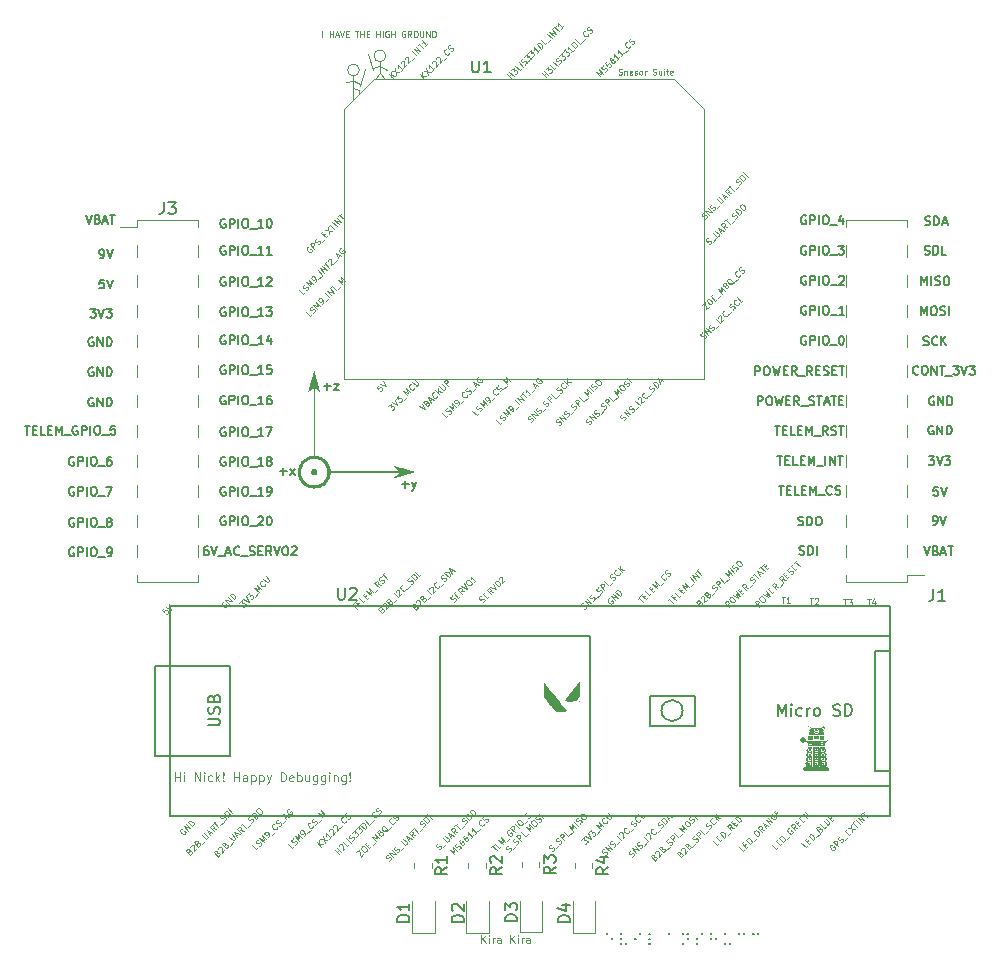
<source format=gbr>
%TF.GenerationSoftware,KiCad,Pcbnew,6.0.1*%
%TF.CreationDate,2022-02-10T21:42:05-06:00*%
%TF.ProjectId,FCB,4643422e-6b69-4636-9164-5f7063625858,rev?*%
%TF.SameCoordinates,Original*%
%TF.FileFunction,Legend,Top*%
%TF.FilePolarity,Positive*%
%FSLAX46Y46*%
G04 Gerber Fmt 4.6, Leading zero omitted, Abs format (unit mm)*
G04 Created by KiCad (PCBNEW 6.0.1) date 2022-02-10 21:42:05*
%MOMM*%
%LPD*%
G01*
G04 APERTURE LIST*
%ADD10C,0.100000*%
%ADD11C,0.150000*%
%ADD12C,0.120000*%
G04 APERTURE END LIST*
D10*
X-14340000Y34120000D02*
X-14900000Y33990000D01*
X-13750000Y33670000D02*
X-13270000Y35100000D01*
X-14240000Y34140000D02*
X-13690000Y33860000D01*
X-12600000Y35010000D02*
X-13080000Y36390000D01*
X-12040000Y35720000D02*
X-12040000Y34740000D01*
X-14295000Y33495000D02*
X-14305000Y32585000D01*
X-12050000Y34770000D02*
X-11640000Y34310000D01*
X-13780000Y35022642D02*
G75*
G03*
X-13780000Y35022642I-500000J0D01*
G01*
X-13820000Y33375000D02*
X-13780000Y33005000D01*
X-12040000Y34740000D02*
X-12450000Y34290000D01*
X-12000000Y35350000D02*
X-11450000Y35070000D01*
X-14280000Y33540000D02*
X-13820000Y33350000D01*
X-11540000Y36232642D02*
G75*
G03*
X-11540000Y36232642I-500000J0D01*
G01*
X-14280000Y34510000D02*
X-14280000Y33530000D01*
X-12100000Y35330000D02*
X-12660000Y35200000D01*
D11*
X24027142Y12495000D02*
X23955714Y12530714D01*
X23848571Y12530714D01*
X23741428Y12495000D01*
X23670000Y12423571D01*
X23634285Y12352142D01*
X23598571Y12209285D01*
X23598571Y12102142D01*
X23634285Y11959285D01*
X23670000Y11887857D01*
X23741428Y11816428D01*
X23848571Y11780714D01*
X23920000Y11780714D01*
X24027142Y11816428D01*
X24062857Y11852142D01*
X24062857Y12102142D01*
X23920000Y12102142D01*
X24384285Y11780714D02*
X24384285Y12530714D01*
X24670000Y12530714D01*
X24741428Y12495000D01*
X24777142Y12459285D01*
X24812857Y12387857D01*
X24812857Y12280714D01*
X24777142Y12209285D01*
X24741428Y12173571D01*
X24670000Y12137857D01*
X24384285Y12137857D01*
X25134285Y11780714D02*
X25134285Y12530714D01*
X25634285Y12530714D02*
X25777142Y12530714D01*
X25848571Y12495000D01*
X25920000Y12423571D01*
X25955714Y12280714D01*
X25955714Y12030714D01*
X25920000Y11887857D01*
X25848571Y11816428D01*
X25777142Y11780714D01*
X25634285Y11780714D01*
X25562857Y11816428D01*
X25491428Y11887857D01*
X25455714Y12030714D01*
X25455714Y12280714D01*
X25491428Y12423571D01*
X25562857Y12495000D01*
X25634285Y12530714D01*
X26098571Y11709285D02*
X26670000Y11709285D01*
X26991428Y12530714D02*
X27062857Y12530714D01*
X27134285Y12495000D01*
X27170000Y12459285D01*
X27205714Y12387857D01*
X27241428Y12245000D01*
X27241428Y12066428D01*
X27205714Y11923571D01*
X27170000Y11852142D01*
X27134285Y11816428D01*
X27062857Y11780714D01*
X26991428Y11780714D01*
X26920000Y11816428D01*
X26884285Y11852142D01*
X26848571Y11923571D01*
X26812857Y12066428D01*
X26812857Y12245000D01*
X26848571Y12387857D01*
X26884285Y12459285D01*
X26920000Y12495000D01*
X26991428Y12530714D01*
X-36554314Y14815714D02*
X-36090028Y14815714D01*
X-36340028Y14530000D01*
X-36232885Y14530000D01*
X-36161457Y14494285D01*
X-36125743Y14458571D01*
X-36090028Y14387142D01*
X-36090028Y14208571D01*
X-36125743Y14137142D01*
X-36161457Y14101428D01*
X-36232885Y14065714D01*
X-36447171Y14065714D01*
X-36518600Y14101428D01*
X-36554314Y14137142D01*
X-35875743Y14815714D02*
X-35625743Y14065714D01*
X-35375743Y14815714D01*
X-35197171Y14815714D02*
X-34732885Y14815714D01*
X-34982885Y14530000D01*
X-34875743Y14530000D01*
X-34804314Y14494285D01*
X-34768600Y14458571D01*
X-34732885Y14387142D01*
X-34732885Y14208571D01*
X-34768600Y14137142D01*
X-34804314Y14101428D01*
X-34875743Y14065714D01*
X-35090028Y14065714D01*
X-35161457Y14101428D01*
X-35197171Y14137142D01*
X19962857Y6670714D02*
X19962857Y7420714D01*
X20248571Y7420714D01*
X20320000Y7385000D01*
X20355714Y7349285D01*
X20391428Y7277857D01*
X20391428Y7170714D01*
X20355714Y7099285D01*
X20320000Y7063571D01*
X20248571Y7027857D01*
X19962857Y7027857D01*
X20855714Y7420714D02*
X20998571Y7420714D01*
X21070000Y7385000D01*
X21141428Y7313571D01*
X21177142Y7170714D01*
X21177142Y6920714D01*
X21141428Y6777857D01*
X21070000Y6706428D01*
X20998571Y6670714D01*
X20855714Y6670714D01*
X20784285Y6706428D01*
X20712857Y6777857D01*
X20677142Y6920714D01*
X20677142Y7170714D01*
X20712857Y7313571D01*
X20784285Y7385000D01*
X20855714Y7420714D01*
X21427142Y7420714D02*
X21605714Y6670714D01*
X21748571Y7206428D01*
X21891428Y6670714D01*
X22070000Y7420714D01*
X22355714Y7063571D02*
X22605714Y7063571D01*
X22712857Y6670714D02*
X22355714Y6670714D01*
X22355714Y7420714D01*
X22712857Y7420714D01*
X23462857Y6670714D02*
X23212857Y7027857D01*
X23034285Y6670714D02*
X23034285Y7420714D01*
X23320000Y7420714D01*
X23391428Y7385000D01*
X23427142Y7349285D01*
X23462857Y7277857D01*
X23462857Y7170714D01*
X23427142Y7099285D01*
X23391428Y7063571D01*
X23320000Y7027857D01*
X23034285Y7027857D01*
X23605714Y6599285D02*
X24177142Y6599285D01*
X24320000Y6706428D02*
X24427142Y6670714D01*
X24605714Y6670714D01*
X24677142Y6706428D01*
X24712857Y6742142D01*
X24748571Y6813571D01*
X24748571Y6885000D01*
X24712857Y6956428D01*
X24677142Y6992142D01*
X24605714Y7027857D01*
X24462857Y7063571D01*
X24391428Y7099285D01*
X24355714Y7135000D01*
X24320000Y7206428D01*
X24320000Y7277857D01*
X24355714Y7349285D01*
X24391428Y7385000D01*
X24462857Y7420714D01*
X24641428Y7420714D01*
X24748571Y7385000D01*
X24962857Y7420714D02*
X25391428Y7420714D01*
X25177142Y6670714D02*
X25177142Y7420714D01*
X25605714Y6885000D02*
X25962857Y6885000D01*
X25534285Y6670714D02*
X25784285Y7420714D01*
X26034285Y6670714D01*
X26177142Y7420714D02*
X26605714Y7420714D01*
X26391428Y6670714D02*
X26391428Y7420714D01*
X26855714Y7063571D02*
X27105714Y7063571D01*
X27212857Y6670714D02*
X26855714Y6670714D01*
X26855714Y7420714D01*
X27212857Y7420714D01*
X24027142Y22695000D02*
X23955714Y22730714D01*
X23848571Y22730714D01*
X23741428Y22695000D01*
X23670000Y22623571D01*
X23634285Y22552142D01*
X23598571Y22409285D01*
X23598571Y22302142D01*
X23634285Y22159285D01*
X23670000Y22087857D01*
X23741428Y22016428D01*
X23848571Y21980714D01*
X23920000Y21980714D01*
X24027142Y22016428D01*
X24062857Y22052142D01*
X24062857Y22302142D01*
X23920000Y22302142D01*
X24384285Y21980714D02*
X24384285Y22730714D01*
X24670000Y22730714D01*
X24741428Y22695000D01*
X24777142Y22659285D01*
X24812857Y22587857D01*
X24812857Y22480714D01*
X24777142Y22409285D01*
X24741428Y22373571D01*
X24670000Y22337857D01*
X24384285Y22337857D01*
X25134285Y21980714D02*
X25134285Y22730714D01*
X25634285Y22730714D02*
X25777142Y22730714D01*
X25848571Y22695000D01*
X25920000Y22623571D01*
X25955714Y22480714D01*
X25955714Y22230714D01*
X25920000Y22087857D01*
X25848571Y22016428D01*
X25777142Y21980714D01*
X25634285Y21980714D01*
X25562857Y22016428D01*
X25491428Y22087857D01*
X25455714Y22230714D01*
X25455714Y22480714D01*
X25491428Y22623571D01*
X25562857Y22695000D01*
X25634285Y22730714D01*
X26098571Y21909285D02*
X26670000Y21909285D01*
X27170000Y22480714D02*
X27170000Y21980714D01*
X26991428Y22766428D02*
X26812857Y22230714D01*
X27277142Y22230714D01*
X21612142Y2330714D02*
X22040714Y2330714D01*
X21826428Y1580714D02*
X21826428Y2330714D01*
X22290714Y1973571D02*
X22540714Y1973571D01*
X22647857Y1580714D02*
X22290714Y1580714D01*
X22290714Y2330714D01*
X22647857Y2330714D01*
X23326428Y1580714D02*
X22969285Y1580714D01*
X22969285Y2330714D01*
X23576428Y1973571D02*
X23826428Y1973571D01*
X23933571Y1580714D02*
X23576428Y1580714D01*
X23576428Y2330714D01*
X23933571Y2330714D01*
X24255000Y1580714D02*
X24255000Y2330714D01*
X24505000Y1795000D01*
X24755000Y2330714D01*
X24755000Y1580714D01*
X24933571Y1509285D02*
X25505000Y1509285D01*
X25683571Y1580714D02*
X25683571Y2330714D01*
X26040714Y1580714D02*
X26040714Y2330714D01*
X26469285Y1580714D01*
X26469285Y2330714D01*
X26719285Y2330714D02*
X27147857Y2330714D01*
X26933571Y1580714D02*
X26933571Y2330714D01*
X-25125600Y12521200D02*
X-25197028Y12556914D01*
X-25304171Y12556914D01*
X-25411314Y12521200D01*
X-25482742Y12449771D01*
X-25518457Y12378342D01*
X-25554171Y12235485D01*
X-25554171Y12128342D01*
X-25518457Y11985485D01*
X-25482742Y11914057D01*
X-25411314Y11842628D01*
X-25304171Y11806914D01*
X-25232742Y11806914D01*
X-25125600Y11842628D01*
X-25089885Y11878342D01*
X-25089885Y12128342D01*
X-25232742Y12128342D01*
X-24768457Y11806914D02*
X-24768457Y12556914D01*
X-24482742Y12556914D01*
X-24411314Y12521200D01*
X-24375600Y12485485D01*
X-24339885Y12414057D01*
X-24339885Y12306914D01*
X-24375600Y12235485D01*
X-24411314Y12199771D01*
X-24482742Y12164057D01*
X-24768457Y12164057D01*
X-24018457Y11806914D02*
X-24018457Y12556914D01*
X-23518457Y12556914D02*
X-23375600Y12556914D01*
X-23304171Y12521200D01*
X-23232742Y12449771D01*
X-23197028Y12306914D01*
X-23197028Y12056914D01*
X-23232742Y11914057D01*
X-23304171Y11842628D01*
X-23375600Y11806914D01*
X-23518457Y11806914D01*
X-23589885Y11842628D01*
X-23661314Y11914057D01*
X-23697028Y12056914D01*
X-23697028Y12306914D01*
X-23661314Y12449771D01*
X-23589885Y12521200D01*
X-23518457Y12556914D01*
X-23054171Y11735485D02*
X-22482742Y11735485D01*
X-21911314Y11806914D02*
X-22339885Y11806914D01*
X-22125600Y11806914D02*
X-22125600Y12556914D01*
X-22197028Y12449771D01*
X-22268457Y12378342D01*
X-22339885Y12342628D01*
X-21268457Y12306914D02*
X-21268457Y11806914D01*
X-21447028Y12592628D02*
X-21625600Y12056914D01*
X-21161314Y12056914D01*
D10*
X-17781839Y14359478D02*
X-17950198Y14191120D01*
X-18303751Y14544673D01*
X-17697660Y14477329D02*
X-17630316Y14511001D01*
X-17546137Y14595181D01*
X-17529301Y14645688D01*
X-17529301Y14679360D01*
X-17546137Y14729868D01*
X-17579809Y14763539D01*
X-17630316Y14780375D01*
X-17663988Y14780375D01*
X-17714496Y14763539D01*
X-17798675Y14713032D01*
X-17849183Y14696196D01*
X-17882854Y14696196D01*
X-17933362Y14713032D01*
X-17967034Y14746703D01*
X-17983870Y14797211D01*
X-17983870Y14830883D01*
X-17967034Y14881390D01*
X-17882854Y14965570D01*
X-17815511Y14999242D01*
X-17327270Y14814047D02*
X-17680824Y15167600D01*
X-17310435Y15032913D01*
X-17445122Y15403303D01*
X-17091568Y15049749D01*
X-16906374Y15234944D02*
X-16839030Y15302287D01*
X-16822194Y15352795D01*
X-16822194Y15386467D01*
X-16839030Y15470646D01*
X-16889538Y15554825D01*
X-17024225Y15689512D01*
X-17074732Y15706348D01*
X-17108404Y15706348D01*
X-17158912Y15689512D01*
X-17226255Y15622169D01*
X-17243091Y15571661D01*
X-17243091Y15537990D01*
X-17226255Y15487482D01*
X-17142076Y15403303D01*
X-17091568Y15386467D01*
X-17057896Y15386467D01*
X-17007389Y15403303D01*
X-16940045Y15470646D01*
X-16923209Y15521154D01*
X-16923209Y15554825D01*
X-16940045Y15605333D01*
X-16636999Y15436974D02*
X-16367625Y15706348D01*
X-16317118Y15824200D02*
X-16670671Y16177753D01*
X-16148759Y15992558D02*
X-16502312Y16346112D01*
X-15946729Y16194589D01*
X-16300282Y16548142D01*
X-16182431Y16665993D02*
X-15980400Y16868024D01*
X-15727862Y16413455D02*
X-16081416Y16767009D01*
X-15559503Y16514470D02*
X-15290129Y16783844D01*
X-15239622Y16901696D02*
X-15593175Y17255249D01*
X-15222786Y17120562D01*
X-15357473Y17490951D01*
X-15003920Y17137398D01*
D11*
X21737142Y-169285D02*
X22165714Y-169285D01*
X21951428Y-919285D02*
X21951428Y-169285D01*
X22415714Y-526428D02*
X22665714Y-526428D01*
X22772857Y-919285D02*
X22415714Y-919285D01*
X22415714Y-169285D01*
X22772857Y-169285D01*
X23451428Y-919285D02*
X23094285Y-919285D01*
X23094285Y-169285D01*
X23701428Y-526428D02*
X23951428Y-526428D01*
X24058571Y-919285D02*
X23701428Y-919285D01*
X23701428Y-169285D01*
X24058571Y-169285D01*
X24380000Y-919285D02*
X24380000Y-169285D01*
X24630000Y-705000D01*
X24880000Y-169285D01*
X24880000Y-919285D01*
X25058571Y-990714D02*
X25630000Y-990714D01*
X26237142Y-847857D02*
X26201428Y-883571D01*
X26094285Y-919285D01*
X26022857Y-919285D01*
X25915714Y-883571D01*
X25844285Y-812142D01*
X25808571Y-740714D01*
X25772857Y-597857D01*
X25772857Y-490714D01*
X25808571Y-347857D01*
X25844285Y-276428D01*
X25915714Y-205000D01*
X26022857Y-169285D01*
X26094285Y-169285D01*
X26201428Y-205000D01*
X26237142Y-240714D01*
X26522857Y-883571D02*
X26630000Y-919285D01*
X26808571Y-919285D01*
X26880000Y-883571D01*
X26915714Y-847857D01*
X26951428Y-776428D01*
X26951428Y-705000D01*
X26915714Y-633571D01*
X26880000Y-597857D01*
X26808571Y-562142D01*
X26665714Y-526428D01*
X26594285Y-490714D01*
X26558571Y-455000D01*
X26522857Y-383571D01*
X26522857Y-312142D01*
X26558571Y-240714D01*
X26594285Y-205000D01*
X26665714Y-169285D01*
X26844285Y-169285D01*
X26951428Y-205000D01*
D10*
X18879363Y-30919718D02*
X18711004Y-31088077D01*
X18357450Y-30734523D01*
X18812019Y-30616672D02*
X18929870Y-30498821D01*
X19165573Y-30633508D02*
X18997214Y-30801867D01*
X18643660Y-30448313D01*
X18812019Y-30279955D01*
X19317095Y-30481985D02*
X18963542Y-30128432D01*
X19047721Y-30044252D01*
X19115065Y-30010581D01*
X19182408Y-30010581D01*
X19232916Y-30027417D01*
X19317095Y-30077924D01*
X19367603Y-30128432D01*
X19418111Y-30212611D01*
X19434947Y-30263119D01*
X19434947Y-30330462D01*
X19401275Y-30397806D01*
X19317095Y-30481985D01*
X19620141Y-30246283D02*
X19889515Y-29976909D01*
X19653813Y-29438161D02*
X19721156Y-29370817D01*
X19771664Y-29353982D01*
X19839008Y-29353982D01*
X19923187Y-29404489D01*
X20041038Y-29522340D01*
X20091546Y-29606520D01*
X20091546Y-29673863D01*
X20074710Y-29724371D01*
X20007366Y-29791714D01*
X19956859Y-29808550D01*
X19889515Y-29808550D01*
X19805336Y-29758043D01*
X19687485Y-29640191D01*
X19636977Y-29556012D01*
X19636977Y-29488669D01*
X19653813Y-29438161D01*
X20512443Y-29286638D02*
X20226233Y-29236130D01*
X20310412Y-29488669D02*
X19956859Y-29135115D01*
X20091546Y-29000428D01*
X20142053Y-28983592D01*
X20175725Y-28983592D01*
X20226233Y-29000428D01*
X20276740Y-29050936D01*
X20293576Y-29101443D01*
X20293576Y-29135115D01*
X20276740Y-29185623D01*
X20142053Y-29320310D01*
X20546114Y-29050936D02*
X20714473Y-28882577D01*
X20613458Y-29185623D02*
X20377756Y-28714218D01*
X20849160Y-28949921D01*
X20967011Y-28832069D02*
X20613458Y-28478516D01*
X21169042Y-28630039D01*
X20815488Y-28276486D01*
X21185878Y-27939768D02*
X21135370Y-27956604D01*
X21084862Y-28007112D01*
X21051191Y-28074455D01*
X21051191Y-28141799D01*
X21068026Y-28192306D01*
X21118534Y-28276486D01*
X21169042Y-28326993D01*
X21253221Y-28377501D01*
X21303729Y-28394337D01*
X21371072Y-28394337D01*
X21438416Y-28360665D01*
X21472087Y-28326993D01*
X21505759Y-28259650D01*
X21505759Y-28225978D01*
X21387908Y-28108127D01*
X21320565Y-28175470D01*
X21505759Y-27922932D02*
X21623610Y-27805081D01*
X21859313Y-27939768D02*
X21690954Y-28108127D01*
X21337400Y-27754573D01*
X21505759Y-27586215D01*
D11*
X-25125600Y20124600D02*
X-25197028Y20160314D01*
X-25304171Y20160314D01*
X-25411314Y20124600D01*
X-25482742Y20053171D01*
X-25518457Y19981742D01*
X-25554171Y19838885D01*
X-25554171Y19731742D01*
X-25518457Y19588885D01*
X-25482742Y19517457D01*
X-25411314Y19446028D01*
X-25304171Y19410314D01*
X-25232742Y19410314D01*
X-25125600Y19446028D01*
X-25089885Y19481742D01*
X-25089885Y19731742D01*
X-25232742Y19731742D01*
X-24768457Y19410314D02*
X-24768457Y20160314D01*
X-24482742Y20160314D01*
X-24411314Y20124600D01*
X-24375600Y20088885D01*
X-24339885Y20017457D01*
X-24339885Y19910314D01*
X-24375600Y19838885D01*
X-24411314Y19803171D01*
X-24482742Y19767457D01*
X-24768457Y19767457D01*
X-24018457Y19410314D02*
X-24018457Y20160314D01*
X-23518457Y20160314D02*
X-23375600Y20160314D01*
X-23304171Y20124600D01*
X-23232742Y20053171D01*
X-23197028Y19910314D01*
X-23197028Y19660314D01*
X-23232742Y19517457D01*
X-23304171Y19446028D01*
X-23375600Y19410314D01*
X-23518457Y19410314D01*
X-23589885Y19446028D01*
X-23661314Y19517457D01*
X-23697028Y19660314D01*
X-23697028Y19910314D01*
X-23661314Y20053171D01*
X-23589885Y20124600D01*
X-23518457Y20160314D01*
X-23054171Y19338885D02*
X-22482742Y19338885D01*
X-21911314Y19410314D02*
X-22339885Y19410314D01*
X-22125600Y19410314D02*
X-22125600Y20160314D01*
X-22197028Y20053171D01*
X-22268457Y19981742D01*
X-22339885Y19946028D01*
X-21197028Y19410314D02*
X-21625600Y19410314D01*
X-21411314Y19410314D02*
X-21411314Y20160314D01*
X-21482742Y20053171D01*
X-21554171Y19981742D01*
X-21625600Y19946028D01*
X23482142Y-5973571D02*
X23589285Y-6009285D01*
X23767857Y-6009285D01*
X23839285Y-5973571D01*
X23875000Y-5937857D01*
X23910714Y-5866428D01*
X23910714Y-5795000D01*
X23875000Y-5723571D01*
X23839285Y-5687857D01*
X23767857Y-5652142D01*
X23625000Y-5616428D01*
X23553571Y-5580714D01*
X23517857Y-5545000D01*
X23482142Y-5473571D01*
X23482142Y-5402142D01*
X23517857Y-5330714D01*
X23553571Y-5295000D01*
X23625000Y-5259285D01*
X23803571Y-5259285D01*
X23910714Y-5295000D01*
X24232142Y-6009285D02*
X24232142Y-5259285D01*
X24410714Y-5259285D01*
X24517857Y-5295000D01*
X24589285Y-5366428D01*
X24625000Y-5437857D01*
X24660714Y-5580714D01*
X24660714Y-5687857D01*
X24625000Y-5830714D01*
X24589285Y-5902142D01*
X24517857Y-5973571D01*
X24410714Y-6009285D01*
X24232142Y-6009285D01*
X24982142Y-6009285D02*
X24982142Y-5259285D01*
X-25125600Y-2795000D02*
X-25197028Y-2759285D01*
X-25304171Y-2759285D01*
X-25411314Y-2795000D01*
X-25482742Y-2866428D01*
X-25518457Y-2937857D01*
X-25554171Y-3080714D01*
X-25554171Y-3187857D01*
X-25518457Y-3330714D01*
X-25482742Y-3402142D01*
X-25411314Y-3473571D01*
X-25304171Y-3509285D01*
X-25232742Y-3509285D01*
X-25125600Y-3473571D01*
X-25089885Y-3437857D01*
X-25089885Y-3187857D01*
X-25232742Y-3187857D01*
X-24768457Y-3509285D02*
X-24768457Y-2759285D01*
X-24482742Y-2759285D01*
X-24411314Y-2795000D01*
X-24375600Y-2830714D01*
X-24339885Y-2902142D01*
X-24339885Y-3009285D01*
X-24375600Y-3080714D01*
X-24411314Y-3116428D01*
X-24482742Y-3152142D01*
X-24768457Y-3152142D01*
X-24018457Y-3509285D02*
X-24018457Y-2759285D01*
X-23518457Y-2759285D02*
X-23375600Y-2759285D01*
X-23304171Y-2795000D01*
X-23232742Y-2866428D01*
X-23197028Y-3009285D01*
X-23197028Y-3259285D01*
X-23232742Y-3402142D01*
X-23304171Y-3473571D01*
X-23375600Y-3509285D01*
X-23518457Y-3509285D01*
X-23589885Y-3473571D01*
X-23661314Y-3402142D01*
X-23697028Y-3259285D01*
X-23697028Y-3009285D01*
X-23661314Y-2866428D01*
X-23589885Y-2795000D01*
X-23518457Y-2759285D01*
X-23054171Y-3580714D02*
X-22482742Y-3580714D01*
X-22339885Y-2830714D02*
X-22304171Y-2795000D01*
X-22232742Y-2759285D01*
X-22054171Y-2759285D01*
X-21982742Y-2795000D01*
X-21947028Y-2830714D01*
X-21911314Y-2902142D01*
X-21911314Y-2973571D01*
X-21947028Y-3080714D01*
X-22375600Y-3509285D01*
X-21911314Y-3509285D01*
X-21447028Y-2759285D02*
X-21375600Y-2759285D01*
X-21304171Y-2795000D01*
X-21268457Y-2830714D01*
X-21232742Y-2902142D01*
X-21197028Y-3045000D01*
X-21197028Y-3223571D01*
X-21232742Y-3366428D01*
X-21268457Y-3437857D01*
X-21304171Y-3473571D01*
X-21375600Y-3509285D01*
X-21447028Y-3509285D01*
X-21518457Y-3473571D01*
X-21554171Y-3437857D01*
X-21589885Y-3366428D01*
X-21625600Y-3223571D01*
X-21625600Y-3045000D01*
X-21589885Y-2902142D01*
X-21554171Y-2830714D01*
X-21518457Y-2795000D01*
X-21447028Y-2759285D01*
D10*
X-14018692Y-31208267D02*
X-13782990Y-30972565D01*
X-13665139Y-31561820D01*
X-13429436Y-31326118D01*
X-13580959Y-30770534D02*
X-13513616Y-30703191D01*
X-13463108Y-30686355D01*
X-13395765Y-30686355D01*
X-13311585Y-30736862D01*
X-13193734Y-30854713D01*
X-13143226Y-30938893D01*
X-13143226Y-31006236D01*
X-13160062Y-31056744D01*
X-13227406Y-31124087D01*
X-13277913Y-31140923D01*
X-13345257Y-31140923D01*
X-13429436Y-31090416D01*
X-13547287Y-30972565D01*
X-13597795Y-30888385D01*
X-13597795Y-30821042D01*
X-13580959Y-30770534D01*
X-13109555Y-30635847D02*
X-12991704Y-30517996D01*
X-12756001Y-30652683D02*
X-12924360Y-30821042D01*
X-13277913Y-30467488D01*
X-13109555Y-30299130D01*
X-12654986Y-30619011D02*
X-12385612Y-30349637D01*
X-12335104Y-30231786D02*
X-12688658Y-29878233D01*
X-12318269Y-30012920D01*
X-12452956Y-29642530D01*
X-12099402Y-29996084D01*
X-12082566Y-29575187D02*
X-12133074Y-29592023D01*
X-12166746Y-29592023D01*
X-12217253Y-29575187D01*
X-12234089Y-29558351D01*
X-12250925Y-29507843D01*
X-12250925Y-29474172D01*
X-12234089Y-29423664D01*
X-12166746Y-29356321D01*
X-12116238Y-29339485D01*
X-12082566Y-29339485D01*
X-12032059Y-29356321D01*
X-12015223Y-29373156D01*
X-11998387Y-29423664D01*
X-11998387Y-29457336D01*
X-12015223Y-29507843D01*
X-12082566Y-29575187D01*
X-12099402Y-29625695D01*
X-12099402Y-29659366D01*
X-12082566Y-29709874D01*
X-12015223Y-29777217D01*
X-11964715Y-29794053D01*
X-11931043Y-29794053D01*
X-11880536Y-29777217D01*
X-11813192Y-29709874D01*
X-11796356Y-29659366D01*
X-11796356Y-29625695D01*
X-11813192Y-29575187D01*
X-11880536Y-29507843D01*
X-11931043Y-29491008D01*
X-11964715Y-29491008D01*
X-12015223Y-29507843D01*
X-11324952Y-29288977D02*
X-11375460Y-29305813D01*
X-11442803Y-29305813D01*
X-11543818Y-29305813D01*
X-11594326Y-29322649D01*
X-11627998Y-29356321D01*
X-11526982Y-29423664D02*
X-11577490Y-29440500D01*
X-11644834Y-29440500D01*
X-11729013Y-29389992D01*
X-11846864Y-29272141D01*
X-11897372Y-29187962D01*
X-11897372Y-29120618D01*
X-11880536Y-29070111D01*
X-11813192Y-29002767D01*
X-11762685Y-28985931D01*
X-11695341Y-28985931D01*
X-11611162Y-29036439D01*
X-11493311Y-29154290D01*
X-11442803Y-29238469D01*
X-11442803Y-29305813D01*
X-11459639Y-29356321D01*
X-11526982Y-29423664D01*
X-11274444Y-29238469D02*
X-11005070Y-28969095D01*
X-10786204Y-28615542D02*
X-10786204Y-28649214D01*
X-10819876Y-28716557D01*
X-10853547Y-28750229D01*
X-10920891Y-28783901D01*
X-10988234Y-28783901D01*
X-11038742Y-28767065D01*
X-11122921Y-28716557D01*
X-11173429Y-28666050D01*
X-11223937Y-28581870D01*
X-11240773Y-28531363D01*
X-11240773Y-28464019D01*
X-11207101Y-28396676D01*
X-11173429Y-28363004D01*
X-11106086Y-28329332D01*
X-11072414Y-28329332D01*
X-10634681Y-28497691D02*
X-10567337Y-28464019D01*
X-10483158Y-28379840D01*
X-10466322Y-28329332D01*
X-10466322Y-28295660D01*
X-10483158Y-28245153D01*
X-10516830Y-28211481D01*
X-10567337Y-28194645D01*
X-10601009Y-28194645D01*
X-10651517Y-28211481D01*
X-10735696Y-28261989D01*
X-10786204Y-28278824D01*
X-10819876Y-28278824D01*
X-10870383Y-28261989D01*
X-10904055Y-28228317D01*
X-10920891Y-28177809D01*
X-10920891Y-28144137D01*
X-10904055Y-28093630D01*
X-10819876Y-28009450D01*
X-10752532Y-27975779D01*
D11*
X-36304313Y7260000D02*
X-36375742Y7295714D01*
X-36482885Y7295714D01*
X-36590027Y7260000D01*
X-36661456Y7188571D01*
X-36697170Y7117142D01*
X-36732885Y6974285D01*
X-36732885Y6867142D01*
X-36697170Y6724285D01*
X-36661456Y6652857D01*
X-36590027Y6581428D01*
X-36482885Y6545714D01*
X-36411456Y6545714D01*
X-36304313Y6581428D01*
X-36268599Y6617142D01*
X-36268599Y6867142D01*
X-36411456Y6867142D01*
X-35947170Y6545714D02*
X-35947170Y7295714D01*
X-35518599Y6545714D01*
X-35518599Y7295714D01*
X-35161456Y6545714D02*
X-35161456Y7295714D01*
X-34982885Y7295714D01*
X-34875742Y7260000D01*
X-34804313Y7188571D01*
X-34768599Y7117142D01*
X-34732885Y6974285D01*
X-34732885Y6867142D01*
X-34768599Y6724285D01*
X-34804313Y6652857D01*
X-34875742Y6581428D01*
X-34982885Y6545714D01*
X-35161456Y6545714D01*
D10*
X-28792550Y-29200997D02*
X-28843058Y-29217833D01*
X-28893565Y-29268340D01*
X-28927237Y-29335684D01*
X-28927237Y-29403027D01*
X-28910401Y-29453535D01*
X-28859894Y-29537714D01*
X-28809386Y-29588222D01*
X-28725207Y-29638730D01*
X-28674699Y-29655565D01*
X-28607356Y-29655565D01*
X-28540012Y-29621894D01*
X-28506340Y-29588222D01*
X-28472669Y-29520878D01*
X-28472669Y-29487207D01*
X-28590520Y-29369356D01*
X-28657863Y-29436699D01*
X-28287474Y-29369356D02*
X-28641027Y-29015802D01*
X-28085443Y-29167325D01*
X-28438997Y-28813772D01*
X-27917085Y-28998966D02*
X-28270638Y-28645413D01*
X-28186459Y-28561234D01*
X-28119115Y-28527562D01*
X-28051772Y-28527562D01*
X-28001264Y-28544398D01*
X-27917085Y-28594905D01*
X-27866577Y-28645413D01*
X-27816069Y-28729592D01*
X-27799234Y-28780100D01*
X-27799234Y-28847443D01*
X-27832905Y-28914787D01*
X-27917085Y-28998966D01*
X9787332Y-9739042D02*
X9989363Y-9537011D01*
X10241901Y-9991580D02*
X9888347Y-9638026D01*
X10275573Y-9587519D02*
X10393424Y-9469668D01*
X10629126Y-9604355D02*
X10460767Y-9772713D01*
X10107214Y-9419160D01*
X10275573Y-9250801D01*
X10949008Y-9284473D02*
X10780649Y-9452832D01*
X10427095Y-9099278D01*
X10881664Y-8981427D02*
X10999515Y-8863576D01*
X11235217Y-8998263D02*
X11066859Y-9166622D01*
X10713305Y-8813069D01*
X10881664Y-8644710D01*
X11386740Y-8846740D02*
X11033187Y-8493187D01*
X11403576Y-8627874D01*
X11268889Y-8257485D01*
X11622443Y-8611038D01*
X11740294Y-8560530D02*
X12009668Y-8291156D01*
X12228534Y-7937603D02*
X12228534Y-7971275D01*
X12194862Y-8038618D01*
X12161191Y-8072290D01*
X12093847Y-8105962D01*
X12026504Y-8105962D01*
X11975996Y-8089126D01*
X11891817Y-8038618D01*
X11841309Y-7988111D01*
X11790801Y-7903931D01*
X11773965Y-7853424D01*
X11773965Y-7786080D01*
X11807637Y-7718737D01*
X11841309Y-7685065D01*
X11908652Y-7651393D01*
X11942324Y-7651393D01*
X12380057Y-7819752D02*
X12447400Y-7786080D01*
X12531580Y-7701901D01*
X12548416Y-7651393D01*
X12548416Y-7617721D01*
X12531580Y-7567214D01*
X12497908Y-7533542D01*
X12447400Y-7516706D01*
X12413729Y-7516706D01*
X12363221Y-7533542D01*
X12279042Y-7584050D01*
X12228534Y-7600886D01*
X12194862Y-7600886D01*
X12144355Y-7584050D01*
X12110683Y-7550378D01*
X12093847Y-7499870D01*
X12093847Y-7466199D01*
X12110683Y-7415691D01*
X12194862Y-7331512D01*
X12262206Y-7297840D01*
D11*
X-25125600Y17468350D02*
X-25197028Y17504064D01*
X-25304171Y17504064D01*
X-25411314Y17468350D01*
X-25482742Y17396921D01*
X-25518457Y17325492D01*
X-25554171Y17182635D01*
X-25554171Y17075492D01*
X-25518457Y16932635D01*
X-25482742Y16861207D01*
X-25411314Y16789778D01*
X-25304171Y16754064D01*
X-25232742Y16754064D01*
X-25125600Y16789778D01*
X-25089885Y16825492D01*
X-25089885Y17075492D01*
X-25232742Y17075492D01*
X-24768457Y16754064D02*
X-24768457Y17504064D01*
X-24482742Y17504064D01*
X-24411314Y17468350D01*
X-24375600Y17432635D01*
X-24339885Y17361207D01*
X-24339885Y17254064D01*
X-24375600Y17182635D01*
X-24411314Y17146921D01*
X-24482742Y17111207D01*
X-24768457Y17111207D01*
X-24018457Y16754064D02*
X-24018457Y17504064D01*
X-23518457Y17504064D02*
X-23375600Y17504064D01*
X-23304171Y17468350D01*
X-23232742Y17396921D01*
X-23197028Y17254064D01*
X-23197028Y17004064D01*
X-23232742Y16861207D01*
X-23304171Y16789778D01*
X-23375600Y16754064D01*
X-23518457Y16754064D01*
X-23589885Y16789778D01*
X-23661314Y16861207D01*
X-23697028Y17004064D01*
X-23697028Y17254064D01*
X-23661314Y17396921D01*
X-23589885Y17468350D01*
X-23518457Y17504064D01*
X-23054171Y16682635D02*
X-22482742Y16682635D01*
X-21911314Y16754064D02*
X-22339885Y16754064D01*
X-22125600Y16754064D02*
X-22125600Y17504064D01*
X-22197028Y17396921D01*
X-22268457Y17325492D01*
X-22339885Y17289778D01*
X-21625600Y17432635D02*
X-21589885Y17468350D01*
X-21518457Y17504064D01*
X-21339885Y17504064D01*
X-21268457Y17468350D01*
X-21232742Y17432635D01*
X-21197028Y17361207D01*
X-21197028Y17289778D01*
X-21232742Y17182635D01*
X-21661314Y16754064D01*
X-21197028Y16754064D01*
X34027857Y-5309285D02*
X34277857Y-6059285D01*
X34527857Y-5309285D01*
X35027857Y-5666428D02*
X35135000Y-5702142D01*
X35170714Y-5737857D01*
X35206428Y-5809285D01*
X35206428Y-5916428D01*
X35170714Y-5987857D01*
X35135000Y-6023571D01*
X35063571Y-6059285D01*
X34777857Y-6059285D01*
X34777857Y-5309285D01*
X35027857Y-5309285D01*
X35099285Y-5345000D01*
X35135000Y-5380714D01*
X35170714Y-5452142D01*
X35170714Y-5523571D01*
X35135000Y-5595000D01*
X35099285Y-5630714D01*
X35027857Y-5666428D01*
X34777857Y-5666428D01*
X35492142Y-5845000D02*
X35849285Y-5845000D01*
X35420714Y-6059285D02*
X35670714Y-5309285D01*
X35920714Y-6059285D01*
X36063571Y-5309285D02*
X36492142Y-5309285D01*
X36277857Y-6059285D02*
X36277857Y-5309285D01*
D10*
X-22344983Y-30792864D02*
X-22513341Y-30961223D01*
X-22866895Y-30607670D01*
X-22260803Y-30675013D02*
X-22193460Y-30641341D01*
X-22109280Y-30557162D01*
X-22092444Y-30506654D01*
X-22092444Y-30472983D01*
X-22109280Y-30422475D01*
X-22142952Y-30388803D01*
X-22193460Y-30371967D01*
X-22227131Y-30371967D01*
X-22277639Y-30388803D01*
X-22361818Y-30439311D01*
X-22412326Y-30456147D01*
X-22445998Y-30456147D01*
X-22496505Y-30439311D01*
X-22530177Y-30405639D01*
X-22547013Y-30355131D01*
X-22547013Y-30321460D01*
X-22530177Y-30270952D01*
X-22445998Y-30186773D01*
X-22378654Y-30153101D01*
X-21890414Y-30338296D02*
X-22243967Y-29984742D01*
X-21873578Y-30119429D01*
X-22008265Y-29749040D01*
X-21654712Y-30102593D01*
X-21469517Y-29917399D02*
X-21402174Y-29850055D01*
X-21385338Y-29799548D01*
X-21385338Y-29765876D01*
X-21402174Y-29681696D01*
X-21452681Y-29597517D01*
X-21587368Y-29462830D01*
X-21637876Y-29445994D01*
X-21671548Y-29445994D01*
X-21722055Y-29462830D01*
X-21789399Y-29530174D01*
X-21806235Y-29580681D01*
X-21806235Y-29614353D01*
X-21789399Y-29664861D01*
X-21705219Y-29749040D01*
X-21654712Y-29765876D01*
X-21621040Y-29765876D01*
X-21570532Y-29749040D01*
X-21503189Y-29681696D01*
X-21486353Y-29631189D01*
X-21486353Y-29597517D01*
X-21503189Y-29547009D01*
X-21200143Y-29715368D02*
X-20930769Y-29445994D01*
X-20711903Y-29092441D02*
X-20711903Y-29126112D01*
X-20745574Y-29193456D01*
X-20779246Y-29227128D01*
X-20846590Y-29260800D01*
X-20913933Y-29260800D01*
X-20964441Y-29243964D01*
X-21048620Y-29193456D01*
X-21099128Y-29142948D01*
X-21149635Y-29058769D01*
X-21166471Y-29008261D01*
X-21166471Y-28940918D01*
X-21132800Y-28873574D01*
X-21099128Y-28839903D01*
X-21031784Y-28806231D01*
X-20998112Y-28806231D01*
X-20560380Y-28974590D02*
X-20493036Y-28940918D01*
X-20408857Y-28856738D01*
X-20392021Y-28806231D01*
X-20392021Y-28772559D01*
X-20408857Y-28722051D01*
X-20442529Y-28688380D01*
X-20493036Y-28671544D01*
X-20526708Y-28671544D01*
X-20577216Y-28688380D01*
X-20661395Y-28738887D01*
X-20711903Y-28755723D01*
X-20745574Y-28755723D01*
X-20796082Y-28738887D01*
X-20829754Y-28705216D01*
X-20846590Y-28654708D01*
X-20846590Y-28621036D01*
X-20829754Y-28570529D01*
X-20745574Y-28486349D01*
X-20678231Y-28452677D01*
X-20240498Y-28755723D02*
X-19971124Y-28486349D01*
X-20038468Y-28284319D02*
X-19870109Y-28115960D01*
X-19971124Y-28419006D02*
X-20206826Y-27947601D01*
X-19735422Y-28183303D01*
X-19769094Y-27543540D02*
X-19819601Y-27560376D01*
X-19870109Y-27610884D01*
X-19903781Y-27678227D01*
X-19903781Y-27745571D01*
X-19886945Y-27796078D01*
X-19836437Y-27880258D01*
X-19785929Y-27930765D01*
X-19701750Y-27981273D01*
X-19651242Y-27998109D01*
X-19583899Y-27998109D01*
X-19516555Y-27964437D01*
X-19482884Y-27930765D01*
X-19449212Y-27863422D01*
X-19449212Y-27829750D01*
X-19567063Y-27711899D01*
X-19634407Y-27779242D01*
X5019965Y-30152809D02*
X5238832Y-29933942D01*
X5255668Y-30186480D01*
X5306175Y-30135973D01*
X5356683Y-30119137D01*
X5390355Y-30119137D01*
X5440862Y-30135973D01*
X5525042Y-30220152D01*
X5541877Y-30270660D01*
X5541877Y-30304331D01*
X5525042Y-30354839D01*
X5424026Y-30455854D01*
X5373519Y-30472690D01*
X5339847Y-30472690D01*
X5339847Y-29832927D02*
X5811251Y-30068629D01*
X5575549Y-29597225D01*
X5659729Y-29513045D02*
X5878595Y-29294179D01*
X5895431Y-29546717D01*
X5945938Y-29496209D01*
X5996446Y-29479374D01*
X6030118Y-29479374D01*
X6080625Y-29496209D01*
X6164805Y-29580389D01*
X6181641Y-29630896D01*
X6181641Y-29664568D01*
X6164805Y-29715076D01*
X6063790Y-29816091D01*
X6013282Y-29832927D01*
X5979610Y-29832927D01*
X6333164Y-29614061D02*
X6602538Y-29344687D01*
X6653045Y-29226835D02*
X6299492Y-28873282D01*
X6669881Y-29007969D01*
X6535194Y-28637580D01*
X6888748Y-28991133D01*
X7225465Y-28587072D02*
X7225465Y-28620744D01*
X7191793Y-28688087D01*
X7158122Y-28721759D01*
X7090778Y-28755431D01*
X7023435Y-28755431D01*
X6972927Y-28738595D01*
X6888748Y-28688087D01*
X6838240Y-28637580D01*
X6787732Y-28553400D01*
X6770896Y-28502893D01*
X6770896Y-28435549D01*
X6804568Y-28368206D01*
X6838240Y-28334534D01*
X6905583Y-28300862D01*
X6939255Y-28300862D01*
X7057106Y-28115668D02*
X7343316Y-28401877D01*
X7393824Y-28418713D01*
X7427496Y-28418713D01*
X7478003Y-28401877D01*
X7545347Y-28334534D01*
X7562183Y-28284026D01*
X7562183Y-28250355D01*
X7545347Y-28199847D01*
X7259137Y-27913637D01*
D11*
X34825714Y-3469285D02*
X34968571Y-3469285D01*
X35040000Y-3433571D01*
X35075714Y-3397857D01*
X35147142Y-3290714D01*
X35182857Y-3147857D01*
X35182857Y-2862142D01*
X35147142Y-2790714D01*
X35111428Y-2755000D01*
X35040000Y-2719285D01*
X34897142Y-2719285D01*
X34825714Y-2755000D01*
X34790000Y-2790714D01*
X34754285Y-2862142D01*
X34754285Y-3040714D01*
X34790000Y-3112142D01*
X34825714Y-3147857D01*
X34897142Y-3183571D01*
X35040000Y-3183571D01*
X35111428Y-3147857D01*
X35147142Y-3112142D01*
X35182857Y-3040714D01*
X35397142Y-2719285D02*
X35647142Y-3469285D01*
X35897142Y-2719285D01*
D10*
X15392607Y12286997D02*
X15459950Y12320668D01*
X15544129Y12404848D01*
X15560965Y12455355D01*
X15560965Y12489027D01*
X15544129Y12539535D01*
X15510458Y12573207D01*
X15459950Y12590042D01*
X15426278Y12590042D01*
X15375771Y12573207D01*
X15291591Y12522699D01*
X15241084Y12505863D01*
X15207412Y12505863D01*
X15156904Y12522699D01*
X15123233Y12556371D01*
X15106397Y12606878D01*
X15106397Y12640550D01*
X15123233Y12691058D01*
X15207412Y12775237D01*
X15274755Y12808909D01*
X15762996Y12623714D02*
X15409442Y12977268D01*
X15965026Y12825745D01*
X15611473Y13179298D01*
X16099713Y12994103D02*
X16167057Y13027775D01*
X16251236Y13111955D01*
X16268072Y13162462D01*
X16268072Y13196134D01*
X16251236Y13246642D01*
X16217564Y13280313D01*
X16167057Y13297149D01*
X16133385Y13297149D01*
X16082877Y13280313D01*
X15998698Y13229806D01*
X15948190Y13212970D01*
X15914519Y13212970D01*
X15864011Y13229806D01*
X15830339Y13263477D01*
X15813503Y13313985D01*
X15813503Y13347657D01*
X15830339Y13398164D01*
X15914519Y13482344D01*
X15981862Y13516016D01*
X16419595Y13212970D02*
X16688969Y13482344D01*
X16739477Y13600195D02*
X16385923Y13953748D01*
X16571118Y14071599D02*
X16571118Y14105271D01*
X16587954Y14155779D01*
X16672133Y14239958D01*
X16722641Y14256794D01*
X16756312Y14256794D01*
X16806820Y14239958D01*
X16840492Y14206287D01*
X16874164Y14138943D01*
X16874164Y13734882D01*
X17093030Y13953748D01*
X17412912Y14340974D02*
X17412912Y14307302D01*
X17379240Y14239958D01*
X17345568Y14206287D01*
X17278225Y14172615D01*
X17210881Y14172615D01*
X17160374Y14189451D01*
X17076194Y14239958D01*
X17025687Y14290466D01*
X16975179Y14374645D01*
X16958343Y14425153D01*
X16958343Y14492496D01*
X16992015Y14559840D01*
X17025687Y14593512D01*
X17093030Y14627183D01*
X17126702Y14627183D01*
X17547599Y14340974D02*
X17816973Y14610348D01*
X17833809Y14728199D02*
X17901152Y14761870D01*
X17985331Y14846050D01*
X18002167Y14896557D01*
X18002167Y14930229D01*
X17985331Y14980737D01*
X17951660Y15014409D01*
X17901152Y15031244D01*
X17867480Y15031244D01*
X17816973Y15014409D01*
X17732793Y14963901D01*
X17682286Y14947065D01*
X17648614Y14947065D01*
X17598106Y14963901D01*
X17564435Y14997573D01*
X17547599Y15048080D01*
X17547599Y15081752D01*
X17564435Y15132260D01*
X17648614Y15216439D01*
X17715957Y15250111D01*
X18372557Y15300618D02*
X18372557Y15266947D01*
X18338885Y15199603D01*
X18305213Y15165931D01*
X18237870Y15132260D01*
X18170526Y15132260D01*
X18120018Y15149096D01*
X18035839Y15199603D01*
X17985331Y15250111D01*
X17934824Y15334290D01*
X17917988Y15384798D01*
X17917988Y15452141D01*
X17951660Y15519485D01*
X17985331Y15553157D01*
X18052675Y15586828D01*
X18086347Y15586828D01*
X18726110Y15586828D02*
X18557751Y15418470D01*
X18204198Y15772023D01*
D11*
X24047142Y15035000D02*
X23975714Y15070714D01*
X23868571Y15070714D01*
X23761428Y15035000D01*
X23690000Y14963571D01*
X23654285Y14892142D01*
X23618571Y14749285D01*
X23618571Y14642142D01*
X23654285Y14499285D01*
X23690000Y14427857D01*
X23761428Y14356428D01*
X23868571Y14320714D01*
X23940000Y14320714D01*
X24047142Y14356428D01*
X24082857Y14392142D01*
X24082857Y14642142D01*
X23940000Y14642142D01*
X24404285Y14320714D02*
X24404285Y15070714D01*
X24690000Y15070714D01*
X24761428Y15035000D01*
X24797142Y14999285D01*
X24832857Y14927857D01*
X24832857Y14820714D01*
X24797142Y14749285D01*
X24761428Y14713571D01*
X24690000Y14677857D01*
X24404285Y14677857D01*
X25154285Y14320714D02*
X25154285Y15070714D01*
X25654285Y15070714D02*
X25797142Y15070714D01*
X25868571Y15035000D01*
X25940000Y14963571D01*
X25975714Y14820714D01*
X25975714Y14570714D01*
X25940000Y14427857D01*
X25868571Y14356428D01*
X25797142Y14320714D01*
X25654285Y14320714D01*
X25582857Y14356428D01*
X25511428Y14427857D01*
X25475714Y14570714D01*
X25475714Y14820714D01*
X25511428Y14963571D01*
X25582857Y15035000D01*
X25654285Y15070714D01*
X26118571Y14249285D02*
X26690000Y14249285D01*
X27261428Y14320714D02*
X26832857Y14320714D01*
X27047142Y14320714D02*
X27047142Y15070714D01*
X26975714Y14963571D01*
X26904285Y14892142D01*
X26832857Y14856428D01*
X-16789285Y8246428D02*
X-16217857Y8246428D01*
X-16503571Y7960714D02*
X-16503571Y8532142D01*
X-15932142Y8460714D02*
X-15539285Y8460714D01*
X-15932142Y7960714D01*
X-15539285Y7960714D01*
D10*
X-28158805Y-31105497D02*
X-28091462Y-31071826D01*
X-28057790Y-31071826D01*
X-28007282Y-31088662D01*
X-27956775Y-31139169D01*
X-27939939Y-31189677D01*
X-27939939Y-31223349D01*
X-27956775Y-31273856D01*
X-28091462Y-31408543D01*
X-28445015Y-31054990D01*
X-28327164Y-30937139D01*
X-28276656Y-30920303D01*
X-28242984Y-30920303D01*
X-28192477Y-30937139D01*
X-28158805Y-30970810D01*
X-28141969Y-31021318D01*
X-28141969Y-31054990D01*
X-28158805Y-31105497D01*
X-28276656Y-31223349D01*
X-28074626Y-30751944D02*
X-28074626Y-30718272D01*
X-28057790Y-30667765D01*
X-27973610Y-30583585D01*
X-27923103Y-30566749D01*
X-27889431Y-30566749D01*
X-27838923Y-30583585D01*
X-27805252Y-30617257D01*
X-27771580Y-30684600D01*
X-27771580Y-31088662D01*
X-27552713Y-30869795D01*
X-27468534Y-30415226D02*
X-27401191Y-30381555D01*
X-27367519Y-30381555D01*
X-27317011Y-30398391D01*
X-27266504Y-30448898D01*
X-27249668Y-30499406D01*
X-27249668Y-30533078D01*
X-27266504Y-30583585D01*
X-27401191Y-30718272D01*
X-27754744Y-30364719D01*
X-27636893Y-30246868D01*
X-27586385Y-30230032D01*
X-27552713Y-30230032D01*
X-27502206Y-30246868D01*
X-27468534Y-30280539D01*
X-27451698Y-30331047D01*
X-27451698Y-30364719D01*
X-27468534Y-30415226D01*
X-27586385Y-30533078D01*
X-27098145Y-30482570D02*
X-26828771Y-30213196D01*
X-27131817Y-29741791D02*
X-26845607Y-30028001D01*
X-26795099Y-30044837D01*
X-26761427Y-30044837D01*
X-26710920Y-30028001D01*
X-26643576Y-29960658D01*
X-26626740Y-29910150D01*
X-26626740Y-29876478D01*
X-26643576Y-29825971D01*
X-26929786Y-29539761D01*
X-26525725Y-29640776D02*
X-26357366Y-29472417D01*
X-26458382Y-29775463D02*
X-26694084Y-29304059D01*
X-26222679Y-29539761D01*
X-25902798Y-29219879D02*
X-26189008Y-29169372D01*
X-26104828Y-29421910D02*
X-26458382Y-29068356D01*
X-26323695Y-28933669D01*
X-26273187Y-28916834D01*
X-26239515Y-28916834D01*
X-26189008Y-28933669D01*
X-26138500Y-28984177D01*
X-26121664Y-29034685D01*
X-26121664Y-29068356D01*
X-26138500Y-29118864D01*
X-26273187Y-29253551D01*
X-26155336Y-28765311D02*
X-25953305Y-28563280D01*
X-25700767Y-29017849D02*
X-26054321Y-28664295D01*
X-25532408Y-28916834D02*
X-25263034Y-28647460D01*
X-25246199Y-28529608D02*
X-25178855Y-28495937D01*
X-25094676Y-28411757D01*
X-25077840Y-28361250D01*
X-25077840Y-28327578D01*
X-25094676Y-28277070D01*
X-25128347Y-28243399D01*
X-25178855Y-28226563D01*
X-25212527Y-28226563D01*
X-25263034Y-28243399D01*
X-25347214Y-28293906D01*
X-25397721Y-28310742D01*
X-25431393Y-28310742D01*
X-25481901Y-28293906D01*
X-25515573Y-28260234D01*
X-25532408Y-28209727D01*
X-25532408Y-28176055D01*
X-25515573Y-28125547D01*
X-25431393Y-28041368D01*
X-25364050Y-28007696D01*
X-24875809Y-28192891D02*
X-25229363Y-27839337D01*
X-25145183Y-27755158D01*
X-25077840Y-27721486D01*
X-25010496Y-27721486D01*
X-24959989Y-27738322D01*
X-24875809Y-27788830D01*
X-24825302Y-27839337D01*
X-24774794Y-27923517D01*
X-24757958Y-27974024D01*
X-24757958Y-28041368D01*
X-24791630Y-28108712D01*
X-24875809Y-28192891D01*
X-24522256Y-27839337D02*
X-24875809Y-27485784D01*
X24177352Y-30600129D02*
X24008993Y-30768487D01*
X23655440Y-30414934D01*
X24110008Y-30297083D02*
X24227860Y-30179232D01*
X24463562Y-30313919D02*
X24295203Y-30482278D01*
X23941650Y-30128724D01*
X24110008Y-29960365D01*
X24615085Y-30162396D02*
X24261531Y-29808843D01*
X24345711Y-29724663D01*
X24413054Y-29690991D01*
X24480398Y-29690991D01*
X24530905Y-29707827D01*
X24615085Y-29758335D01*
X24665592Y-29808843D01*
X24716100Y-29893022D01*
X24732936Y-29943530D01*
X24732936Y-30010873D01*
X24699264Y-30078217D01*
X24615085Y-30162396D01*
X24918130Y-29926694D02*
X25187504Y-29657320D01*
X25170669Y-29236423D02*
X25238012Y-29202751D01*
X25271684Y-29202751D01*
X25322191Y-29219587D01*
X25372699Y-29270095D01*
X25389535Y-29320602D01*
X25389535Y-29354274D01*
X25372699Y-29404782D01*
X25238012Y-29539469D01*
X24884459Y-29185915D01*
X25002310Y-29068064D01*
X25052817Y-29051228D01*
X25086489Y-29051228D01*
X25136997Y-29068064D01*
X25170669Y-29101736D01*
X25187504Y-29152243D01*
X25187504Y-29185915D01*
X25170669Y-29236423D01*
X25052817Y-29354274D01*
X25759924Y-29017556D02*
X25591565Y-29185915D01*
X25238012Y-28832362D01*
X25524222Y-28546152D02*
X25810432Y-28832362D01*
X25860939Y-28849198D01*
X25894611Y-28849198D01*
X25945119Y-28832362D01*
X26012462Y-28765018D01*
X26029298Y-28714511D01*
X26029298Y-28680839D01*
X26012462Y-28630331D01*
X25726252Y-28344121D01*
X26062970Y-28344121D02*
X26180821Y-28226270D01*
X26416523Y-28360957D02*
X26248165Y-28529316D01*
X25894611Y-28175763D01*
X26062970Y-28007404D01*
X-6993795Y-30952805D02*
X-6926452Y-30919133D01*
X-6842272Y-30834954D01*
X-6825436Y-30784446D01*
X-6825436Y-30750775D01*
X-6842272Y-30700267D01*
X-6875944Y-30666595D01*
X-6926452Y-30649759D01*
X-6960123Y-30649759D01*
X-7010631Y-30666595D01*
X-7094810Y-30717103D01*
X-7145318Y-30733939D01*
X-7178990Y-30733939D01*
X-7229497Y-30717103D01*
X-7263169Y-30683431D01*
X-7280005Y-30632923D01*
X-7280005Y-30599252D01*
X-7263169Y-30548744D01*
X-7178990Y-30464565D01*
X-7111646Y-30430893D01*
X-6673913Y-30733939D02*
X-6404539Y-30464565D01*
X-6707585Y-29993160D02*
X-6421375Y-30279370D01*
X-6370868Y-30296206D01*
X-6337196Y-30296206D01*
X-6286688Y-30279370D01*
X-6219345Y-30212026D01*
X-6202509Y-30161519D01*
X-6202509Y-30127847D01*
X-6219345Y-30077339D01*
X-6505555Y-29791130D01*
X-6101494Y-29892145D02*
X-5933135Y-29723786D01*
X-6034150Y-30026832D02*
X-6269852Y-29555427D01*
X-5798448Y-29791130D01*
X-5478566Y-29471248D02*
X-5764776Y-29420740D01*
X-5680597Y-29673278D02*
X-6034150Y-29319725D01*
X-5899463Y-29185038D01*
X-5848956Y-29168202D01*
X-5815284Y-29168202D01*
X-5764776Y-29185038D01*
X-5714269Y-29235546D01*
X-5697433Y-29286053D01*
X-5697433Y-29319725D01*
X-5714269Y-29370233D01*
X-5848956Y-29504920D01*
X-5731104Y-29016679D02*
X-5529074Y-28814649D01*
X-5276536Y-29269217D02*
X-5630089Y-28915664D01*
X-5108177Y-29168202D02*
X-4838803Y-28898828D01*
X-4821967Y-28780977D02*
X-4754624Y-28747305D01*
X-4670444Y-28663126D01*
X-4653608Y-28612618D01*
X-4653608Y-28578947D01*
X-4670444Y-28528439D01*
X-4704116Y-28494767D01*
X-4754624Y-28477931D01*
X-4788295Y-28477931D01*
X-4838803Y-28494767D01*
X-4922982Y-28545275D01*
X-4973490Y-28562111D01*
X-5007162Y-28562111D01*
X-5057669Y-28545275D01*
X-5091341Y-28511603D01*
X-5108177Y-28461095D01*
X-5108177Y-28427424D01*
X-5091341Y-28376916D01*
X-5007162Y-28292737D01*
X-4939818Y-28259065D01*
X-4451578Y-28444260D02*
X-4805131Y-28090706D01*
X-4720952Y-28006527D01*
X-4653608Y-27972855D01*
X-4586265Y-27972855D01*
X-4535757Y-27989691D01*
X-4451578Y-28040199D01*
X-4401070Y-28090706D01*
X-4350563Y-28174886D01*
X-4333727Y-28225393D01*
X-4333727Y-28292737D01*
X-4367399Y-28360080D01*
X-4451578Y-28444260D01*
X-4384234Y-27669809D02*
X-4316891Y-27602466D01*
X-4266383Y-27585630D01*
X-4199040Y-27585630D01*
X-4114860Y-27636137D01*
X-3997009Y-27753989D01*
X-3946502Y-27838168D01*
X-3946502Y-27905512D01*
X-3963337Y-27956019D01*
X-4030681Y-28023363D01*
X-4081189Y-28040199D01*
X-4148532Y-28040199D01*
X-4232712Y-27989691D01*
X-4350563Y-27871840D01*
X-4401070Y-27787660D01*
X-4401070Y-27720317D01*
X-4384234Y-27669809D01*
X-3442857Y-38869047D02*
X-3442857Y-38219047D01*
X-3071428Y-38869047D02*
X-3349999Y-38497619D01*
X-3071428Y-38219047D02*
X-3442857Y-38590476D01*
X-2792857Y-38869047D02*
X-2792857Y-38435714D01*
X-2792857Y-38219047D02*
X-2823809Y-38250000D01*
X-2792857Y-38280952D01*
X-2761904Y-38250000D01*
X-2792857Y-38219047D01*
X-2792857Y-38280952D01*
X-2483333Y-38869047D02*
X-2483333Y-38435714D01*
X-2483333Y-38559523D02*
X-2452380Y-38497619D01*
X-2421428Y-38466666D01*
X-2359523Y-38435714D01*
X-2297619Y-38435714D01*
X-1802380Y-38869047D02*
X-1802380Y-38528571D01*
X-1833333Y-38466666D01*
X-1895238Y-38435714D01*
X-2019047Y-38435714D01*
X-2080952Y-38466666D01*
X-1802380Y-38838095D02*
X-1864285Y-38869047D01*
X-2019047Y-38869047D01*
X-2080952Y-38838095D01*
X-2111904Y-38776190D01*
X-2111904Y-38714285D01*
X-2080952Y-38652380D01*
X-2019047Y-38621428D01*
X-1864285Y-38621428D01*
X-1802380Y-38590476D01*
X-997619Y-38869047D02*
X-997619Y-38219047D01*
X-626190Y-38869047D02*
X-904761Y-38497619D01*
X-626190Y-38219047D02*
X-997619Y-38590476D01*
X-347619Y-38869047D02*
X-347619Y-38435714D01*
X-347619Y-38219047D02*
X-378571Y-38250000D01*
X-347619Y-38280952D01*
X-316666Y-38250000D01*
X-347619Y-38219047D01*
X-347619Y-38280952D01*
X-38095Y-38869047D02*
X-38095Y-38435714D01*
X-38095Y-38559523D02*
X-7142Y-38497619D01*
X23809Y-38466666D01*
X85714Y-38435714D01*
X147619Y-38435714D01*
X642857Y-38869047D02*
X642857Y-38528571D01*
X611904Y-38466666D01*
X550000Y-38435714D01*
X426190Y-38435714D01*
X364285Y-38466666D01*
X642857Y-38838095D02*
X580952Y-38869047D01*
X426190Y-38869047D01*
X364285Y-38838095D01*
X333333Y-38776190D01*
X333333Y-38714285D01*
X364285Y-38652380D01*
X426190Y-38621428D01*
X580952Y-38621428D01*
X642857Y-38590476D01*
D11*
X-36304313Y9830000D02*
X-36375742Y9865714D01*
X-36482885Y9865714D01*
X-36590027Y9830000D01*
X-36661456Y9758571D01*
X-36697170Y9687142D01*
X-36732885Y9544285D01*
X-36732885Y9437142D01*
X-36697170Y9294285D01*
X-36661456Y9222857D01*
X-36590027Y9151428D01*
X-36482885Y9115714D01*
X-36411456Y9115714D01*
X-36304313Y9151428D01*
X-36268599Y9187142D01*
X-36268599Y9437142D01*
X-36411456Y9437142D01*
X-35947170Y9115714D02*
X-35947170Y9865714D01*
X-35518599Y9115714D01*
X-35518599Y9865714D01*
X-35161456Y9115714D02*
X-35161456Y9865714D01*
X-34982885Y9865714D01*
X-34875742Y9830000D01*
X-34804313Y9758571D01*
X-34768599Y9687142D01*
X-34732885Y9544285D01*
X-34732885Y9437142D01*
X-34768599Y9294285D01*
X-34804313Y9222857D01*
X-34875742Y9151428D01*
X-34982885Y9115714D01*
X-35161456Y9115714D01*
X24027142Y20115000D02*
X23955714Y20150714D01*
X23848571Y20150714D01*
X23741428Y20115000D01*
X23670000Y20043571D01*
X23634285Y19972142D01*
X23598571Y19829285D01*
X23598571Y19722142D01*
X23634285Y19579285D01*
X23670000Y19507857D01*
X23741428Y19436428D01*
X23848571Y19400714D01*
X23920000Y19400714D01*
X24027142Y19436428D01*
X24062857Y19472142D01*
X24062857Y19722142D01*
X23920000Y19722142D01*
X24384285Y19400714D02*
X24384285Y20150714D01*
X24670000Y20150714D01*
X24741428Y20115000D01*
X24777142Y20079285D01*
X24812857Y20007857D01*
X24812857Y19900714D01*
X24777142Y19829285D01*
X24741428Y19793571D01*
X24670000Y19757857D01*
X24384285Y19757857D01*
X25134285Y19400714D02*
X25134285Y20150714D01*
X25634285Y20150714D02*
X25777142Y20150714D01*
X25848571Y20115000D01*
X25920000Y20043571D01*
X25955714Y19900714D01*
X25955714Y19650714D01*
X25920000Y19507857D01*
X25848571Y19436428D01*
X25777142Y19400714D01*
X25634285Y19400714D01*
X25562857Y19436428D01*
X25491428Y19507857D01*
X25455714Y19650714D01*
X25455714Y19900714D01*
X25491428Y20043571D01*
X25562857Y20115000D01*
X25634285Y20150714D01*
X26098571Y19329285D02*
X26670000Y19329285D01*
X26777142Y20150714D02*
X27241428Y20150714D01*
X26991428Y19865000D01*
X27098571Y19865000D01*
X27170000Y19829285D01*
X27205714Y19793571D01*
X27241428Y19722142D01*
X27241428Y19543571D01*
X27205714Y19472142D01*
X27170000Y19436428D01*
X27098571Y19400714D01*
X26884285Y19400714D01*
X26812857Y19436428D01*
X26777142Y19472142D01*
X21391428Y4880714D02*
X21820000Y4880714D01*
X21605714Y4130714D02*
X21605714Y4880714D01*
X22070000Y4523571D02*
X22320000Y4523571D01*
X22427142Y4130714D02*
X22070000Y4130714D01*
X22070000Y4880714D01*
X22427142Y4880714D01*
X23105714Y4130714D02*
X22748571Y4130714D01*
X22748571Y4880714D01*
X23355714Y4523571D02*
X23605714Y4523571D01*
X23712857Y4130714D02*
X23355714Y4130714D01*
X23355714Y4880714D01*
X23712857Y4880714D01*
X24034285Y4130714D02*
X24034285Y4880714D01*
X24284285Y4345000D01*
X24534285Y4880714D01*
X24534285Y4130714D01*
X24712857Y4059285D02*
X25284285Y4059285D01*
X25891428Y4130714D02*
X25641428Y4487857D01*
X25462857Y4130714D02*
X25462857Y4880714D01*
X25748571Y4880714D01*
X25820000Y4845000D01*
X25855714Y4809285D01*
X25891428Y4737857D01*
X25891428Y4630714D01*
X25855714Y4559285D01*
X25820000Y4523571D01*
X25748571Y4487857D01*
X25462857Y4487857D01*
X26177142Y4166428D02*
X26284285Y4130714D01*
X26462857Y4130714D01*
X26534285Y4166428D01*
X26570000Y4202142D01*
X26605714Y4273571D01*
X26605714Y4345000D01*
X26570000Y4416428D01*
X26534285Y4452142D01*
X26462857Y4487857D01*
X26320000Y4523571D01*
X26248571Y4559285D01*
X26212857Y4595000D01*
X26177142Y4666428D01*
X26177142Y4737857D01*
X26212857Y4809285D01*
X26248571Y4845000D01*
X26320000Y4880714D01*
X26498571Y4880714D01*
X26605714Y4845000D01*
X26820000Y4880714D02*
X27248571Y4880714D01*
X27034285Y4130714D02*
X27034285Y4880714D01*
D10*
X15486666Y22439456D02*
X15554009Y22473128D01*
X15638189Y22557307D01*
X15655024Y22607815D01*
X15655024Y22641486D01*
X15638189Y22691994D01*
X15604517Y22725666D01*
X15554009Y22742502D01*
X15520337Y22742502D01*
X15469830Y22725666D01*
X15385650Y22675158D01*
X15335143Y22658322D01*
X15301471Y22658322D01*
X15250963Y22675158D01*
X15217292Y22708830D01*
X15200456Y22759337D01*
X15200456Y22793009D01*
X15217292Y22843517D01*
X15301471Y22927696D01*
X15368815Y22961368D01*
X15857055Y22776173D02*
X15503502Y23129727D01*
X16059086Y22978204D01*
X15705532Y23331757D01*
X16193773Y23146563D02*
X16261116Y23180234D01*
X16345295Y23264414D01*
X16362131Y23314921D01*
X16362131Y23348593D01*
X16345295Y23399101D01*
X16311624Y23432773D01*
X16261116Y23449608D01*
X16227444Y23449608D01*
X16176937Y23432773D01*
X16092757Y23382265D01*
X16042250Y23365429D01*
X16008578Y23365429D01*
X15958070Y23382265D01*
X15924399Y23415937D01*
X15907563Y23466444D01*
X15907563Y23500116D01*
X15924399Y23550624D01*
X16008578Y23634803D01*
X16075921Y23668475D01*
X16513654Y23365429D02*
X16783028Y23634803D01*
X16479982Y24106208D02*
X16766192Y23819998D01*
X16816700Y23803162D01*
X16850372Y23803162D01*
X16900879Y23819998D01*
X16968223Y23887341D01*
X16985059Y23937849D01*
X16985059Y23971521D01*
X16968223Y24022028D01*
X16682013Y24308238D01*
X17086074Y24207223D02*
X17254433Y24375582D01*
X17153417Y24072536D02*
X16917715Y24543940D01*
X17389120Y24308238D01*
X17709001Y24628120D02*
X17422791Y24678627D01*
X17506971Y24426089D02*
X17153417Y24779643D01*
X17288104Y24914330D01*
X17338612Y24931165D01*
X17372284Y24931165D01*
X17422791Y24914330D01*
X17473299Y24863822D01*
X17490135Y24813314D01*
X17490135Y24779643D01*
X17473299Y24729135D01*
X17338612Y24594448D01*
X17456463Y25082688D02*
X17658494Y25284719D01*
X17911032Y24830150D02*
X17557478Y25183704D01*
X18079391Y24931165D02*
X18348765Y25200539D01*
X18365600Y25318391D02*
X18432944Y25352062D01*
X18517123Y25436242D01*
X18533959Y25486749D01*
X18533959Y25520421D01*
X18517123Y25570929D01*
X18483452Y25604600D01*
X18432944Y25621436D01*
X18399272Y25621436D01*
X18348765Y25604600D01*
X18264585Y25554093D01*
X18214078Y25537257D01*
X18180406Y25537257D01*
X18129898Y25554093D01*
X18096226Y25587765D01*
X18079391Y25638272D01*
X18079391Y25671944D01*
X18096226Y25722452D01*
X18180406Y25806631D01*
X18247749Y25840303D01*
X18735990Y25655108D02*
X18382436Y26008662D01*
X18466616Y26092841D01*
X18533959Y26126513D01*
X18601303Y26126513D01*
X18651810Y26109677D01*
X18735990Y26059169D01*
X18786497Y26008662D01*
X18837005Y25924482D01*
X18853841Y25873975D01*
X18853841Y25806631D01*
X18820169Y25739287D01*
X18735990Y25655108D01*
X19089543Y26008662D02*
X18735990Y26362215D01*
D11*
X-35732885Y19105714D02*
X-35590028Y19105714D01*
X-35518600Y19141428D01*
X-35482885Y19177142D01*
X-35411457Y19284285D01*
X-35375742Y19427142D01*
X-35375742Y19712857D01*
X-35411457Y19784285D01*
X-35447171Y19820000D01*
X-35518600Y19855714D01*
X-35661457Y19855714D01*
X-35732885Y19820000D01*
X-35768600Y19784285D01*
X-35804314Y19712857D01*
X-35804314Y19534285D01*
X-35768600Y19462857D01*
X-35732885Y19427142D01*
X-35661457Y19391428D01*
X-35518600Y19391428D01*
X-35447171Y19427142D01*
X-35411457Y19462857D01*
X-35375742Y19534285D01*
X-35161457Y19855714D02*
X-34911457Y19105714D01*
X-34661457Y19855714D01*
X19745714Y9200714D02*
X19745714Y9950714D01*
X20031428Y9950714D01*
X20102857Y9915000D01*
X20138571Y9879285D01*
X20174285Y9807857D01*
X20174285Y9700714D01*
X20138571Y9629285D01*
X20102857Y9593571D01*
X20031428Y9557857D01*
X19745714Y9557857D01*
X20638571Y9950714D02*
X20781428Y9950714D01*
X20852857Y9915000D01*
X20924285Y9843571D01*
X20960000Y9700714D01*
X20960000Y9450714D01*
X20924285Y9307857D01*
X20852857Y9236428D01*
X20781428Y9200714D01*
X20638571Y9200714D01*
X20567142Y9236428D01*
X20495714Y9307857D01*
X20460000Y9450714D01*
X20460000Y9700714D01*
X20495714Y9843571D01*
X20567142Y9915000D01*
X20638571Y9950714D01*
X21210000Y9950714D02*
X21388571Y9200714D01*
X21531428Y9736428D01*
X21674285Y9200714D01*
X21852857Y9950714D01*
X22138571Y9593571D02*
X22388571Y9593571D01*
X22495714Y9200714D02*
X22138571Y9200714D01*
X22138571Y9950714D01*
X22495714Y9950714D01*
X23245714Y9200714D02*
X22995714Y9557857D01*
X22817142Y9200714D02*
X22817142Y9950714D01*
X23102857Y9950714D01*
X23174285Y9915000D01*
X23210000Y9879285D01*
X23245714Y9807857D01*
X23245714Y9700714D01*
X23210000Y9629285D01*
X23174285Y9593571D01*
X23102857Y9557857D01*
X22817142Y9557857D01*
X23388571Y9129285D02*
X23960000Y9129285D01*
X24567142Y9200714D02*
X24317142Y9557857D01*
X24138571Y9200714D02*
X24138571Y9950714D01*
X24424285Y9950714D01*
X24495714Y9915000D01*
X24531428Y9879285D01*
X24567142Y9807857D01*
X24567142Y9700714D01*
X24531428Y9629285D01*
X24495714Y9593571D01*
X24424285Y9557857D01*
X24138571Y9557857D01*
X24888571Y9593571D02*
X25138571Y9593571D01*
X25245714Y9200714D02*
X24888571Y9200714D01*
X24888571Y9950714D01*
X25245714Y9950714D01*
X25531428Y9236428D02*
X25638571Y9200714D01*
X25817142Y9200714D01*
X25888571Y9236428D01*
X25924285Y9272142D01*
X25960000Y9343571D01*
X25960000Y9415000D01*
X25924285Y9486428D01*
X25888571Y9522142D01*
X25817142Y9557857D01*
X25674285Y9593571D01*
X25602857Y9629285D01*
X25567142Y9665000D01*
X25531428Y9736428D01*
X25531428Y9807857D01*
X25567142Y9879285D01*
X25602857Y9915000D01*
X25674285Y9950714D01*
X25852857Y9950714D01*
X25960000Y9915000D01*
X26281428Y9593571D02*
X26531428Y9593571D01*
X26638571Y9200714D02*
X26281428Y9200714D01*
X26281428Y9950714D01*
X26638571Y9950714D01*
X26852857Y9950714D02*
X27281428Y9950714D01*
X27067142Y9200714D02*
X27067142Y9950714D01*
X-25125600Y2234200D02*
X-25197028Y2269914D01*
X-25304171Y2269914D01*
X-25411314Y2234200D01*
X-25482742Y2162771D01*
X-25518457Y2091342D01*
X-25554171Y1948485D01*
X-25554171Y1841342D01*
X-25518457Y1698485D01*
X-25482742Y1627057D01*
X-25411314Y1555628D01*
X-25304171Y1519914D01*
X-25232742Y1519914D01*
X-25125600Y1555628D01*
X-25089885Y1591342D01*
X-25089885Y1841342D01*
X-25232742Y1841342D01*
X-24768457Y1519914D02*
X-24768457Y2269914D01*
X-24482742Y2269914D01*
X-24411314Y2234200D01*
X-24375600Y2198485D01*
X-24339885Y2127057D01*
X-24339885Y2019914D01*
X-24375600Y1948485D01*
X-24411314Y1912771D01*
X-24482742Y1877057D01*
X-24768457Y1877057D01*
X-24018457Y1519914D02*
X-24018457Y2269914D01*
X-23518457Y2269914D02*
X-23375600Y2269914D01*
X-23304171Y2234200D01*
X-23232742Y2162771D01*
X-23197028Y2019914D01*
X-23197028Y1769914D01*
X-23232742Y1627057D01*
X-23304171Y1555628D01*
X-23375600Y1519914D01*
X-23518457Y1519914D01*
X-23589885Y1555628D01*
X-23661314Y1627057D01*
X-23697028Y1769914D01*
X-23697028Y2019914D01*
X-23661314Y2162771D01*
X-23589885Y2234200D01*
X-23518457Y2269914D01*
X-23054171Y1448485D02*
X-22482742Y1448485D01*
X-21911314Y1519914D02*
X-22339885Y1519914D01*
X-22125600Y1519914D02*
X-22125600Y2269914D01*
X-22197028Y2162771D01*
X-22268457Y2091342D01*
X-22339885Y2055628D01*
X-21482742Y1948485D02*
X-21554171Y1984200D01*
X-21589885Y2019914D01*
X-21625600Y2091342D01*
X-21625600Y2127057D01*
X-21589885Y2198485D01*
X-21554171Y2234200D01*
X-21482742Y2269914D01*
X-21339885Y2269914D01*
X-21268457Y2234200D01*
X-21232742Y2198485D01*
X-21197028Y2127057D01*
X-21197028Y2091342D01*
X-21232742Y2019914D01*
X-21268457Y1984200D01*
X-21339885Y1948485D01*
X-21482742Y1948485D01*
X-21554171Y1912771D01*
X-21589885Y1877057D01*
X-21625600Y1805628D01*
X-21625600Y1662771D01*
X-21589885Y1591342D01*
X-21554171Y1555628D01*
X-21482742Y1519914D01*
X-21339885Y1519914D01*
X-21268457Y1555628D01*
X-21232742Y1591342D01*
X-21197028Y1662771D01*
X-21197028Y1805628D01*
X-21232742Y1877057D01*
X-21268457Y1912771D01*
X-21339885Y1948485D01*
D10*
X6630473Y34500591D02*
X6276920Y34854145D01*
X6647309Y34719458D01*
X6512622Y35089847D01*
X6866175Y34736294D01*
X7000862Y34904652D02*
X7068206Y34938324D01*
X7152385Y35022503D01*
X7169221Y35073011D01*
X7169221Y35106683D01*
X7152385Y35157190D01*
X7118713Y35190862D01*
X7068206Y35207698D01*
X7034534Y35207698D01*
X6984026Y35190862D01*
X6899847Y35140355D01*
X6849339Y35123519D01*
X6815668Y35123519D01*
X6765160Y35140355D01*
X6731488Y35174026D01*
X6714652Y35224534D01*
X6714652Y35258206D01*
X6731488Y35308713D01*
X6815668Y35392893D01*
X6883011Y35426564D01*
X7186057Y35763282D02*
X7017698Y35594923D01*
X7169221Y35409729D01*
X7169221Y35443400D01*
X7186057Y35493908D01*
X7270236Y35578087D01*
X7320744Y35594923D01*
X7354416Y35594923D01*
X7404923Y35578087D01*
X7489103Y35493908D01*
X7505938Y35443400D01*
X7505938Y35409729D01*
X7489103Y35359221D01*
X7404923Y35275042D01*
X7354416Y35258206D01*
X7320744Y35258206D01*
X7505938Y36083164D02*
X7438595Y36015820D01*
X7421759Y35965312D01*
X7421759Y35931641D01*
X7438595Y35847461D01*
X7489103Y35763282D01*
X7623790Y35628595D01*
X7674297Y35611759D01*
X7707969Y35611759D01*
X7758477Y35628595D01*
X7825820Y35695938D01*
X7842656Y35746446D01*
X7842656Y35780118D01*
X7825820Y35830625D01*
X7741641Y35914805D01*
X7691133Y35931641D01*
X7657461Y35931641D01*
X7606954Y35914805D01*
X7539610Y35847461D01*
X7522774Y35796954D01*
X7522774Y35763282D01*
X7539610Y35712774D01*
X8229881Y36100000D02*
X8027851Y35897969D01*
X8128866Y35998984D02*
X7775312Y36352538D01*
X7792148Y36268358D01*
X7792148Y36201015D01*
X7775312Y36150507D01*
X8566599Y36436717D02*
X8364568Y36234687D01*
X8465583Y36335702D02*
X8112030Y36689255D01*
X8128866Y36605076D01*
X8128866Y36537732D01*
X8112030Y36487225D01*
X8667614Y36470389D02*
X8936988Y36739763D01*
X9155854Y37093316D02*
X9155854Y37059644D01*
X9122183Y36992301D01*
X9088511Y36958629D01*
X9021167Y36924957D01*
X8953824Y36924957D01*
X8903316Y36941793D01*
X8819137Y36992301D01*
X8768629Y37042809D01*
X8718122Y37126988D01*
X8701286Y37177496D01*
X8701286Y37244839D01*
X8734957Y37312183D01*
X8768629Y37345854D01*
X8835973Y37379526D01*
X8869644Y37379526D01*
X9307377Y37211167D02*
X9374721Y37244839D01*
X9458900Y37329018D01*
X9475736Y37379526D01*
X9475736Y37413198D01*
X9458900Y37463705D01*
X9425228Y37497377D01*
X9374721Y37514213D01*
X9341049Y37514213D01*
X9290541Y37497377D01*
X9206362Y37446870D01*
X9155854Y37430034D01*
X9122183Y37430034D01*
X9071675Y37446870D01*
X9038003Y37480541D01*
X9021167Y37531049D01*
X9021167Y37564721D01*
X9038003Y37615228D01*
X9122183Y37699408D01*
X9189526Y37733079D01*
X-917140Y34332977D02*
X-1270694Y34686530D01*
X-1102335Y34518172D02*
X-900305Y34720202D01*
X-715110Y34535007D02*
X-1068663Y34888561D01*
X-933976Y35023248D02*
X-715110Y35242114D01*
X-698274Y34989576D01*
X-647766Y35040084D01*
X-597259Y35056920D01*
X-563587Y35056920D01*
X-513079Y35040084D01*
X-428900Y34955904D01*
X-412064Y34905397D01*
X-412064Y34871725D01*
X-428900Y34821217D01*
X-529915Y34720202D01*
X-580423Y34703366D01*
X-614095Y34703366D01*
X-41675Y35208442D02*
X-210034Y35040084D01*
X-563587Y35393637D01*
X76175Y35326294D02*
X-277377Y35679847D01*
X210862Y35494652D02*
X278206Y35528324D01*
X362385Y35612503D01*
X379221Y35663011D01*
X379221Y35696683D01*
X362385Y35747190D01*
X328713Y35780862D01*
X278206Y35797698D01*
X244534Y35797698D01*
X194026Y35780862D01*
X109847Y35730355D01*
X59339Y35713519D01*
X25668Y35713519D01*
X-24839Y35730355D01*
X-58511Y35764026D01*
X-75347Y35814534D01*
X-75347Y35848206D01*
X-58511Y35898713D01*
X25668Y35982893D01*
X93011Y36016564D01*
X194026Y36151251D02*
X412893Y36370118D01*
X429729Y36117580D01*
X480236Y36168087D01*
X530744Y36184923D01*
X564416Y36184923D01*
X614923Y36168087D01*
X699103Y36083908D01*
X715938Y36033400D01*
X715938Y35999729D01*
X699103Y35949221D01*
X598087Y35848206D01*
X547580Y35831370D01*
X513908Y35831370D01*
X530744Y36487969D02*
X749610Y36706835D01*
X766446Y36454297D01*
X816954Y36504805D01*
X867461Y36521641D01*
X901133Y36521641D01*
X951641Y36504805D01*
X1035820Y36420625D01*
X1052656Y36370118D01*
X1052656Y36336446D01*
X1035820Y36285938D01*
X934805Y36184923D01*
X884297Y36168087D01*
X850625Y36168087D01*
X1439881Y36690000D02*
X1237851Y36487969D01*
X1338866Y36588984D02*
X985312Y36942538D01*
X1002148Y36858358D01*
X1002148Y36791015D01*
X985312Y36740507D01*
X1591404Y36841522D02*
X1237851Y37195076D01*
X1322030Y37279255D01*
X1389374Y37312927D01*
X1456717Y37312927D01*
X1507225Y37296091D01*
X1591404Y37245583D01*
X1641912Y37195076D01*
X1692419Y37110896D01*
X1709255Y37060389D01*
X1709255Y36993045D01*
X1675583Y36925702D01*
X1591404Y36841522D01*
X2113316Y37363435D02*
X1944957Y37195076D01*
X1591404Y37548629D01*
X2180660Y37363435D02*
X2450034Y37632809D01*
X2500541Y37750660D02*
X2146988Y38104213D01*
X2668900Y37919018D02*
X2315347Y38272572D01*
X2870931Y38121049D01*
X2517377Y38474602D01*
X2635228Y38592453D02*
X2837259Y38794484D01*
X3089797Y38339915D02*
X2736244Y38693469D01*
X3493858Y38743976D02*
X3291827Y38541946D01*
X3392843Y38642961D02*
X3039289Y38996514D01*
X3056125Y38912335D01*
X3056125Y38844992D01*
X3039289Y38794484D01*
D11*
X-42109600Y4915714D02*
X-41681028Y4915714D01*
X-41895314Y4165714D02*
X-41895314Y4915714D01*
X-41431028Y4558571D02*
X-41181028Y4558571D01*
X-41073885Y4165714D02*
X-41431028Y4165714D01*
X-41431028Y4915714D01*
X-41073885Y4915714D01*
X-40395314Y4165714D02*
X-40752457Y4165714D01*
X-40752457Y4915714D01*
X-40145314Y4558571D02*
X-39895314Y4558571D01*
X-39788171Y4165714D02*
X-40145314Y4165714D01*
X-40145314Y4915714D01*
X-39788171Y4915714D01*
X-39466742Y4165714D02*
X-39466742Y4915714D01*
X-39216742Y4380000D01*
X-38966742Y4915714D01*
X-38966742Y4165714D01*
X-38788171Y4094285D02*
X-38216742Y4094285D01*
X-37645314Y4880000D02*
X-37716742Y4915714D01*
X-37823885Y4915714D01*
X-37931028Y4880000D01*
X-38002457Y4808571D01*
X-38038171Y4737142D01*
X-38073885Y4594285D01*
X-38073885Y4487142D01*
X-38038171Y4344285D01*
X-38002457Y4272857D01*
X-37931028Y4201428D01*
X-37823885Y4165714D01*
X-37752457Y4165714D01*
X-37645314Y4201428D01*
X-37609600Y4237142D01*
X-37609600Y4487142D01*
X-37752457Y4487142D01*
X-37288171Y4165714D02*
X-37288171Y4915714D01*
X-37002457Y4915714D01*
X-36931028Y4880000D01*
X-36895314Y4844285D01*
X-36859600Y4772857D01*
X-36859600Y4665714D01*
X-36895314Y4594285D01*
X-36931028Y4558571D01*
X-37002457Y4522857D01*
X-37288171Y4522857D01*
X-36538171Y4165714D02*
X-36538171Y4915714D01*
X-36038171Y4915714D02*
X-35895314Y4915714D01*
X-35823885Y4880000D01*
X-35752457Y4808571D01*
X-35716742Y4665714D01*
X-35716742Y4415714D01*
X-35752457Y4272857D01*
X-35823885Y4201428D01*
X-35895314Y4165714D01*
X-36038171Y4165714D01*
X-36109600Y4201428D01*
X-36181028Y4272857D01*
X-36216742Y4415714D01*
X-36216742Y4665714D01*
X-36181028Y4808571D01*
X-36109600Y4880000D01*
X-36038171Y4915714D01*
X-35573885Y4094285D02*
X-35002457Y4094285D01*
X-34466742Y4915714D02*
X-34823885Y4915714D01*
X-34859600Y4558571D01*
X-34823885Y4594285D01*
X-34752457Y4630000D01*
X-34573885Y4630000D01*
X-34502457Y4594285D01*
X-34466742Y4558571D01*
X-34431028Y4487142D01*
X-34431028Y4308571D01*
X-34466742Y4237142D01*
X-34502457Y4201428D01*
X-34573885Y4165714D01*
X-34752457Y4165714D01*
X-34823885Y4201428D01*
X-34859600Y4237142D01*
D10*
X17509517Y-10445564D02*
X17155963Y-10092010D01*
X17290650Y-9957323D01*
X17341158Y-9940487D01*
X17374830Y-9940487D01*
X17425337Y-9957323D01*
X17475845Y-10007831D01*
X17492681Y-10058339D01*
X17492681Y-10092010D01*
X17475845Y-10142518D01*
X17341158Y-10277205D01*
X17576860Y-9671113D02*
X17644204Y-9603770D01*
X17694712Y-9586934D01*
X17762055Y-9586934D01*
X17846234Y-9637442D01*
X17964086Y-9755293D01*
X18014593Y-9839472D01*
X18014593Y-9906816D01*
X17997757Y-9957323D01*
X17930414Y-10024667D01*
X17879906Y-10041503D01*
X17812563Y-10041503D01*
X17728383Y-9990995D01*
X17610532Y-9873144D01*
X17560024Y-9788965D01*
X17560024Y-9721621D01*
X17576860Y-9671113D01*
X17846234Y-9401739D02*
X18283967Y-9671113D01*
X18098773Y-9351232D01*
X18418654Y-9536426D01*
X18149280Y-9098694D01*
X18452326Y-9132365D02*
X18570177Y-9014514D01*
X18805879Y-9149201D02*
X18637521Y-9317560D01*
X18283967Y-8964007D01*
X18452326Y-8795648D01*
X19159433Y-8795648D02*
X18873223Y-8745140D01*
X18957402Y-8997678D02*
X18603849Y-8644125D01*
X18738536Y-8509438D01*
X18789043Y-8492602D01*
X18822715Y-8492602D01*
X18873223Y-8509438D01*
X18923730Y-8559946D01*
X18940566Y-8610453D01*
X18940566Y-8644125D01*
X18923730Y-8694633D01*
X18789043Y-8829320D01*
X19260448Y-8761976D02*
X19529822Y-8492602D01*
X19546658Y-8374751D02*
X19614001Y-8341079D01*
X19698181Y-8256900D01*
X19715017Y-8206392D01*
X19715017Y-8172721D01*
X19698181Y-8122213D01*
X19664509Y-8088541D01*
X19614001Y-8071705D01*
X19580330Y-8071705D01*
X19529822Y-8088541D01*
X19445643Y-8139049D01*
X19395135Y-8155885D01*
X19361463Y-8155885D01*
X19310956Y-8139049D01*
X19277284Y-8105377D01*
X19260448Y-8054869D01*
X19260448Y-8021198D01*
X19277284Y-7970690D01*
X19361463Y-7886511D01*
X19428807Y-7852839D01*
X19512986Y-7734988D02*
X19715017Y-7532957D01*
X19967555Y-7987526D02*
X19614001Y-7633973D01*
X20068570Y-7684480D02*
X20236929Y-7516121D01*
X20135913Y-7819167D02*
X19900211Y-7347763D01*
X20371616Y-7583465D01*
X20085406Y-7162568D02*
X20287436Y-6960537D01*
X20539975Y-7415106D02*
X20186421Y-7061553D01*
X20573646Y-7011045D02*
X20691497Y-6893194D01*
X20927200Y-7027881D02*
X20758841Y-7196240D01*
X20405287Y-6842686D01*
X20573646Y-6674328D01*
X15029612Y-10065879D02*
X15096955Y-10032208D01*
X15130627Y-10032208D01*
X15181135Y-10049044D01*
X15231642Y-10099551D01*
X15248478Y-10150059D01*
X15248478Y-10183731D01*
X15231642Y-10234238D01*
X15096955Y-10368925D01*
X14743402Y-10015372D01*
X14861253Y-9897521D01*
X14911761Y-9880685D01*
X14945433Y-9880685D01*
X14995940Y-9897521D01*
X15029612Y-9931192D01*
X15046448Y-9981700D01*
X15046448Y-10015372D01*
X15029612Y-10065879D01*
X14911761Y-10183731D01*
X15113791Y-9712326D02*
X15113791Y-9678654D01*
X15130627Y-9628147D01*
X15214807Y-9543967D01*
X15265314Y-9527131D01*
X15298986Y-9527131D01*
X15349494Y-9543967D01*
X15383165Y-9577639D01*
X15416837Y-9644983D01*
X15416837Y-10049044D01*
X15635703Y-9830177D01*
X15719883Y-9375609D02*
X15787226Y-9341937D01*
X15820898Y-9341937D01*
X15871406Y-9358773D01*
X15921913Y-9409280D01*
X15938749Y-9459788D01*
X15938749Y-9493460D01*
X15921913Y-9543967D01*
X15787226Y-9678654D01*
X15433673Y-9325101D01*
X15551524Y-9207250D01*
X15602032Y-9190414D01*
X15635703Y-9190414D01*
X15686211Y-9207250D01*
X15719883Y-9240922D01*
X15736719Y-9291429D01*
X15736719Y-9325101D01*
X15719883Y-9375609D01*
X15602032Y-9493460D01*
X16090272Y-9442952D02*
X16359646Y-9173578D01*
X16376482Y-9055727D02*
X16443825Y-9022055D01*
X16528005Y-8937876D01*
X16544841Y-8887368D01*
X16544841Y-8853696D01*
X16528005Y-8803189D01*
X16494333Y-8769517D01*
X16443825Y-8752681D01*
X16410154Y-8752681D01*
X16359646Y-8769517D01*
X16275467Y-8820025D01*
X16224959Y-8836861D01*
X16191287Y-8836861D01*
X16140780Y-8820025D01*
X16107108Y-8786353D01*
X16090272Y-8735845D01*
X16090272Y-8702174D01*
X16107108Y-8651666D01*
X16191287Y-8567487D01*
X16258631Y-8533815D01*
X16746871Y-8719009D02*
X16393318Y-8365456D01*
X16528005Y-8230769D01*
X16578512Y-8213933D01*
X16612184Y-8213933D01*
X16662692Y-8230769D01*
X16713200Y-8281277D01*
X16730035Y-8331784D01*
X16730035Y-8365456D01*
X16713200Y-8415964D01*
X16578512Y-8550651D01*
X17100425Y-8365456D02*
X16746871Y-8011903D01*
X17218276Y-8314948D02*
X17487650Y-8045574D01*
X17538157Y-7927723D02*
X17184604Y-7574170D01*
X17554993Y-7708857D01*
X17420306Y-7338468D01*
X17773860Y-7692021D01*
X17942218Y-7523662D02*
X17588665Y-7170109D01*
X18076905Y-7355303D02*
X18144249Y-7321632D01*
X18228428Y-7237452D01*
X18245264Y-7186945D01*
X18245264Y-7153273D01*
X18228428Y-7102765D01*
X18194757Y-7069094D01*
X18144249Y-7052258D01*
X18110577Y-7052258D01*
X18060070Y-7069094D01*
X17975890Y-7119601D01*
X17925383Y-7136437D01*
X17891711Y-7136437D01*
X17841203Y-7119601D01*
X17807531Y-7085929D01*
X17790696Y-7035422D01*
X17790696Y-7001750D01*
X17807531Y-6951242D01*
X17891711Y-6867063D01*
X17959054Y-6833391D01*
X18161085Y-6597689D02*
X18228428Y-6530346D01*
X18278936Y-6513510D01*
X18346279Y-6513510D01*
X18430459Y-6564017D01*
X18548310Y-6681868D01*
X18598818Y-6766048D01*
X18598818Y-6833391D01*
X18581982Y-6883899D01*
X18514638Y-6951242D01*
X18464131Y-6968078D01*
X18396787Y-6968078D01*
X18312608Y-6917571D01*
X18194757Y-6799720D01*
X18144249Y-6715540D01*
X18144249Y-6648197D01*
X18161085Y-6597689D01*
X-17037113Y-30717395D02*
X-17390667Y-30363842D01*
X-16835083Y-30515365D02*
X-17188636Y-30464857D01*
X-17188636Y-30161811D02*
X-17188636Y-30565872D01*
X-17070785Y-30043960D02*
X-16481530Y-30161811D01*
X-16835083Y-29808258D02*
X-16717232Y-30397513D01*
X-16161648Y-29841930D02*
X-16363678Y-30043960D01*
X-16262663Y-29942945D02*
X-16616217Y-29589391D01*
X-16599381Y-29673571D01*
X-16599381Y-29740914D01*
X-16616217Y-29791422D01*
X-16346843Y-29387361D02*
X-16346843Y-29353689D01*
X-16330007Y-29303182D01*
X-16245827Y-29219002D01*
X-16195320Y-29202166D01*
X-16161648Y-29202166D01*
X-16111140Y-29219002D01*
X-16077469Y-29252674D01*
X-16043797Y-29320017D01*
X-16043797Y-29724078D01*
X-15824930Y-29505212D01*
X-16010125Y-29050643D02*
X-16010125Y-29016972D01*
X-15993289Y-28966464D01*
X-15909110Y-28882285D01*
X-15858602Y-28865449D01*
X-15824930Y-28865449D01*
X-15774423Y-28882285D01*
X-15740751Y-28915956D01*
X-15707079Y-28983300D01*
X-15707079Y-29387361D01*
X-15488213Y-29168495D01*
X-15387198Y-29134823D02*
X-15117824Y-28865449D01*
X-14898957Y-28511895D02*
X-14898957Y-28545567D01*
X-14932629Y-28612911D01*
X-14966301Y-28646582D01*
X-15033644Y-28680254D01*
X-15100988Y-28680254D01*
X-15151495Y-28663418D01*
X-15235675Y-28612911D01*
X-15286182Y-28562403D01*
X-15336690Y-28478224D01*
X-15353526Y-28427716D01*
X-15353526Y-28360373D01*
X-15319854Y-28293029D01*
X-15286182Y-28259357D01*
X-15218839Y-28225686D01*
X-15185167Y-28225686D01*
X-14747434Y-28394044D02*
X-14680091Y-28360373D01*
X-14595912Y-28276193D01*
X-14579076Y-28225686D01*
X-14579076Y-28192014D01*
X-14595912Y-28141506D01*
X-14629583Y-28107834D01*
X-14680091Y-28090999D01*
X-14713763Y-28090999D01*
X-14764270Y-28107834D01*
X-14848450Y-28158342D01*
X-14898957Y-28175178D01*
X-14932629Y-28175178D01*
X-14983137Y-28158342D01*
X-15016808Y-28124670D01*
X-15033644Y-28074163D01*
X-15033644Y-28040491D01*
X-15016808Y-27989983D01*
X-14932629Y-27905804D01*
X-14865286Y-27872132D01*
X15242107Y15121332D02*
X15477809Y15357034D01*
X15595660Y14767779D01*
X15831363Y15003481D01*
X15679840Y15559065D02*
X15747183Y15626408D01*
X15797691Y15643244D01*
X15865034Y15643244D01*
X15949214Y15592737D01*
X16067065Y15474886D01*
X16117573Y15390706D01*
X16117573Y15323363D01*
X16100737Y15272855D01*
X16033393Y15205512D01*
X15982886Y15188676D01*
X15915542Y15188676D01*
X15831363Y15239183D01*
X15713512Y15357034D01*
X15663004Y15441214D01*
X15663004Y15508557D01*
X15679840Y15559065D01*
X16151244Y15693752D02*
X16269095Y15811603D01*
X16504798Y15676916D02*
X16336439Y15508557D01*
X15982886Y15862111D01*
X16151244Y16030469D01*
X16605813Y15710588D02*
X16875187Y15979962D01*
X16925695Y16097813D02*
X16572141Y16451366D01*
X16942530Y16316679D01*
X16807843Y16687069D01*
X17161397Y16333515D01*
X17178233Y16754412D02*
X17127725Y16737576D01*
X17094053Y16737576D01*
X17043546Y16754412D01*
X17026710Y16771248D01*
X17009874Y16821756D01*
X17009874Y16855427D01*
X17026710Y16905935D01*
X17094053Y16973278D01*
X17144561Y16990114D01*
X17178233Y16990114D01*
X17228740Y16973278D01*
X17245576Y16956443D01*
X17262412Y16905935D01*
X17262412Y16872263D01*
X17245576Y16821756D01*
X17178233Y16754412D01*
X17161397Y16703904D01*
X17161397Y16670233D01*
X17178233Y16619725D01*
X17245576Y16552382D01*
X17296084Y16535546D01*
X17329756Y16535546D01*
X17380263Y16552382D01*
X17447607Y16619725D01*
X17464443Y16670233D01*
X17464443Y16703904D01*
X17447607Y16754412D01*
X17380263Y16821756D01*
X17329756Y16838591D01*
X17296084Y16838591D01*
X17245576Y16821756D01*
X17935847Y17040622D02*
X17885339Y17023786D01*
X17817996Y17023786D01*
X17716981Y17023786D01*
X17666473Y17006950D01*
X17632801Y16973278D01*
X17733817Y16905935D02*
X17683309Y16889099D01*
X17615965Y16889099D01*
X17531786Y16939607D01*
X17413935Y17057458D01*
X17363427Y17141637D01*
X17363427Y17208981D01*
X17380263Y17259488D01*
X17447607Y17326832D01*
X17498114Y17343668D01*
X17565458Y17343668D01*
X17649637Y17293160D01*
X17767488Y17175309D01*
X17817996Y17091130D01*
X17817996Y17023786D01*
X17801160Y16973278D01*
X17733817Y16905935D01*
X17986355Y17091130D02*
X18255729Y17360504D01*
X18474595Y17714057D02*
X18474595Y17680385D01*
X18440923Y17613042D01*
X18407252Y17579370D01*
X18339908Y17545698D01*
X18272565Y17545698D01*
X18222057Y17562534D01*
X18137878Y17613042D01*
X18087370Y17663549D01*
X18036862Y17747729D01*
X18020026Y17798236D01*
X18020026Y17865580D01*
X18053698Y17932923D01*
X18087370Y17966595D01*
X18154713Y18000267D01*
X18188385Y18000267D01*
X18626118Y17831908D02*
X18693462Y17865580D01*
X18777641Y17949759D01*
X18794477Y18000267D01*
X18794477Y18033939D01*
X18777641Y18084446D01*
X18743969Y18118118D01*
X18693462Y18134954D01*
X18659790Y18134954D01*
X18609282Y18118118D01*
X18525103Y18067610D01*
X18474595Y18050775D01*
X18440923Y18050775D01*
X18390416Y18067610D01*
X18356744Y18101282D01*
X18339908Y18151790D01*
X18339908Y18185462D01*
X18356744Y18235969D01*
X18440923Y18320149D01*
X18508267Y18353820D01*
X-23936034Y-10086809D02*
X-23717167Y-9867942D01*
X-23700331Y-10120480D01*
X-23649824Y-10069973D01*
X-23599316Y-10053137D01*
X-23565644Y-10053137D01*
X-23515137Y-10069973D01*
X-23430957Y-10154152D01*
X-23414122Y-10204660D01*
X-23414122Y-10238331D01*
X-23430957Y-10288839D01*
X-23531973Y-10389854D01*
X-23582480Y-10406690D01*
X-23616152Y-10406690D01*
X-23616152Y-9766927D02*
X-23144748Y-10002629D01*
X-23380450Y-9531225D01*
X-23296270Y-9447045D02*
X-23077404Y-9228179D01*
X-23060568Y-9480717D01*
X-23010061Y-9430209D01*
X-22959553Y-9413374D01*
X-22925881Y-9413374D01*
X-22875374Y-9430209D01*
X-22791194Y-9514389D01*
X-22774358Y-9564896D01*
X-22774358Y-9598568D01*
X-22791194Y-9649076D01*
X-22892209Y-9750091D01*
X-22942717Y-9766927D01*
X-22976389Y-9766927D01*
X-22622835Y-9548061D02*
X-22353461Y-9278687D01*
X-22302954Y-9160835D02*
X-22656507Y-8807282D01*
X-22286118Y-8941969D01*
X-22420805Y-8571580D01*
X-22067251Y-8925133D01*
X-21730534Y-8521072D02*
X-21730534Y-8554744D01*
X-21764206Y-8622087D01*
X-21797877Y-8655759D01*
X-21865221Y-8689431D01*
X-21932564Y-8689431D01*
X-21983072Y-8672595D01*
X-22067251Y-8622087D01*
X-22117759Y-8571580D01*
X-22168267Y-8487400D01*
X-22185103Y-8436893D01*
X-22185103Y-8369549D01*
X-22151431Y-8302206D01*
X-22117759Y-8268534D01*
X-22050416Y-8234862D01*
X-22016744Y-8234862D01*
X-21898893Y-8049668D02*
X-21612683Y-8335877D01*
X-21562175Y-8352713D01*
X-21528503Y-8352713D01*
X-21477996Y-8335877D01*
X-21410652Y-8268534D01*
X-21393816Y-8218026D01*
X-21393816Y-8184355D01*
X-21410652Y-8133847D01*
X-21696862Y-7847637D01*
D11*
X-26609285Y-5299285D02*
X-26752142Y-5299285D01*
X-26823571Y-5335000D01*
X-26859285Y-5370714D01*
X-26930714Y-5477857D01*
X-26966428Y-5620714D01*
X-26966428Y-5906428D01*
X-26930714Y-5977857D01*
X-26895000Y-6013571D01*
X-26823571Y-6049285D01*
X-26680714Y-6049285D01*
X-26609285Y-6013571D01*
X-26573571Y-5977857D01*
X-26537857Y-5906428D01*
X-26537857Y-5727857D01*
X-26573571Y-5656428D01*
X-26609285Y-5620714D01*
X-26680714Y-5585000D01*
X-26823571Y-5585000D01*
X-26895000Y-5620714D01*
X-26930714Y-5656428D01*
X-26966428Y-5727857D01*
X-26323571Y-5299285D02*
X-26073571Y-6049285D01*
X-25823571Y-5299285D01*
X-25752142Y-6120714D02*
X-25180714Y-6120714D01*
X-25037857Y-5835000D02*
X-24680714Y-5835000D01*
X-25109285Y-6049285D02*
X-24859285Y-5299285D01*
X-24609285Y-6049285D01*
X-23930714Y-5977857D02*
X-23966428Y-6013571D01*
X-24073571Y-6049285D01*
X-24145000Y-6049285D01*
X-24252142Y-6013571D01*
X-24323571Y-5942142D01*
X-24359285Y-5870714D01*
X-24395000Y-5727857D01*
X-24395000Y-5620714D01*
X-24359285Y-5477857D01*
X-24323571Y-5406428D01*
X-24252142Y-5335000D01*
X-24145000Y-5299285D01*
X-24073571Y-5299285D01*
X-23966428Y-5335000D01*
X-23930714Y-5370714D01*
X-23787857Y-6120714D02*
X-23216428Y-6120714D01*
X-23073571Y-6013571D02*
X-22966428Y-6049285D01*
X-22787857Y-6049285D01*
X-22716428Y-6013571D01*
X-22680714Y-5977857D01*
X-22645000Y-5906428D01*
X-22645000Y-5835000D01*
X-22680714Y-5763571D01*
X-22716428Y-5727857D01*
X-22787857Y-5692142D01*
X-22930714Y-5656428D01*
X-23002142Y-5620714D01*
X-23037857Y-5585000D01*
X-23073571Y-5513571D01*
X-23073571Y-5442142D01*
X-23037857Y-5370714D01*
X-23002142Y-5335000D01*
X-22930714Y-5299285D01*
X-22752142Y-5299285D01*
X-22645000Y-5335000D01*
X-22323571Y-5656428D02*
X-22073571Y-5656428D01*
X-21966428Y-6049285D02*
X-22323571Y-6049285D01*
X-22323571Y-5299285D01*
X-21966428Y-5299285D01*
X-21216428Y-6049285D02*
X-21466428Y-5692142D01*
X-21645000Y-6049285D02*
X-21645000Y-5299285D01*
X-21359285Y-5299285D01*
X-21287857Y-5335000D01*
X-21252142Y-5370714D01*
X-21216428Y-5442142D01*
X-21216428Y-5549285D01*
X-21252142Y-5620714D01*
X-21287857Y-5656428D01*
X-21359285Y-5692142D01*
X-21645000Y-5692142D01*
X-21002142Y-5299285D02*
X-20752142Y-6049285D01*
X-20502142Y-5299285D01*
X-20109285Y-5299285D02*
X-19966428Y-5299285D01*
X-19895000Y-5335000D01*
X-19823571Y-5406428D01*
X-19787857Y-5549285D01*
X-19787857Y-5799285D01*
X-19823571Y-5942142D01*
X-19895000Y-6013571D01*
X-19966428Y-6049285D01*
X-20109285Y-6049285D01*
X-20180714Y-6013571D01*
X-20252142Y-5942142D01*
X-20287857Y-5799285D01*
X-20287857Y-5549285D01*
X-20252142Y-5406428D01*
X-20180714Y-5335000D01*
X-20109285Y-5299285D01*
X-19502142Y-5370714D02*
X-19466428Y-5335000D01*
X-19395000Y-5299285D01*
X-19216428Y-5299285D01*
X-19145000Y-5335000D01*
X-19109285Y-5370714D01*
X-19073571Y-5442142D01*
X-19073571Y-5513571D01*
X-19109285Y-5620714D01*
X-19537857Y-6049285D01*
X-19073571Y-6049285D01*
D10*
X8602389Y5369779D02*
X8669732Y5403450D01*
X8753912Y5487630D01*
X8770747Y5538137D01*
X8770747Y5571809D01*
X8753912Y5622317D01*
X8720240Y5655989D01*
X8669732Y5672824D01*
X8636060Y5672824D01*
X8585553Y5655989D01*
X8501373Y5605481D01*
X8450866Y5588645D01*
X8417194Y5588645D01*
X8366686Y5605481D01*
X8333015Y5639153D01*
X8316179Y5689660D01*
X8316179Y5723332D01*
X8333015Y5773840D01*
X8417194Y5858019D01*
X8484537Y5891691D01*
X8972778Y5706496D02*
X8619224Y6060050D01*
X9174808Y5908527D01*
X8821255Y6262080D01*
X9309495Y6076886D02*
X9376839Y6110557D01*
X9461018Y6194737D01*
X9477854Y6245244D01*
X9477854Y6278916D01*
X9461018Y6329424D01*
X9427347Y6363095D01*
X9376839Y6379931D01*
X9343167Y6379931D01*
X9292660Y6363095D01*
X9208480Y6312588D01*
X9157973Y6295752D01*
X9124301Y6295752D01*
X9073793Y6312588D01*
X9040121Y6346260D01*
X9023286Y6396767D01*
X9023286Y6430439D01*
X9040121Y6480947D01*
X9124301Y6565126D01*
X9191644Y6598798D01*
X9629377Y6295752D02*
X9898751Y6565126D01*
X9949259Y6682977D02*
X9595705Y7036530D01*
X9780900Y7154382D02*
X9780900Y7188053D01*
X9797736Y7238561D01*
X9881915Y7322740D01*
X9932423Y7339576D01*
X9966095Y7339576D01*
X10016602Y7322740D01*
X10050274Y7289069D01*
X10083946Y7221725D01*
X10083946Y6817664D01*
X10302812Y7036530D01*
X10622694Y7423756D02*
X10622694Y7390084D01*
X10589022Y7322740D01*
X10555350Y7289069D01*
X10488007Y7255397D01*
X10420663Y7255397D01*
X10370156Y7272233D01*
X10285976Y7322740D01*
X10235469Y7373248D01*
X10184961Y7457427D01*
X10168125Y7507935D01*
X10168125Y7575278D01*
X10201797Y7642622D01*
X10235469Y7676294D01*
X10302812Y7709965D01*
X10336484Y7709965D01*
X10757381Y7423756D02*
X11026755Y7693130D01*
X11043591Y7810981D02*
X11110934Y7844652D01*
X11195113Y7928832D01*
X11211949Y7979339D01*
X11211949Y8013011D01*
X11195113Y8063519D01*
X11161442Y8097191D01*
X11110934Y8114026D01*
X11077262Y8114026D01*
X11026755Y8097191D01*
X10942575Y8046683D01*
X10892068Y8029847D01*
X10858396Y8029847D01*
X10807888Y8046683D01*
X10774217Y8080355D01*
X10757381Y8130862D01*
X10757381Y8164534D01*
X10774217Y8215042D01*
X10858396Y8299221D01*
X10925739Y8332893D01*
X11413980Y8147698D02*
X11060426Y8501252D01*
X11144606Y8585431D01*
X11211949Y8619103D01*
X11279293Y8619103D01*
X11329800Y8602267D01*
X11413980Y8551759D01*
X11464487Y8501252D01*
X11514995Y8417072D01*
X11531831Y8366565D01*
X11531831Y8299221D01*
X11498159Y8231878D01*
X11413980Y8147698D01*
X11649682Y8585431D02*
X11818041Y8753790D01*
X11717026Y8450744D02*
X11481323Y8922149D01*
X11952728Y8686446D01*
X-29410714Y-25189285D02*
X-29410714Y-24439285D01*
X-29410714Y-24796428D02*
X-28982142Y-24796428D01*
X-28982142Y-25189285D02*
X-28982142Y-24439285D01*
X-28625000Y-25189285D02*
X-28625000Y-24689285D01*
X-28625000Y-24439285D02*
X-28660714Y-24475000D01*
X-28625000Y-24510714D01*
X-28589285Y-24475000D01*
X-28625000Y-24439285D01*
X-28625000Y-24510714D01*
X-27696428Y-25189285D02*
X-27696428Y-24439285D01*
X-27267857Y-25189285D01*
X-27267857Y-24439285D01*
X-26910714Y-25189285D02*
X-26910714Y-24689285D01*
X-26910714Y-24439285D02*
X-26946428Y-24475000D01*
X-26910714Y-24510714D01*
X-26875000Y-24475000D01*
X-26910714Y-24439285D01*
X-26910714Y-24510714D01*
X-26232142Y-25153571D02*
X-26303571Y-25189285D01*
X-26446428Y-25189285D01*
X-26517857Y-25153571D01*
X-26553571Y-25117857D01*
X-26589285Y-25046428D01*
X-26589285Y-24832142D01*
X-26553571Y-24760714D01*
X-26517857Y-24725000D01*
X-26446428Y-24689285D01*
X-26303571Y-24689285D01*
X-26232142Y-24725000D01*
X-25910714Y-25189285D02*
X-25910714Y-24439285D01*
X-25839285Y-24903571D02*
X-25625000Y-25189285D01*
X-25625000Y-24689285D02*
X-25910714Y-24975000D01*
X-25303571Y-25117857D02*
X-25267857Y-25153571D01*
X-25303571Y-25189285D01*
X-25339285Y-25153571D01*
X-25303571Y-25117857D01*
X-25303571Y-25189285D01*
X-25303571Y-24903571D02*
X-25339285Y-24475000D01*
X-25303571Y-24439285D01*
X-25267857Y-24475000D01*
X-25303571Y-24903571D01*
X-25303571Y-24439285D01*
X-24375000Y-25189285D02*
X-24375000Y-24439285D01*
X-24375000Y-24796428D02*
X-23946428Y-24796428D01*
X-23946428Y-25189285D02*
X-23946428Y-24439285D01*
X-23267857Y-25189285D02*
X-23267857Y-24796428D01*
X-23303571Y-24725000D01*
X-23375000Y-24689285D01*
X-23517857Y-24689285D01*
X-23589285Y-24725000D01*
X-23267857Y-25153571D02*
X-23339285Y-25189285D01*
X-23517857Y-25189285D01*
X-23589285Y-25153571D01*
X-23625000Y-25082142D01*
X-23625000Y-25010714D01*
X-23589285Y-24939285D01*
X-23517857Y-24903571D01*
X-23339285Y-24903571D01*
X-23267857Y-24867857D01*
X-22910714Y-24689285D02*
X-22910714Y-25439285D01*
X-22910714Y-24725000D02*
X-22839285Y-24689285D01*
X-22696428Y-24689285D01*
X-22625000Y-24725000D01*
X-22589285Y-24760714D01*
X-22553571Y-24832142D01*
X-22553571Y-25046428D01*
X-22589285Y-25117857D01*
X-22625000Y-25153571D01*
X-22696428Y-25189285D01*
X-22839285Y-25189285D01*
X-22910714Y-25153571D01*
X-22232142Y-24689285D02*
X-22232142Y-25439285D01*
X-22232142Y-24725000D02*
X-22160714Y-24689285D01*
X-22017857Y-24689285D01*
X-21946428Y-24725000D01*
X-21910714Y-24760714D01*
X-21875000Y-24832142D01*
X-21875000Y-25046428D01*
X-21910714Y-25117857D01*
X-21946428Y-25153571D01*
X-22017857Y-25189285D01*
X-22160714Y-25189285D01*
X-22232142Y-25153571D01*
X-21625000Y-24689285D02*
X-21446428Y-25189285D01*
X-21267857Y-24689285D02*
X-21446428Y-25189285D01*
X-21517857Y-25367857D01*
X-21553571Y-25403571D01*
X-21625000Y-25439285D01*
X-20410714Y-25189285D02*
X-20410714Y-24439285D01*
X-20232142Y-24439285D01*
X-20125000Y-24475000D01*
X-20053571Y-24546428D01*
X-20017857Y-24617857D01*
X-19982142Y-24760714D01*
X-19982142Y-24867857D01*
X-20017857Y-25010714D01*
X-20053571Y-25082142D01*
X-20125000Y-25153571D01*
X-20232142Y-25189285D01*
X-20410714Y-25189285D01*
X-19375000Y-25153571D02*
X-19446428Y-25189285D01*
X-19589285Y-25189285D01*
X-19660714Y-25153571D01*
X-19696428Y-25082142D01*
X-19696428Y-24796428D01*
X-19660714Y-24725000D01*
X-19589285Y-24689285D01*
X-19446428Y-24689285D01*
X-19375000Y-24725000D01*
X-19339285Y-24796428D01*
X-19339285Y-24867857D01*
X-19696428Y-24939285D01*
X-19017857Y-25189285D02*
X-19017857Y-24439285D01*
X-19017857Y-24725000D02*
X-18946428Y-24689285D01*
X-18803571Y-24689285D01*
X-18732142Y-24725000D01*
X-18696428Y-24760714D01*
X-18660714Y-24832142D01*
X-18660714Y-25046428D01*
X-18696428Y-25117857D01*
X-18732142Y-25153571D01*
X-18803571Y-25189285D01*
X-18946428Y-25189285D01*
X-19017857Y-25153571D01*
X-18017857Y-24689285D02*
X-18017857Y-25189285D01*
X-18339285Y-24689285D02*
X-18339285Y-25082142D01*
X-18303571Y-25153571D01*
X-18232142Y-25189285D01*
X-18125000Y-25189285D01*
X-18053571Y-25153571D01*
X-18017857Y-25117857D01*
X-17339285Y-24689285D02*
X-17339285Y-25296428D01*
X-17375000Y-25367857D01*
X-17410714Y-25403571D01*
X-17482142Y-25439285D01*
X-17589285Y-25439285D01*
X-17660714Y-25403571D01*
X-17339285Y-25153571D02*
X-17410714Y-25189285D01*
X-17553571Y-25189285D01*
X-17625000Y-25153571D01*
X-17660714Y-25117857D01*
X-17696428Y-25046428D01*
X-17696428Y-24832142D01*
X-17660714Y-24760714D01*
X-17625000Y-24725000D01*
X-17553571Y-24689285D01*
X-17410714Y-24689285D01*
X-17339285Y-24725000D01*
X-16660714Y-24689285D02*
X-16660714Y-25296428D01*
X-16696428Y-25367857D01*
X-16732142Y-25403571D01*
X-16803571Y-25439285D01*
X-16910714Y-25439285D01*
X-16982142Y-25403571D01*
X-16660714Y-25153571D02*
X-16732142Y-25189285D01*
X-16875000Y-25189285D01*
X-16946428Y-25153571D01*
X-16982142Y-25117857D01*
X-17017857Y-25046428D01*
X-17017857Y-24832142D01*
X-16982142Y-24760714D01*
X-16946428Y-24725000D01*
X-16875000Y-24689285D01*
X-16732142Y-24689285D01*
X-16660714Y-24725000D01*
X-16303571Y-25189285D02*
X-16303571Y-24689285D01*
X-16303571Y-24439285D02*
X-16339285Y-24475000D01*
X-16303571Y-24510714D01*
X-16267857Y-24475000D01*
X-16303571Y-24439285D01*
X-16303571Y-24510714D01*
X-15946428Y-24689285D02*
X-15946428Y-25189285D01*
X-15946428Y-24760714D02*
X-15910714Y-24725000D01*
X-15839285Y-24689285D01*
X-15732142Y-24689285D01*
X-15660714Y-24725000D01*
X-15624999Y-24796428D01*
X-15624999Y-25189285D01*
X-14946428Y-24689285D02*
X-14946428Y-25296428D01*
X-14982142Y-25367857D01*
X-15017857Y-25403571D01*
X-15089285Y-25439285D01*
X-15196428Y-25439285D01*
X-15267857Y-25403571D01*
X-14946428Y-25153571D02*
X-15017857Y-25189285D01*
X-15160714Y-25189285D01*
X-15232142Y-25153571D01*
X-15267857Y-25117857D01*
X-15303571Y-25046428D01*
X-15303571Y-24832142D01*
X-15267857Y-24760714D01*
X-15232142Y-24725000D01*
X-15160714Y-24689285D01*
X-15017857Y-24689285D01*
X-14946428Y-24725000D01*
X-14589285Y-25117857D02*
X-14553571Y-25153571D01*
X-14589285Y-25189285D01*
X-14624999Y-25153571D01*
X-14589285Y-25117857D01*
X-14589285Y-25189285D01*
X-14589285Y-24903571D02*
X-14624999Y-24475000D01*
X-14589285Y-24439285D01*
X-14553571Y-24475000D01*
X-14589285Y-24903571D01*
X-14589285Y-24439285D01*
X11168812Y-31605079D02*
X11236155Y-31571408D01*
X11269827Y-31571408D01*
X11320335Y-31588244D01*
X11370842Y-31638751D01*
X11387678Y-31689259D01*
X11387678Y-31722931D01*
X11370842Y-31773438D01*
X11236155Y-31908125D01*
X10882602Y-31554572D01*
X11000453Y-31436721D01*
X11050961Y-31419885D01*
X11084633Y-31419885D01*
X11135140Y-31436721D01*
X11168812Y-31470392D01*
X11185648Y-31520900D01*
X11185648Y-31554572D01*
X11168812Y-31605079D01*
X11050961Y-31722931D01*
X11252991Y-31251526D02*
X11252991Y-31217854D01*
X11269827Y-31167347D01*
X11354007Y-31083167D01*
X11404514Y-31066331D01*
X11438186Y-31066331D01*
X11488694Y-31083167D01*
X11522365Y-31116839D01*
X11556037Y-31184183D01*
X11556037Y-31588244D01*
X11774903Y-31369377D01*
X11859083Y-30914809D02*
X11926426Y-30881137D01*
X11960098Y-30881137D01*
X12010606Y-30897973D01*
X12061113Y-30948480D01*
X12077949Y-30998988D01*
X12077949Y-31032660D01*
X12061113Y-31083167D01*
X11926426Y-31217854D01*
X11572873Y-30864301D01*
X11690724Y-30746450D01*
X11741232Y-30729614D01*
X11774903Y-30729614D01*
X11825411Y-30746450D01*
X11859083Y-30780122D01*
X11875919Y-30830629D01*
X11875919Y-30864301D01*
X11859083Y-30914809D01*
X11741232Y-31032660D01*
X12229472Y-30982152D02*
X12498846Y-30712778D01*
X12515682Y-30594927D02*
X12583025Y-30561255D01*
X12667205Y-30477076D01*
X12684041Y-30426568D01*
X12684041Y-30392896D01*
X12667205Y-30342389D01*
X12633533Y-30308717D01*
X12583025Y-30291881D01*
X12549354Y-30291881D01*
X12498846Y-30308717D01*
X12414667Y-30359225D01*
X12364159Y-30376061D01*
X12330487Y-30376061D01*
X12279980Y-30359225D01*
X12246308Y-30325553D01*
X12229472Y-30275045D01*
X12229472Y-30241374D01*
X12246308Y-30190866D01*
X12330487Y-30106687D01*
X12397831Y-30073015D01*
X12886071Y-30258209D02*
X12532518Y-29904656D01*
X12667205Y-29769969D01*
X12717712Y-29753133D01*
X12751384Y-29753133D01*
X12801892Y-29769969D01*
X12852400Y-29820477D01*
X12869235Y-29870984D01*
X12869235Y-29904656D01*
X12852400Y-29955164D01*
X12717712Y-30089851D01*
X13239625Y-29904656D02*
X12886071Y-29551103D01*
X13357476Y-29854148D02*
X13626850Y-29584774D01*
X13677357Y-29466923D02*
X13323804Y-29113370D01*
X13694193Y-29248057D01*
X13559506Y-28877668D01*
X13913060Y-29231221D01*
X13795209Y-28641965D02*
X13862552Y-28574622D01*
X13913060Y-28557786D01*
X13980403Y-28557786D01*
X14064583Y-28608294D01*
X14182434Y-28726145D01*
X14232941Y-28810324D01*
X14232941Y-28877668D01*
X14216105Y-28928175D01*
X14148762Y-28995519D01*
X14098254Y-29012355D01*
X14030911Y-29012355D01*
X13946731Y-28961847D01*
X13828880Y-28843996D01*
X13778373Y-28759816D01*
X13778373Y-28692473D01*
X13795209Y-28641965D01*
X14418136Y-28692473D02*
X14485479Y-28658801D01*
X14569659Y-28574622D01*
X14586495Y-28524114D01*
X14586495Y-28490442D01*
X14569659Y-28439935D01*
X14535987Y-28406263D01*
X14485479Y-28389427D01*
X14451808Y-28389427D01*
X14401300Y-28406263D01*
X14317121Y-28456771D01*
X14266613Y-28473607D01*
X14232941Y-28473607D01*
X14182434Y-28456771D01*
X14148762Y-28423099D01*
X14131926Y-28372591D01*
X14131926Y-28338920D01*
X14148762Y-28288412D01*
X14232941Y-28204233D01*
X14300285Y-28170561D01*
X14788525Y-28355755D02*
X14434972Y-28002202D01*
X-5778104Y-9975913D02*
X-5710760Y-9942242D01*
X-5626581Y-9858062D01*
X-5609745Y-9807555D01*
X-5609745Y-9773883D01*
X-5626581Y-9723375D01*
X-5660252Y-9689704D01*
X-5710760Y-9672868D01*
X-5744432Y-9672868D01*
X-5794939Y-9689704D01*
X-5879119Y-9740211D01*
X-5929626Y-9757047D01*
X-5963298Y-9757047D01*
X-6013806Y-9740211D01*
X-6047478Y-9706539D01*
X-6064313Y-9656032D01*
X-6064313Y-9622360D01*
X-6047478Y-9571852D01*
X-5963298Y-9487673D01*
X-5895955Y-9454001D01*
X-5592909Y-9454001D02*
X-5475058Y-9336150D01*
X-5239356Y-9470837D02*
X-5407714Y-9639196D01*
X-5761268Y-9285643D01*
X-5592909Y-9117284D01*
X-4885802Y-9117284D02*
X-5172012Y-9066776D01*
X-5087833Y-9319314D02*
X-5441386Y-8965761D01*
X-5306699Y-8831074D01*
X-5256191Y-8814238D01*
X-5222520Y-8814238D01*
X-5172012Y-8831074D01*
X-5121504Y-8881582D01*
X-5104669Y-8932089D01*
X-5104669Y-8965761D01*
X-5121504Y-9016269D01*
X-5256191Y-9150956D01*
X-5138340Y-8662715D02*
X-4666936Y-8898417D01*
X-4902638Y-8427013D01*
X-4717443Y-8241818D02*
X-4650100Y-8174475D01*
X-4599592Y-8157639D01*
X-4532249Y-8157639D01*
X-4448069Y-8208147D01*
X-4330218Y-8325998D01*
X-4279711Y-8410177D01*
X-4279711Y-8477521D01*
X-4296547Y-8528028D01*
X-4363890Y-8595372D01*
X-4414398Y-8612208D01*
X-4481741Y-8612208D01*
X-4565921Y-8561700D01*
X-4683772Y-8443849D01*
X-4734279Y-8359669D01*
X-4734279Y-8292326D01*
X-4717443Y-8241818D01*
X-3875650Y-8107131D02*
X-4077680Y-8309162D01*
X-3976665Y-8208147D02*
X-4330218Y-7854593D01*
X-4313382Y-7938773D01*
X-4313382Y-8006116D01*
X-4330218Y-8056624D01*
X-30283756Y-10541730D02*
X-30452114Y-10710089D01*
X-30300591Y-10895284D01*
X-30300591Y-10861612D01*
X-30283756Y-10811104D01*
X-30199576Y-10726925D01*
X-30149069Y-10710089D01*
X-30115397Y-10710089D01*
X-30064889Y-10726925D01*
X-29980710Y-10811104D01*
X-29963874Y-10861612D01*
X-29963874Y-10895284D01*
X-29980710Y-10945791D01*
X-30064889Y-11029971D01*
X-30115397Y-11046807D01*
X-30149069Y-11046807D01*
X-30165904Y-10423879D02*
X-29694500Y-10659582D01*
X-29930202Y-10188177D01*
X12319207Y-9848767D02*
X12521237Y-9646737D01*
X12773775Y-10101305D02*
X12420222Y-9747752D01*
X12807447Y-9697244D02*
X12925298Y-9579393D01*
X13161000Y-9714080D02*
X12992642Y-9882439D01*
X12639088Y-9528886D01*
X12807447Y-9360527D01*
X13480882Y-9394199D02*
X13312523Y-9562557D01*
X12958970Y-9209004D01*
X13413538Y-9091153D02*
X13531390Y-8973302D01*
X13767092Y-9107989D02*
X13598733Y-9276348D01*
X13245180Y-8922794D01*
X13413538Y-8754435D01*
X13918615Y-8956466D02*
X13565061Y-8602912D01*
X13935451Y-8737600D01*
X13800764Y-8367210D01*
X14154317Y-8720764D01*
X14272168Y-8670256D02*
X14541542Y-8400882D01*
X14592050Y-8283031D02*
X14238496Y-7929477D01*
X14760409Y-8114672D02*
X14406855Y-7761119D01*
X14962439Y-7912642D01*
X14608886Y-7559088D01*
X14726737Y-7441237D02*
X14928767Y-7239207D01*
X15181305Y-7693775D02*
X14827752Y-7340222D01*
D11*
X23397857Y-3493571D02*
X23505000Y-3529285D01*
X23683571Y-3529285D01*
X23755000Y-3493571D01*
X23790714Y-3457857D01*
X23826428Y-3386428D01*
X23826428Y-3315000D01*
X23790714Y-3243571D01*
X23755000Y-3207857D01*
X23683571Y-3172142D01*
X23540714Y-3136428D01*
X23469285Y-3100714D01*
X23433571Y-3065000D01*
X23397857Y-2993571D01*
X23397857Y-2922142D01*
X23433571Y-2850714D01*
X23469285Y-2815000D01*
X23540714Y-2779285D01*
X23719285Y-2779285D01*
X23826428Y-2815000D01*
X24147857Y-3529285D02*
X24147857Y-2779285D01*
X24326428Y-2779285D01*
X24433571Y-2815000D01*
X24505000Y-2886428D01*
X24540714Y-2957857D01*
X24576428Y-3100714D01*
X24576428Y-3207857D01*
X24540714Y-3350714D01*
X24505000Y-3422142D01*
X24433571Y-3493571D01*
X24326428Y-3529285D01*
X24147857Y-3529285D01*
X25040714Y-2779285D02*
X25183571Y-2779285D01*
X25255000Y-2815000D01*
X25326428Y-2886428D01*
X25362142Y-3029285D01*
X25362142Y-3279285D01*
X25326428Y-3422142D01*
X25255000Y-3493571D01*
X25183571Y-3529285D01*
X25040714Y-3529285D01*
X24969285Y-3493571D01*
X24897857Y-3422142D01*
X24862142Y-3279285D01*
X24862142Y-3029285D01*
X24897857Y-2886428D01*
X24969285Y-2815000D01*
X25040714Y-2779285D01*
D10*
X-1693467Y5251050D02*
X-1861826Y5082692D01*
X-2215379Y5436245D01*
X-1609287Y5368902D02*
X-1541944Y5402573D01*
X-1457765Y5486753D01*
X-1440929Y5537260D01*
X-1440929Y5570932D01*
X-1457765Y5621440D01*
X-1491436Y5655112D01*
X-1541944Y5671947D01*
X-1575616Y5671947D01*
X-1626123Y5655112D01*
X-1710303Y5604604D01*
X-1760810Y5587768D01*
X-1794482Y5587768D01*
X-1844990Y5604604D01*
X-1878662Y5638276D01*
X-1895497Y5688783D01*
X-1895497Y5722455D01*
X-1878662Y5772963D01*
X-1794482Y5857142D01*
X-1727139Y5890814D01*
X-1238898Y5705619D02*
X-1592452Y6059173D01*
X-1222062Y5924486D01*
X-1356749Y6294875D01*
X-1003196Y5941321D01*
X-818001Y6126516D02*
X-750658Y6193860D01*
X-733822Y6244367D01*
X-733822Y6278039D01*
X-750658Y6362218D01*
X-801165Y6446398D01*
X-935852Y6581085D01*
X-986360Y6597921D01*
X-1020032Y6597921D01*
X-1070539Y6581085D01*
X-1137883Y6513741D01*
X-1154719Y6463234D01*
X-1154719Y6429562D01*
X-1137883Y6379054D01*
X-1053704Y6294875D01*
X-1003196Y6278039D01*
X-969524Y6278039D01*
X-919017Y6294875D01*
X-851673Y6362218D01*
X-834837Y6412726D01*
X-834837Y6446398D01*
X-851673Y6496905D01*
X-548627Y6328547D02*
X-279253Y6597921D01*
X-228746Y6715772D02*
X-582299Y7069325D01*
X-60387Y6884130D02*
X-413940Y7237684D01*
X141643Y7086161D01*
X-211910Y7439714D01*
X-94059Y7557565D02*
X107971Y7759596D01*
X360509Y7305027D02*
X6956Y7658581D01*
X764570Y7709088D02*
X562539Y7507058D01*
X663555Y7608073D02*
X310001Y7961626D01*
X326837Y7877447D01*
X326837Y7810104D01*
X310001Y7759596D01*
X865585Y7742760D02*
X1134959Y8012134D01*
X1067616Y8214165D02*
X1235975Y8382523D01*
X1134959Y8079478D02*
X899257Y8550882D01*
X1370662Y8315180D01*
X1336990Y8954943D02*
X1286482Y8938107D01*
X1235975Y8887600D01*
X1202303Y8820256D01*
X1202303Y8752913D01*
X1219139Y8702405D01*
X1269646Y8618226D01*
X1320154Y8567718D01*
X1404333Y8517210D01*
X1454841Y8500375D01*
X1522184Y8500375D01*
X1589528Y8534046D01*
X1623200Y8567718D01*
X1656871Y8635062D01*
X1656871Y8668733D01*
X1539020Y8786584D01*
X1471677Y8719241D01*
X15866204Y20278994D02*
X15933547Y20312666D01*
X16017727Y20396845D01*
X16034563Y20447353D01*
X16034563Y20481024D01*
X16017727Y20531532D01*
X15984055Y20565204D01*
X15933547Y20582040D01*
X15899876Y20582040D01*
X15849368Y20565204D01*
X15765189Y20514696D01*
X15714681Y20497860D01*
X15681009Y20497860D01*
X15630502Y20514696D01*
X15596830Y20548368D01*
X15579994Y20598876D01*
X15579994Y20632547D01*
X15596830Y20683055D01*
X15681009Y20767234D01*
X15748353Y20800906D01*
X16186086Y20497860D02*
X16455460Y20767234D01*
X16152414Y21238639D02*
X16438624Y20952429D01*
X16489131Y20935593D01*
X16522803Y20935593D01*
X16573311Y20952429D01*
X16640654Y21019773D01*
X16657490Y21070280D01*
X16657490Y21103952D01*
X16640654Y21154460D01*
X16354444Y21440669D01*
X16758505Y21339654D02*
X16926864Y21508013D01*
X16825849Y21204967D02*
X16590147Y21676372D01*
X17061551Y21440669D01*
X17381433Y21760551D02*
X17095223Y21811059D01*
X17179402Y21558521D02*
X16825849Y21912074D01*
X16960536Y22046761D01*
X17011043Y22063597D01*
X17044715Y22063597D01*
X17095223Y22046761D01*
X17145730Y21996253D01*
X17162566Y21945746D01*
X17162566Y21912074D01*
X17145730Y21861566D01*
X17011043Y21726879D01*
X17128895Y22215120D02*
X17330925Y22417150D01*
X17583463Y21962582D02*
X17229910Y22316135D01*
X17751822Y22063597D02*
X18021196Y22332971D01*
X18038032Y22450822D02*
X18105375Y22484494D01*
X18189555Y22568673D01*
X18206391Y22619181D01*
X18206391Y22652852D01*
X18189555Y22703360D01*
X18155883Y22737032D01*
X18105375Y22753868D01*
X18071704Y22753868D01*
X18021196Y22737032D01*
X17937017Y22686524D01*
X17886509Y22669688D01*
X17852837Y22669688D01*
X17802330Y22686524D01*
X17768658Y22720196D01*
X17751822Y22770704D01*
X17751822Y22804375D01*
X17768658Y22854883D01*
X17852837Y22939062D01*
X17920181Y22972734D01*
X18408421Y22787539D02*
X18054868Y23141093D01*
X18139047Y23225272D01*
X18206391Y23258944D01*
X18273734Y23258944D01*
X18324242Y23242108D01*
X18408421Y23191600D01*
X18458929Y23141093D01*
X18509436Y23056913D01*
X18526272Y23006406D01*
X18526272Y22939062D01*
X18492600Y22871719D01*
X18408421Y22787539D01*
X18475765Y23561990D02*
X18543108Y23629333D01*
X18593616Y23646169D01*
X18660959Y23646169D01*
X18745139Y23595662D01*
X18862990Y23477810D01*
X18913497Y23393631D01*
X18913497Y23326287D01*
X18896662Y23275780D01*
X18829318Y23208436D01*
X18778810Y23191600D01*
X18711467Y23191600D01*
X18627287Y23242108D01*
X18509436Y23359959D01*
X18458929Y23444139D01*
X18458929Y23511482D01*
X18475765Y23561990D01*
D11*
X-25125600Y14908800D02*
X-25197028Y14944514D01*
X-25304171Y14944514D01*
X-25411314Y14908800D01*
X-25482742Y14837371D01*
X-25518457Y14765942D01*
X-25554171Y14623085D01*
X-25554171Y14515942D01*
X-25518457Y14373085D01*
X-25482742Y14301657D01*
X-25411314Y14230228D01*
X-25304171Y14194514D01*
X-25232742Y14194514D01*
X-25125600Y14230228D01*
X-25089885Y14265942D01*
X-25089885Y14515942D01*
X-25232742Y14515942D01*
X-24768457Y14194514D02*
X-24768457Y14944514D01*
X-24482742Y14944514D01*
X-24411314Y14908800D01*
X-24375600Y14873085D01*
X-24339885Y14801657D01*
X-24339885Y14694514D01*
X-24375600Y14623085D01*
X-24411314Y14587371D01*
X-24482742Y14551657D01*
X-24768457Y14551657D01*
X-24018457Y14194514D02*
X-24018457Y14944514D01*
X-23518457Y14944514D02*
X-23375600Y14944514D01*
X-23304171Y14908800D01*
X-23232742Y14837371D01*
X-23197028Y14694514D01*
X-23197028Y14444514D01*
X-23232742Y14301657D01*
X-23304171Y14230228D01*
X-23375600Y14194514D01*
X-23518457Y14194514D01*
X-23589885Y14230228D01*
X-23661314Y14301657D01*
X-23697028Y14444514D01*
X-23697028Y14694514D01*
X-23661314Y14837371D01*
X-23589885Y14908800D01*
X-23518457Y14944514D01*
X-23054171Y14123085D02*
X-22482742Y14123085D01*
X-21911314Y14194514D02*
X-22339885Y14194514D01*
X-22125600Y14194514D02*
X-22125600Y14944514D01*
X-22197028Y14837371D01*
X-22268457Y14765942D01*
X-22339885Y14730228D01*
X-21661314Y14944514D02*
X-21197028Y14944514D01*
X-21447028Y14658800D01*
X-21339885Y14658800D01*
X-21268457Y14623085D01*
X-21232742Y14587371D01*
X-21197028Y14515942D01*
X-21197028Y14337371D01*
X-21232742Y14265942D01*
X-21268457Y14230228D01*
X-21339885Y14194514D01*
X-21554171Y14194514D01*
X-21625600Y14230228D01*
X-21661314Y14265942D01*
D10*
X-11259533Y-31916543D02*
X-11192190Y-31882871D01*
X-11108010Y-31798692D01*
X-11091175Y-31748184D01*
X-11091175Y-31714513D01*
X-11108010Y-31664005D01*
X-11141682Y-31630333D01*
X-11192190Y-31613497D01*
X-11225862Y-31613497D01*
X-11276369Y-31630333D01*
X-11360549Y-31680841D01*
X-11411056Y-31697677D01*
X-11444728Y-31697677D01*
X-11495236Y-31680841D01*
X-11528907Y-31647169D01*
X-11545743Y-31596662D01*
X-11545743Y-31562990D01*
X-11528907Y-31512482D01*
X-11444728Y-31428303D01*
X-11377384Y-31394631D01*
X-10889144Y-31579826D02*
X-11242697Y-31226272D01*
X-10687113Y-31377795D01*
X-11040667Y-31024242D01*
X-10552426Y-31209436D02*
X-10485083Y-31175765D01*
X-10400904Y-31091585D01*
X-10384068Y-31041078D01*
X-10384068Y-31007406D01*
X-10400904Y-30956898D01*
X-10434575Y-30923226D01*
X-10485083Y-30906391D01*
X-10518755Y-30906391D01*
X-10569262Y-30923226D01*
X-10653442Y-30973734D01*
X-10703949Y-30990570D01*
X-10737621Y-30990570D01*
X-10788129Y-30973734D01*
X-10821800Y-30940062D01*
X-10838636Y-30889555D01*
X-10838636Y-30855883D01*
X-10821800Y-30805375D01*
X-10737621Y-30721196D01*
X-10670278Y-30687524D01*
X-10232545Y-30990570D02*
X-9963171Y-30721196D01*
X-10266217Y-30249791D02*
X-9980007Y-30536001D01*
X-9929499Y-30552837D01*
X-9895827Y-30552837D01*
X-9845320Y-30536001D01*
X-9777976Y-30468658D01*
X-9761140Y-30418150D01*
X-9761140Y-30384478D01*
X-9777976Y-30333971D01*
X-10064186Y-30047761D01*
X-9660125Y-30148776D02*
X-9491766Y-29980417D01*
X-9592782Y-30283463D02*
X-9828484Y-29812059D01*
X-9357079Y-30047761D01*
X-9037198Y-29727879D02*
X-9323408Y-29677372D01*
X-9239228Y-29929910D02*
X-9592782Y-29576356D01*
X-9458095Y-29441669D01*
X-9407587Y-29424834D01*
X-9373915Y-29424834D01*
X-9323408Y-29441669D01*
X-9272900Y-29492177D01*
X-9256064Y-29542685D01*
X-9256064Y-29576356D01*
X-9272900Y-29626864D01*
X-9407587Y-29761551D01*
X-9289736Y-29273311D02*
X-9087705Y-29071280D01*
X-8835167Y-29525849D02*
X-9188721Y-29172295D01*
X-8666808Y-29424834D02*
X-8397434Y-29155460D01*
X-8380599Y-29037608D02*
X-8313255Y-29003937D01*
X-8229076Y-28919757D01*
X-8212240Y-28869250D01*
X-8212240Y-28835578D01*
X-8229076Y-28785070D01*
X-8262747Y-28751399D01*
X-8313255Y-28734563D01*
X-8346927Y-28734563D01*
X-8397434Y-28751399D01*
X-8481614Y-28801906D01*
X-8532121Y-28818742D01*
X-8565793Y-28818742D01*
X-8616301Y-28801906D01*
X-8649973Y-28768234D01*
X-8666808Y-28717727D01*
X-8666808Y-28684055D01*
X-8649973Y-28633547D01*
X-8565793Y-28549368D01*
X-8498450Y-28515696D01*
X-8010209Y-28700891D02*
X-8363763Y-28347337D01*
X-8279583Y-28263158D01*
X-8212240Y-28229486D01*
X-8144896Y-28229486D01*
X-8094389Y-28246322D01*
X-8010209Y-28296830D01*
X-7959702Y-28347337D01*
X-7909194Y-28431517D01*
X-7892358Y-28482024D01*
X-7892358Y-28549368D01*
X-7926030Y-28616712D01*
X-8010209Y-28700891D01*
X-7656656Y-28347337D02*
X-8010209Y-27993784D01*
X21971047Y-9581390D02*
X22256761Y-9581390D01*
X22113904Y-10081390D02*
X22113904Y-9581390D01*
X22685333Y-10081390D02*
X22399619Y-10081390D01*
X22542476Y-10081390D02*
X22542476Y-9581390D01*
X22494857Y-9652819D01*
X22447238Y-9700438D01*
X22399619Y-9724247D01*
X20049809Y-10394471D02*
X19696256Y-10040918D01*
X19830943Y-9906231D01*
X19881450Y-9889395D01*
X19915122Y-9889395D01*
X19965630Y-9906231D01*
X20016137Y-9956739D01*
X20032973Y-10007246D01*
X20032973Y-10040918D01*
X20016137Y-10091426D01*
X19881450Y-10226113D01*
X20117153Y-9620021D02*
X20184496Y-9552678D01*
X20235004Y-9535842D01*
X20302347Y-9535842D01*
X20386527Y-9586349D01*
X20504378Y-9704200D01*
X20554886Y-9788380D01*
X20554886Y-9855723D01*
X20538050Y-9906231D01*
X20470706Y-9973575D01*
X20420199Y-9990410D01*
X20352855Y-9990410D01*
X20268676Y-9939903D01*
X20150824Y-9822052D01*
X20100317Y-9737872D01*
X20100317Y-9670529D01*
X20117153Y-9620021D01*
X20386527Y-9350647D02*
X20824260Y-9620021D01*
X20639065Y-9300139D01*
X20958947Y-9485334D01*
X20689573Y-9047601D01*
X20992618Y-9081273D02*
X21110469Y-8963422D01*
X21346172Y-9098109D02*
X21177813Y-9266468D01*
X20824260Y-8912914D01*
X20992618Y-8744556D01*
X21699725Y-8744556D02*
X21413515Y-8694048D01*
X21497695Y-8946586D02*
X21144141Y-8593033D01*
X21278828Y-8458346D01*
X21329336Y-8441510D01*
X21363008Y-8441510D01*
X21413515Y-8458346D01*
X21464023Y-8508853D01*
X21480859Y-8559361D01*
X21480859Y-8593033D01*
X21464023Y-8643540D01*
X21329336Y-8778227D01*
X21800740Y-8710884D02*
X22070114Y-8441510D01*
X22322652Y-8121628D02*
X22036443Y-8071121D01*
X22120622Y-8323659D02*
X21767069Y-7970105D01*
X21901756Y-7835418D01*
X21952263Y-7818582D01*
X21985935Y-7818582D01*
X22036443Y-7835418D01*
X22086950Y-7885926D01*
X22103786Y-7936434D01*
X22103786Y-7970105D01*
X22086950Y-8020613D01*
X21952263Y-8155300D01*
X22288981Y-7784911D02*
X22406832Y-7667060D01*
X22642534Y-7801747D02*
X22474175Y-7970105D01*
X22120622Y-7616552D01*
X22288981Y-7448193D01*
X22760385Y-7650224D02*
X22827729Y-7616552D01*
X22911908Y-7532373D01*
X22928744Y-7481865D01*
X22928744Y-7448193D01*
X22911908Y-7397686D01*
X22878236Y-7364014D01*
X22827729Y-7347178D01*
X22794057Y-7347178D01*
X22743549Y-7364014D01*
X22659370Y-7414521D01*
X22608862Y-7431357D01*
X22575191Y-7431357D01*
X22524683Y-7414521D01*
X22491011Y-7380850D01*
X22474175Y-7330342D01*
X22474175Y-7296670D01*
X22491011Y-7246163D01*
X22575191Y-7161983D01*
X22642534Y-7128312D01*
X22945580Y-7128312D02*
X23063431Y-7010460D01*
X23299133Y-7145147D02*
X23130775Y-7313506D01*
X22777221Y-6959953D01*
X22945580Y-6791594D01*
X23046595Y-6690579D02*
X23248626Y-6488548D01*
X23501164Y-6943117D02*
X23147610Y-6589563D01*
D11*
X-25125600Y10006600D02*
X-25197028Y10042314D01*
X-25304171Y10042314D01*
X-25411314Y10006600D01*
X-25482742Y9935171D01*
X-25518457Y9863742D01*
X-25554171Y9720885D01*
X-25554171Y9613742D01*
X-25518457Y9470885D01*
X-25482742Y9399457D01*
X-25411314Y9328028D01*
X-25304171Y9292314D01*
X-25232742Y9292314D01*
X-25125600Y9328028D01*
X-25089885Y9363742D01*
X-25089885Y9613742D01*
X-25232742Y9613742D01*
X-24768457Y9292314D02*
X-24768457Y10042314D01*
X-24482742Y10042314D01*
X-24411314Y10006600D01*
X-24375600Y9970885D01*
X-24339885Y9899457D01*
X-24339885Y9792314D01*
X-24375600Y9720885D01*
X-24411314Y9685171D01*
X-24482742Y9649457D01*
X-24768457Y9649457D01*
X-24018457Y9292314D02*
X-24018457Y10042314D01*
X-23518457Y10042314D02*
X-23375600Y10042314D01*
X-23304171Y10006600D01*
X-23232742Y9935171D01*
X-23197028Y9792314D01*
X-23197028Y9542314D01*
X-23232742Y9399457D01*
X-23304171Y9328028D01*
X-23375600Y9292314D01*
X-23518457Y9292314D01*
X-23589885Y9328028D01*
X-23661314Y9399457D01*
X-23697028Y9542314D01*
X-23697028Y9792314D01*
X-23661314Y9935171D01*
X-23589885Y10006600D01*
X-23518457Y10042314D01*
X-23054171Y9220885D02*
X-22482742Y9220885D01*
X-21911314Y9292314D02*
X-22339885Y9292314D01*
X-22125600Y9292314D02*
X-22125600Y10042314D01*
X-22197028Y9935171D01*
X-22268457Y9863742D01*
X-22339885Y9828028D01*
X-21232742Y10042314D02*
X-21589885Y10042314D01*
X-21625600Y9685171D01*
X-21589885Y9720885D01*
X-21518457Y9756600D01*
X-21339885Y9756600D01*
X-21268457Y9720885D01*
X-21232742Y9685171D01*
X-21197028Y9613742D01*
X-21197028Y9435171D01*
X-21232742Y9363742D01*
X-21268457Y9328028D01*
X-21339885Y9292314D01*
X-21518457Y9292314D01*
X-21589885Y9328028D01*
X-21625600Y9363742D01*
D10*
X-3339704Y-10026713D02*
X-3272360Y-9993042D01*
X-3188181Y-9908862D01*
X-3171345Y-9858355D01*
X-3171345Y-9824683D01*
X-3188181Y-9774175D01*
X-3221852Y-9740504D01*
X-3272360Y-9723668D01*
X-3306032Y-9723668D01*
X-3356539Y-9740504D01*
X-3440719Y-9791011D01*
X-3491226Y-9807847D01*
X-3524898Y-9807847D01*
X-3575406Y-9791011D01*
X-3609078Y-9757339D01*
X-3625913Y-9706832D01*
X-3625913Y-9673160D01*
X-3609078Y-9622652D01*
X-3524898Y-9538473D01*
X-3457555Y-9504801D01*
X-3154509Y-9504801D02*
X-3036658Y-9386950D01*
X-2800956Y-9521637D02*
X-2969314Y-9689996D01*
X-3322868Y-9336443D01*
X-3154509Y-9168084D01*
X-2447402Y-9168084D02*
X-2733612Y-9117576D01*
X-2649433Y-9370114D02*
X-3002986Y-9016561D01*
X-2868299Y-8881874D01*
X-2817791Y-8865038D01*
X-2784120Y-8865038D01*
X-2733612Y-8881874D01*
X-2683104Y-8932382D01*
X-2666269Y-8982889D01*
X-2666269Y-9016561D01*
X-2683104Y-9067069D01*
X-2817791Y-9201756D01*
X-2699940Y-8713515D02*
X-2228536Y-8949217D01*
X-2464238Y-8477813D01*
X-2279043Y-8292618D02*
X-2211700Y-8225275D01*
X-2161192Y-8208439D01*
X-2093849Y-8208439D01*
X-2009669Y-8258947D01*
X-1891818Y-8376798D01*
X-1841311Y-8460977D01*
X-1841311Y-8528321D01*
X-1858147Y-8578828D01*
X-1925490Y-8646172D01*
X-1975998Y-8663008D01*
X-2043341Y-8663008D01*
X-2127521Y-8612500D01*
X-2245372Y-8494649D01*
X-2295879Y-8410469D01*
X-2295879Y-8343126D01*
X-2279043Y-8292618D01*
X-1959162Y-8040080D02*
X-1959162Y-8006408D01*
X-1942326Y-7955901D01*
X-1858147Y-7871721D01*
X-1807639Y-7854886D01*
X-1773967Y-7854886D01*
X-1723460Y-7871721D01*
X-1689788Y-7905393D01*
X-1656116Y-7972737D01*
X-1656116Y-8376798D01*
X-1437250Y-8157931D01*
D11*
X33985714Y11766428D02*
X34092857Y11730714D01*
X34271428Y11730714D01*
X34342857Y11766428D01*
X34378571Y11802142D01*
X34414285Y11873571D01*
X34414285Y11945000D01*
X34378571Y12016428D01*
X34342857Y12052142D01*
X34271428Y12087857D01*
X34128571Y12123571D01*
X34057142Y12159285D01*
X34021428Y12195000D01*
X33985714Y12266428D01*
X33985714Y12337857D01*
X34021428Y12409285D01*
X34057142Y12445000D01*
X34128571Y12480714D01*
X34307142Y12480714D01*
X34414285Y12445000D01*
X35164285Y11802142D02*
X35128571Y11766428D01*
X35021428Y11730714D01*
X34950000Y11730714D01*
X34842857Y11766428D01*
X34771428Y11837857D01*
X34735714Y11909285D01*
X34700000Y12052142D01*
X34700000Y12159285D01*
X34735714Y12302142D01*
X34771428Y12373571D01*
X34842857Y12445000D01*
X34950000Y12480714D01*
X35021428Y12480714D01*
X35128571Y12445000D01*
X35164285Y12409285D01*
X35485714Y11730714D02*
X35485714Y12480714D01*
X35914285Y11730714D02*
X35592857Y12159285D01*
X35914285Y12480714D02*
X35485714Y12052142D01*
X33559285Y9302142D02*
X33523571Y9266428D01*
X33416428Y9230714D01*
X33345000Y9230714D01*
X33237857Y9266428D01*
X33166428Y9337857D01*
X33130714Y9409285D01*
X33095000Y9552142D01*
X33095000Y9659285D01*
X33130714Y9802142D01*
X33166428Y9873571D01*
X33237857Y9945000D01*
X33345000Y9980714D01*
X33416428Y9980714D01*
X33523571Y9945000D01*
X33559285Y9909285D01*
X34023571Y9980714D02*
X34166428Y9980714D01*
X34237857Y9945000D01*
X34309285Y9873571D01*
X34345000Y9730714D01*
X34345000Y9480714D01*
X34309285Y9337857D01*
X34237857Y9266428D01*
X34166428Y9230714D01*
X34023571Y9230714D01*
X33952142Y9266428D01*
X33880714Y9337857D01*
X33845000Y9480714D01*
X33845000Y9730714D01*
X33880714Y9873571D01*
X33952142Y9945000D01*
X34023571Y9980714D01*
X34666428Y9230714D02*
X34666428Y9980714D01*
X35095000Y9230714D01*
X35095000Y9980714D01*
X35345000Y9980714D02*
X35773571Y9980714D01*
X35559285Y9230714D02*
X35559285Y9980714D01*
X35845000Y9159285D02*
X36416428Y9159285D01*
X36523571Y9980714D02*
X36987857Y9980714D01*
X36737857Y9695000D01*
X36845000Y9695000D01*
X36916428Y9659285D01*
X36952142Y9623571D01*
X36987857Y9552142D01*
X36987857Y9373571D01*
X36952142Y9302142D01*
X36916428Y9266428D01*
X36845000Y9230714D01*
X36630714Y9230714D01*
X36559285Y9266428D01*
X36523571Y9302142D01*
X37202142Y9980714D02*
X37452142Y9230714D01*
X37702142Y9980714D01*
X37880714Y9980714D02*
X38345000Y9980714D01*
X38095000Y9695000D01*
X38202142Y9695000D01*
X38273571Y9659285D01*
X38309285Y9623571D01*
X38345000Y9552142D01*
X38345000Y9373571D01*
X38309285Y9302142D01*
X38273571Y9266428D01*
X38202142Y9230714D01*
X37987857Y9230714D01*
X37916428Y9266428D01*
X37880714Y9302142D01*
D10*
X-1093162Y-31148172D02*
X-1025818Y-31114500D01*
X-941639Y-31030321D01*
X-924803Y-30979813D01*
X-924803Y-30946141D01*
X-941639Y-30895634D01*
X-975311Y-30861962D01*
X-1025818Y-30845126D01*
X-1059490Y-30845126D01*
X-1109998Y-30861962D01*
X-1194177Y-30912470D01*
X-1244685Y-30929305D01*
X-1278357Y-30929305D01*
X-1328864Y-30912470D01*
X-1362536Y-30878798D01*
X-1379372Y-30828290D01*
X-1379372Y-30794618D01*
X-1362536Y-30744111D01*
X-1278357Y-30659931D01*
X-1211013Y-30626260D01*
X-773280Y-30929305D02*
X-503906Y-30659931D01*
X-487070Y-30542080D02*
X-419727Y-30508409D01*
X-335548Y-30424229D01*
X-318712Y-30373722D01*
X-318712Y-30340050D01*
X-335548Y-30289542D01*
X-369219Y-30255870D01*
X-419727Y-30239035D01*
X-453399Y-30239035D01*
X-503906Y-30255870D01*
X-588086Y-30306378D01*
X-638593Y-30323214D01*
X-672265Y-30323214D01*
X-722773Y-30306378D01*
X-756444Y-30272706D01*
X-773280Y-30222199D01*
X-773280Y-30188527D01*
X-756444Y-30138019D01*
X-672265Y-30053840D01*
X-604922Y-30020168D01*
X-116681Y-30205363D02*
X-470235Y-29851809D01*
X-335548Y-29717122D01*
X-285040Y-29700287D01*
X-251368Y-29700287D01*
X-200861Y-29717122D01*
X-150353Y-29767630D01*
X-133517Y-29818138D01*
X-133517Y-29851809D01*
X-150353Y-29902317D01*
X-285040Y-30037004D01*
X236871Y-29851809D02*
X-116681Y-29498256D01*
X354722Y-29801302D02*
X624096Y-29531928D01*
X674604Y-29414077D02*
X321051Y-29060523D01*
X691440Y-29195210D01*
X556753Y-28824821D01*
X910306Y-29178374D01*
X792455Y-28589119D02*
X859799Y-28521775D01*
X910306Y-28504939D01*
X977650Y-28504939D01*
X1061829Y-28555447D01*
X1179680Y-28673298D01*
X1230188Y-28757477D01*
X1230188Y-28824821D01*
X1213352Y-28875329D01*
X1146009Y-28942672D01*
X1095501Y-28959508D01*
X1028157Y-28959508D01*
X943978Y-28909000D01*
X826127Y-28791149D01*
X775619Y-28706970D01*
X775619Y-28639626D01*
X792455Y-28589119D01*
X1415383Y-28639626D02*
X1482726Y-28605955D01*
X1566905Y-28521775D01*
X1583741Y-28471268D01*
X1583741Y-28437596D01*
X1566905Y-28387088D01*
X1533234Y-28353416D01*
X1482726Y-28336581D01*
X1449054Y-28336581D01*
X1398547Y-28353416D01*
X1314367Y-28403924D01*
X1263860Y-28420760D01*
X1230188Y-28420760D01*
X1179680Y-28403924D01*
X1146009Y-28370252D01*
X1129173Y-28319745D01*
X1129173Y-28286073D01*
X1146009Y-28235565D01*
X1230188Y-28151386D01*
X1297531Y-28117714D01*
X1785772Y-28302909D02*
X1432218Y-27949355D01*
D11*
X-25130000Y7435000D02*
X-25201428Y7470714D01*
X-25308571Y7470714D01*
X-25415714Y7435000D01*
X-25487142Y7363571D01*
X-25522857Y7292142D01*
X-25558571Y7149285D01*
X-25558571Y7042142D01*
X-25522857Y6899285D01*
X-25487142Y6827857D01*
X-25415714Y6756428D01*
X-25308571Y6720714D01*
X-25237142Y6720714D01*
X-25130000Y6756428D01*
X-25094285Y6792142D01*
X-25094285Y7042142D01*
X-25237142Y7042142D01*
X-24772857Y6720714D02*
X-24772857Y7470714D01*
X-24487142Y7470714D01*
X-24415714Y7435000D01*
X-24380000Y7399285D01*
X-24344285Y7327857D01*
X-24344285Y7220714D01*
X-24380000Y7149285D01*
X-24415714Y7113571D01*
X-24487142Y7077857D01*
X-24772857Y7077857D01*
X-24022857Y6720714D02*
X-24022857Y7470714D01*
X-23522857Y7470714D02*
X-23380000Y7470714D01*
X-23308571Y7435000D01*
X-23237142Y7363571D01*
X-23201428Y7220714D01*
X-23201428Y6970714D01*
X-23237142Y6827857D01*
X-23308571Y6756428D01*
X-23380000Y6720714D01*
X-23522857Y6720714D01*
X-23594285Y6756428D01*
X-23665714Y6827857D01*
X-23701428Y6970714D01*
X-23701428Y7220714D01*
X-23665714Y7363571D01*
X-23594285Y7435000D01*
X-23522857Y7470714D01*
X-23058571Y6649285D02*
X-22487142Y6649285D01*
X-21915714Y6720714D02*
X-22344285Y6720714D01*
X-22130000Y6720714D02*
X-22130000Y7470714D01*
X-22201428Y7363571D01*
X-22272857Y7292142D01*
X-22344285Y7256428D01*
X-21272857Y7470714D02*
X-21415714Y7470714D01*
X-21487142Y7435000D01*
X-21522857Y7399285D01*
X-21594285Y7292142D01*
X-21630000Y7149285D01*
X-21630000Y6863571D01*
X-21594285Y6792142D01*
X-21558571Y6756428D01*
X-21487142Y6720714D01*
X-21344285Y6720714D01*
X-21272857Y6756428D01*
X-21237142Y6792142D01*
X-21201428Y6863571D01*
X-21201428Y7042142D01*
X-21237142Y7113571D01*
X-21272857Y7149285D01*
X-21344285Y7185000D01*
X-21487142Y7185000D01*
X-21558571Y7149285D01*
X-21594285Y7113571D01*
X-21630000Y7042142D01*
D10*
X24358647Y-9682990D02*
X24644361Y-9682990D01*
X24501504Y-10182990D02*
X24501504Y-9682990D01*
X24787219Y-9730609D02*
X24811028Y-9706800D01*
X24858647Y-9682990D01*
X24977695Y-9682990D01*
X25025314Y-9706800D01*
X25049123Y-9730609D01*
X25072933Y-9778228D01*
X25072933Y-9825847D01*
X25049123Y-9897276D01*
X24763409Y-10182990D01*
X25072933Y-10182990D01*
D11*
X-37947171Y2250000D02*
X-38018599Y2285714D01*
X-38125742Y2285714D01*
X-38232885Y2250000D01*
X-38304314Y2178571D01*
X-38340028Y2107142D01*
X-38375742Y1964285D01*
X-38375742Y1857142D01*
X-38340028Y1714285D01*
X-38304314Y1642857D01*
X-38232885Y1571428D01*
X-38125742Y1535714D01*
X-38054314Y1535714D01*
X-37947171Y1571428D01*
X-37911456Y1607142D01*
X-37911456Y1857142D01*
X-38054314Y1857142D01*
X-37590028Y1535714D02*
X-37590028Y2285714D01*
X-37304314Y2285714D01*
X-37232885Y2250000D01*
X-37197171Y2214285D01*
X-37161456Y2142857D01*
X-37161456Y2035714D01*
X-37197171Y1964285D01*
X-37232885Y1928571D01*
X-37304314Y1892857D01*
X-37590028Y1892857D01*
X-36840028Y1535714D02*
X-36840028Y2285714D01*
X-36340028Y2285714D02*
X-36197171Y2285714D01*
X-36125742Y2250000D01*
X-36054314Y2178571D01*
X-36018599Y2035714D01*
X-36018599Y1785714D01*
X-36054314Y1642857D01*
X-36125742Y1571428D01*
X-36197171Y1535714D01*
X-36340028Y1535714D01*
X-36411456Y1571428D01*
X-36482885Y1642857D01*
X-36518599Y1785714D01*
X-36518599Y2035714D01*
X-36482885Y2178571D01*
X-36411456Y2250000D01*
X-36340028Y2285714D01*
X-35875742Y1464285D02*
X-35304314Y1464285D01*
X-34804314Y2285714D02*
X-34947171Y2285714D01*
X-35018599Y2250000D01*
X-35054314Y2214285D01*
X-35125742Y2107142D01*
X-35161456Y1964285D01*
X-35161456Y1678571D01*
X-35125742Y1607142D01*
X-35090028Y1571428D01*
X-35018599Y1535714D01*
X-34875742Y1535714D01*
X-34804314Y1571428D01*
X-34768599Y1607142D01*
X-34732885Y1678571D01*
X-34732885Y1857142D01*
X-34768599Y1928571D01*
X-34804314Y1964285D01*
X-34875742Y2000000D01*
X-35018599Y2000000D01*
X-35090028Y1964285D01*
X-35125742Y1928571D01*
X-35161456Y1857142D01*
D10*
X-9058882Y-10379975D02*
X-8991539Y-10346303D01*
X-8957867Y-10346303D01*
X-8907359Y-10363139D01*
X-8856852Y-10413646D01*
X-8840016Y-10464154D01*
X-8840016Y-10497826D01*
X-8856852Y-10548333D01*
X-8991539Y-10683020D01*
X-9345092Y-10329467D01*
X-9227241Y-10211616D01*
X-9176733Y-10194780D01*
X-9143062Y-10194780D01*
X-9092554Y-10211616D01*
X-9058882Y-10245287D01*
X-9042046Y-10295795D01*
X-9042046Y-10329467D01*
X-9058882Y-10379975D01*
X-9176733Y-10497826D01*
X-8974703Y-10026421D02*
X-8974703Y-9992749D01*
X-8957867Y-9942242D01*
X-8873687Y-9858062D01*
X-8823180Y-9841226D01*
X-8789508Y-9841226D01*
X-8739000Y-9858062D01*
X-8705329Y-9891734D01*
X-8671657Y-9959078D01*
X-8671657Y-10363139D01*
X-8452791Y-10144272D01*
X-8368611Y-9689704D02*
X-8301268Y-9656032D01*
X-8267596Y-9656032D01*
X-8217088Y-9672868D01*
X-8166581Y-9723375D01*
X-8149745Y-9773883D01*
X-8149745Y-9807555D01*
X-8166581Y-9858062D01*
X-8301268Y-9992749D01*
X-8654821Y-9639196D01*
X-8536970Y-9521345D01*
X-8486462Y-9504509D01*
X-8452791Y-9504509D01*
X-8402283Y-9521345D01*
X-8368611Y-9555017D01*
X-8351775Y-9605524D01*
X-8351775Y-9639196D01*
X-8368611Y-9689704D01*
X-8486462Y-9807555D01*
X-7998222Y-9757047D02*
X-7728848Y-9487673D01*
X-7678340Y-9369822D02*
X-8031894Y-9016269D01*
X-7846699Y-8898417D02*
X-7846699Y-8864746D01*
X-7829863Y-8814238D01*
X-7745684Y-8730059D01*
X-7695176Y-8713223D01*
X-7661504Y-8713223D01*
X-7610997Y-8730059D01*
X-7577325Y-8763730D01*
X-7543653Y-8831074D01*
X-7543653Y-9235135D01*
X-7324787Y-9016269D01*
X-7004905Y-8629043D02*
X-7004905Y-8662715D01*
X-7038577Y-8730059D01*
X-7072249Y-8763730D01*
X-7139592Y-8797402D01*
X-7206936Y-8797402D01*
X-7257443Y-8780566D01*
X-7341623Y-8730059D01*
X-7392130Y-8679551D01*
X-7442638Y-8595372D01*
X-7459474Y-8544864D01*
X-7459474Y-8477521D01*
X-7425802Y-8410177D01*
X-7392130Y-8376505D01*
X-7324787Y-8342834D01*
X-7291115Y-8342834D01*
X-6870218Y-8629043D02*
X-6600844Y-8359669D01*
X-6584008Y-8241818D02*
X-6516665Y-8208147D01*
X-6432486Y-8123967D01*
X-6415650Y-8073460D01*
X-6415650Y-8039788D01*
X-6432486Y-7989280D01*
X-6466157Y-7955608D01*
X-6516665Y-7938773D01*
X-6550337Y-7938773D01*
X-6600844Y-7955608D01*
X-6685024Y-8006116D01*
X-6735531Y-8022952D01*
X-6769203Y-8022952D01*
X-6819711Y-8006116D01*
X-6853382Y-7972444D01*
X-6870218Y-7921937D01*
X-6870218Y-7888265D01*
X-6853382Y-7837757D01*
X-6769203Y-7753578D01*
X-6701860Y-7719906D01*
X-6213619Y-7905101D02*
X-6567173Y-7551547D01*
X-6482993Y-7467368D01*
X-6415650Y-7433696D01*
X-6348306Y-7433696D01*
X-6297799Y-7450532D01*
X-6213619Y-7501040D01*
X-6163112Y-7551547D01*
X-6112604Y-7635727D01*
X-6095768Y-7686234D01*
X-6095768Y-7753578D01*
X-6129440Y-7820921D01*
X-6213619Y-7905101D01*
X-5977917Y-7467368D02*
X-5809558Y-7299009D01*
X-5910573Y-7602055D02*
X-6146276Y-7130650D01*
X-5674871Y-7366353D01*
X-18381267Y16249250D02*
X-18549626Y16080892D01*
X-18903179Y16434445D01*
X-18297087Y16367102D02*
X-18229744Y16400773D01*
X-18145565Y16484953D01*
X-18128729Y16535460D01*
X-18128729Y16569132D01*
X-18145565Y16619640D01*
X-18179236Y16653312D01*
X-18229744Y16670147D01*
X-18263416Y16670147D01*
X-18313923Y16653312D01*
X-18398103Y16602804D01*
X-18448610Y16585968D01*
X-18482282Y16585968D01*
X-18532790Y16602804D01*
X-18566462Y16636476D01*
X-18583297Y16686983D01*
X-18583297Y16720655D01*
X-18566462Y16771163D01*
X-18482282Y16855342D01*
X-18414939Y16889014D01*
X-17926698Y16703819D02*
X-18280252Y17057373D01*
X-17909862Y16922686D01*
X-18044549Y17293075D01*
X-17690996Y16939521D01*
X-17505801Y17124716D02*
X-17438458Y17192060D01*
X-17421622Y17242567D01*
X-17421622Y17276239D01*
X-17438458Y17360418D01*
X-17488965Y17444598D01*
X-17623652Y17579285D01*
X-17674160Y17596121D01*
X-17707832Y17596121D01*
X-17758339Y17579285D01*
X-17825683Y17511941D01*
X-17842519Y17461434D01*
X-17842519Y17427762D01*
X-17825683Y17377254D01*
X-17741504Y17293075D01*
X-17690996Y17276239D01*
X-17657324Y17276239D01*
X-17606817Y17293075D01*
X-17539473Y17360418D01*
X-17522637Y17410926D01*
X-17522637Y17444598D01*
X-17539473Y17495105D01*
X-17236427Y17326747D02*
X-16967053Y17596121D01*
X-16916546Y17713972D02*
X-17270099Y18067525D01*
X-16748187Y17882330D02*
X-17101740Y18235884D01*
X-16546156Y18084361D01*
X-16899710Y18437914D01*
X-16781859Y18555765D02*
X-16579828Y18757796D01*
X-16327290Y18303227D02*
X-16680843Y18656781D01*
X-16445141Y18825139D02*
X-16445141Y18858811D01*
X-16428305Y18909319D01*
X-16344126Y18993498D01*
X-16293618Y19010334D01*
X-16259947Y19010334D01*
X-16209439Y18993498D01*
X-16175767Y18959826D01*
X-16142095Y18892483D01*
X-16142095Y18488422D01*
X-15923229Y18707288D01*
X-15822214Y18740960D02*
X-15552840Y19010334D01*
X-15620183Y19212365D02*
X-15451824Y19380723D01*
X-15552840Y19077678D02*
X-15788542Y19549082D01*
X-15317137Y19313380D01*
X-15350809Y19953143D02*
X-15401317Y19936307D01*
X-15451824Y19885800D01*
X-15485496Y19818456D01*
X-15485496Y19751113D01*
X-15468660Y19700605D01*
X-15418153Y19616426D01*
X-15367645Y19565918D01*
X-15283466Y19515410D01*
X-15232958Y19498575D01*
X-15165615Y19498575D01*
X-15098271Y19532246D01*
X-15064599Y19565918D01*
X-15030928Y19633262D01*
X-15030928Y19666933D01*
X-15148779Y19784784D01*
X-15216122Y19717441D01*
D11*
X33801428Y14280714D02*
X33801428Y15030714D01*
X34051428Y14495000D01*
X34301428Y15030714D01*
X34301428Y14280714D01*
X34801428Y15030714D02*
X34944285Y15030714D01*
X35015714Y14995000D01*
X35087142Y14923571D01*
X35122857Y14780714D01*
X35122857Y14530714D01*
X35087142Y14387857D01*
X35015714Y14316428D01*
X34944285Y14280714D01*
X34801428Y14280714D01*
X34730000Y14316428D01*
X34658571Y14387857D01*
X34622857Y14530714D01*
X34622857Y14780714D01*
X34658571Y14923571D01*
X34730000Y14995000D01*
X34801428Y15030714D01*
X35408571Y14316428D02*
X35515714Y14280714D01*
X35694285Y14280714D01*
X35765714Y14316428D01*
X35801428Y14352142D01*
X35837142Y14423571D01*
X35837142Y14495000D01*
X35801428Y14566428D01*
X35765714Y14602142D01*
X35694285Y14637857D01*
X35551428Y14673571D01*
X35480000Y14709285D01*
X35444285Y14745000D01*
X35408571Y14816428D01*
X35408571Y14887857D01*
X35444285Y14959285D01*
X35480000Y14995000D01*
X35551428Y15030714D01*
X35730000Y15030714D01*
X35837142Y14995000D01*
X36158571Y14280714D02*
X36158571Y15030714D01*
D10*
X9313589Y-31561820D02*
X9380932Y-31528149D01*
X9465112Y-31443969D01*
X9481947Y-31393462D01*
X9481947Y-31359790D01*
X9465112Y-31309282D01*
X9431440Y-31275610D01*
X9380932Y-31258775D01*
X9347260Y-31258775D01*
X9296753Y-31275610D01*
X9212573Y-31326118D01*
X9162066Y-31342954D01*
X9128394Y-31342954D01*
X9077886Y-31326118D01*
X9044215Y-31292446D01*
X9027379Y-31241939D01*
X9027379Y-31208267D01*
X9044215Y-31157759D01*
X9128394Y-31073580D01*
X9195737Y-31039908D01*
X9683978Y-31225103D02*
X9330424Y-30871549D01*
X9886008Y-31023072D01*
X9532455Y-30669519D01*
X10020695Y-30854713D02*
X10088039Y-30821042D01*
X10172218Y-30736862D01*
X10189054Y-30686355D01*
X10189054Y-30652683D01*
X10172218Y-30602175D01*
X10138547Y-30568504D01*
X10088039Y-30551668D01*
X10054367Y-30551668D01*
X10003860Y-30568504D01*
X9919680Y-30619011D01*
X9869173Y-30635847D01*
X9835501Y-30635847D01*
X9784993Y-30619011D01*
X9751321Y-30585339D01*
X9734486Y-30534832D01*
X9734486Y-30501160D01*
X9751321Y-30450652D01*
X9835501Y-30366473D01*
X9902844Y-30332801D01*
X10340577Y-30635847D02*
X10609951Y-30366473D01*
X10660459Y-30248622D02*
X10306905Y-29895069D01*
X10492100Y-29777217D02*
X10492100Y-29743546D01*
X10508936Y-29693038D01*
X10593115Y-29608859D01*
X10643623Y-29592023D01*
X10677295Y-29592023D01*
X10727802Y-29608859D01*
X10761474Y-29642530D01*
X10795146Y-29709874D01*
X10795146Y-30113935D01*
X11014012Y-29895069D01*
X11333894Y-29507843D02*
X11333894Y-29541515D01*
X11300222Y-29608859D01*
X11266550Y-29642530D01*
X11199207Y-29676202D01*
X11131863Y-29676202D01*
X11081356Y-29659366D01*
X10997176Y-29608859D01*
X10946669Y-29558351D01*
X10896161Y-29474172D01*
X10879325Y-29423664D01*
X10879325Y-29356321D01*
X10912997Y-29288977D01*
X10946669Y-29255305D01*
X11014012Y-29221634D01*
X11047684Y-29221634D01*
X11468581Y-29507843D02*
X11737955Y-29238469D01*
X11754791Y-29120618D02*
X11822134Y-29086947D01*
X11906313Y-29002767D01*
X11923149Y-28952260D01*
X11923149Y-28918588D01*
X11906313Y-28868080D01*
X11872642Y-28834408D01*
X11822134Y-28817573D01*
X11788462Y-28817573D01*
X11737955Y-28834408D01*
X11653775Y-28884916D01*
X11603268Y-28901752D01*
X11569596Y-28901752D01*
X11519088Y-28884916D01*
X11485417Y-28851244D01*
X11468581Y-28800737D01*
X11468581Y-28767065D01*
X11485417Y-28716557D01*
X11569596Y-28632378D01*
X11636939Y-28598706D01*
X12125180Y-28783901D02*
X11771626Y-28430347D01*
X11855806Y-28346168D01*
X11923149Y-28312496D01*
X11990493Y-28312496D01*
X12041000Y-28329332D01*
X12125180Y-28379840D01*
X12175687Y-28430347D01*
X12226195Y-28514527D01*
X12243031Y-28565034D01*
X12243031Y-28632378D01*
X12209359Y-28699721D01*
X12125180Y-28783901D01*
X12360882Y-28346168D02*
X12529241Y-28177809D01*
X12428226Y-28480855D02*
X12192523Y-28009450D01*
X12663928Y-28245153D01*
D11*
X-25125600Y-280400D02*
X-25197028Y-244685D01*
X-25304171Y-244685D01*
X-25411314Y-280400D01*
X-25482742Y-351828D01*
X-25518457Y-423257D01*
X-25554171Y-566114D01*
X-25554171Y-673257D01*
X-25518457Y-816114D01*
X-25482742Y-887542D01*
X-25411314Y-958971D01*
X-25304171Y-994685D01*
X-25232742Y-994685D01*
X-25125600Y-958971D01*
X-25089885Y-923257D01*
X-25089885Y-673257D01*
X-25232742Y-673257D01*
X-24768457Y-994685D02*
X-24768457Y-244685D01*
X-24482742Y-244685D01*
X-24411314Y-280400D01*
X-24375600Y-316114D01*
X-24339885Y-387542D01*
X-24339885Y-494685D01*
X-24375600Y-566114D01*
X-24411314Y-601828D01*
X-24482742Y-637542D01*
X-24768457Y-637542D01*
X-24018457Y-994685D02*
X-24018457Y-244685D01*
X-23518457Y-244685D02*
X-23375600Y-244685D01*
X-23304171Y-280400D01*
X-23232742Y-351828D01*
X-23197028Y-494685D01*
X-23197028Y-744685D01*
X-23232742Y-887542D01*
X-23304171Y-958971D01*
X-23375600Y-994685D01*
X-23518457Y-994685D01*
X-23589885Y-958971D01*
X-23661314Y-887542D01*
X-23697028Y-744685D01*
X-23697028Y-494685D01*
X-23661314Y-351828D01*
X-23589885Y-280400D01*
X-23518457Y-244685D01*
X-23054171Y-1066114D02*
X-22482742Y-1066114D01*
X-21911314Y-994685D02*
X-22339885Y-994685D01*
X-22125600Y-994685D02*
X-22125600Y-244685D01*
X-22197028Y-351828D01*
X-22268457Y-423257D01*
X-22339885Y-458971D01*
X-21554171Y-994685D02*
X-21411314Y-994685D01*
X-21339885Y-958971D01*
X-21304171Y-923257D01*
X-21232742Y-816114D01*
X-21197028Y-673257D01*
X-21197028Y-387542D01*
X-21232742Y-316114D01*
X-21268457Y-280400D01*
X-21339885Y-244685D01*
X-21482742Y-244685D01*
X-21554171Y-280400D01*
X-21589885Y-316114D01*
X-21625600Y-387542D01*
X-21625600Y-566114D01*
X-21589885Y-637542D01*
X-21554171Y-673257D01*
X-21482742Y-708971D01*
X-21339885Y-708971D01*
X-21268457Y-673257D01*
X-21232742Y-637542D01*
X-21197028Y-566114D01*
X34129285Y21926428D02*
X34236428Y21890714D01*
X34415000Y21890714D01*
X34486428Y21926428D01*
X34522142Y21962142D01*
X34557857Y22033571D01*
X34557857Y22105000D01*
X34522142Y22176428D01*
X34486428Y22212142D01*
X34415000Y22247857D01*
X34272142Y22283571D01*
X34200714Y22319285D01*
X34165000Y22355000D01*
X34129285Y22426428D01*
X34129285Y22497857D01*
X34165000Y22569285D01*
X34200714Y22605000D01*
X34272142Y22640714D01*
X34450714Y22640714D01*
X34557857Y22605000D01*
X34879285Y21890714D02*
X34879285Y22640714D01*
X35057857Y22640714D01*
X35165000Y22605000D01*
X35236428Y22533571D01*
X35272142Y22462142D01*
X35307857Y22319285D01*
X35307857Y22212142D01*
X35272142Y22069285D01*
X35236428Y21997857D01*
X35165000Y21926428D01*
X35057857Y21890714D01*
X34879285Y21890714D01*
X35593571Y22105000D02*
X35950714Y22105000D01*
X35522142Y21890714D02*
X35772142Y22640714D01*
X36022142Y21890714D01*
D10*
X-16895714Y37833809D02*
X-16895714Y38333809D01*
X-16276666Y37833809D02*
X-16276666Y38333809D01*
X-16276666Y38095714D02*
X-15990952Y38095714D01*
X-15990952Y37833809D02*
X-15990952Y38333809D01*
X-15776666Y37976666D02*
X-15538571Y37976666D01*
X-15824285Y37833809D02*
X-15657619Y38333809D01*
X-15490952Y37833809D01*
X-15395714Y38333809D02*
X-15229047Y37833809D01*
X-15062380Y38333809D01*
X-14895714Y38095714D02*
X-14729047Y38095714D01*
X-14657619Y37833809D02*
X-14895714Y37833809D01*
X-14895714Y38333809D01*
X-14657619Y38333809D01*
X-14133809Y38333809D02*
X-13848095Y38333809D01*
X-13990952Y37833809D02*
X-13990952Y38333809D01*
X-13681428Y37833809D02*
X-13681428Y38333809D01*
X-13681428Y38095714D02*
X-13395714Y38095714D01*
X-13395714Y37833809D02*
X-13395714Y38333809D01*
X-13157619Y38095714D02*
X-12990952Y38095714D01*
X-12919523Y37833809D02*
X-13157619Y37833809D01*
X-13157619Y38333809D01*
X-12919523Y38333809D01*
X-12324285Y37833809D02*
X-12324285Y38333809D01*
X-12324285Y38095714D02*
X-12038571Y38095714D01*
X-12038571Y37833809D02*
X-12038571Y38333809D01*
X-11800476Y37833809D02*
X-11800476Y38333809D01*
X-11300476Y38310000D02*
X-11348095Y38333809D01*
X-11419523Y38333809D01*
X-11490952Y38310000D01*
X-11538571Y38262380D01*
X-11562380Y38214761D01*
X-11586190Y38119523D01*
X-11586190Y38048095D01*
X-11562380Y37952857D01*
X-11538571Y37905238D01*
X-11490952Y37857619D01*
X-11419523Y37833809D01*
X-11371904Y37833809D01*
X-11300476Y37857619D01*
X-11276666Y37881428D01*
X-11276666Y38048095D01*
X-11371904Y38048095D01*
X-11062380Y37833809D02*
X-11062380Y38333809D01*
X-11062380Y38095714D02*
X-10776666Y38095714D01*
X-10776666Y37833809D02*
X-10776666Y38333809D01*
X-9895714Y38310000D02*
X-9943333Y38333809D01*
X-10014761Y38333809D01*
X-10086190Y38310000D01*
X-10133809Y38262380D01*
X-10157619Y38214761D01*
X-10181428Y38119523D01*
X-10181428Y38048095D01*
X-10157619Y37952857D01*
X-10133809Y37905238D01*
X-10086190Y37857619D01*
X-10014761Y37833809D01*
X-9967142Y37833809D01*
X-9895714Y37857619D01*
X-9871904Y37881428D01*
X-9871904Y38048095D01*
X-9967142Y38048095D01*
X-9371904Y37833809D02*
X-9538571Y38071904D01*
X-9657619Y37833809D02*
X-9657619Y38333809D01*
X-9467142Y38333809D01*
X-9419523Y38310000D01*
X-9395714Y38286190D01*
X-9371904Y38238571D01*
X-9371904Y38167142D01*
X-9395714Y38119523D01*
X-9419523Y38095714D01*
X-9467142Y38071904D01*
X-9657619Y38071904D01*
X-9062380Y38333809D02*
X-8967142Y38333809D01*
X-8919523Y38310000D01*
X-8871904Y38262380D01*
X-8848095Y38167142D01*
X-8848095Y38000476D01*
X-8871904Y37905238D01*
X-8919523Y37857619D01*
X-8967142Y37833809D01*
X-9062380Y37833809D01*
X-9110000Y37857619D01*
X-9157619Y37905238D01*
X-9181428Y38000476D01*
X-9181428Y38167142D01*
X-9157619Y38262380D01*
X-9110000Y38310000D01*
X-9062380Y38333809D01*
X-8633809Y38333809D02*
X-8633809Y37929047D01*
X-8610000Y37881428D01*
X-8586190Y37857619D01*
X-8538571Y37833809D01*
X-8443333Y37833809D01*
X-8395714Y37857619D01*
X-8371904Y37881428D01*
X-8348095Y37929047D01*
X-8348095Y38333809D01*
X-8110000Y37833809D02*
X-8110000Y38333809D01*
X-7824285Y37833809D01*
X-7824285Y38333809D01*
X-7586190Y37833809D02*
X-7586190Y38333809D01*
X-7467142Y38333809D01*
X-7395714Y38310000D01*
X-7348095Y38262380D01*
X-7324285Y38214761D01*
X-7300476Y38119523D01*
X-7300476Y38048095D01*
X-7324285Y37952857D01*
X-7348095Y37905238D01*
X-7395714Y37857619D01*
X-7467142Y37833809D01*
X-7586190Y37833809D01*
X3125284Y4972674D02*
X3192627Y5006346D01*
X3276807Y5090525D01*
X3293642Y5141033D01*
X3293642Y5174704D01*
X3276807Y5225212D01*
X3243135Y5258884D01*
X3192627Y5275720D01*
X3158955Y5275720D01*
X3108448Y5258884D01*
X3024268Y5208376D01*
X2973761Y5191540D01*
X2940089Y5191540D01*
X2889581Y5208376D01*
X2855910Y5242048D01*
X2839074Y5292555D01*
X2839074Y5326227D01*
X2855910Y5376735D01*
X2940089Y5460914D01*
X3007433Y5494586D01*
X3495673Y5309391D02*
X3142120Y5662945D01*
X3697703Y5511422D01*
X3344150Y5864975D01*
X3832390Y5679781D02*
X3899734Y5713452D01*
X3983913Y5797632D01*
X4000749Y5848139D01*
X4000749Y5881811D01*
X3983913Y5932319D01*
X3950242Y5965990D01*
X3899734Y5982826D01*
X3866062Y5982826D01*
X3815555Y5965990D01*
X3731375Y5915483D01*
X3680868Y5898647D01*
X3647196Y5898647D01*
X3596688Y5915483D01*
X3563016Y5949155D01*
X3546181Y5999662D01*
X3546181Y6033334D01*
X3563016Y6083842D01*
X3647196Y6168021D01*
X3714539Y6201693D01*
X4152272Y5898647D02*
X4421646Y6168021D01*
X4438482Y6285872D02*
X4505825Y6319544D01*
X4590005Y6403723D01*
X4606841Y6454231D01*
X4606841Y6487903D01*
X4590005Y6538410D01*
X4556333Y6572082D01*
X4505825Y6588918D01*
X4472154Y6588918D01*
X4421646Y6572082D01*
X4337467Y6521574D01*
X4286959Y6504738D01*
X4253287Y6504738D01*
X4202780Y6521574D01*
X4169108Y6555246D01*
X4152272Y6605754D01*
X4152272Y6639425D01*
X4169108Y6689933D01*
X4253287Y6774112D01*
X4320631Y6807784D01*
X4808871Y6622590D02*
X4455318Y6976143D01*
X4590005Y7110830D01*
X4640512Y7127666D01*
X4674184Y7127666D01*
X4724692Y7110830D01*
X4775199Y7060322D01*
X4792035Y7009815D01*
X4792035Y6976143D01*
X4775199Y6925635D01*
X4640512Y6790948D01*
X5162425Y6976143D02*
X4808871Y7329696D01*
X5280276Y7026651D02*
X5549650Y7296025D01*
X5600157Y7413876D02*
X5246604Y7767429D01*
X5616993Y7632742D01*
X5482306Y8003131D01*
X5835860Y7649578D01*
X6004218Y7817937D02*
X5650665Y8171490D01*
X6138905Y7986296D02*
X6206249Y8019967D01*
X6290428Y8104147D01*
X6307264Y8154654D01*
X6307264Y8188326D01*
X6290428Y8238834D01*
X6256757Y8272505D01*
X6206249Y8289341D01*
X6172577Y8289341D01*
X6122070Y8272505D01*
X6037890Y8221998D01*
X5987383Y8205162D01*
X5953711Y8205162D01*
X5903203Y8221998D01*
X5869531Y8255670D01*
X5852696Y8306177D01*
X5852696Y8339849D01*
X5869531Y8390357D01*
X5953711Y8474536D01*
X6021054Y8508208D01*
X6223085Y8743910D02*
X6290428Y8811253D01*
X6340936Y8828089D01*
X6408279Y8828089D01*
X6492459Y8777582D01*
X6610310Y8659731D01*
X6660818Y8575551D01*
X6660818Y8508208D01*
X6643982Y8457700D01*
X6576638Y8390357D01*
X6526131Y8373521D01*
X6458787Y8373521D01*
X6374608Y8424028D01*
X6256757Y8541879D01*
X6206249Y8626059D01*
X6206249Y8693402D01*
X6223085Y8743910D01*
D11*
X-25125600Y22384600D02*
X-25197028Y22420314D01*
X-25304171Y22420314D01*
X-25411314Y22384600D01*
X-25482742Y22313171D01*
X-25518457Y22241742D01*
X-25554171Y22098885D01*
X-25554171Y21991742D01*
X-25518457Y21848885D01*
X-25482742Y21777457D01*
X-25411314Y21706028D01*
X-25304171Y21670314D01*
X-25232742Y21670314D01*
X-25125600Y21706028D01*
X-25089885Y21741742D01*
X-25089885Y21991742D01*
X-25232742Y21991742D01*
X-24768457Y21670314D02*
X-24768457Y22420314D01*
X-24482742Y22420314D01*
X-24411314Y22384600D01*
X-24375600Y22348885D01*
X-24339885Y22277457D01*
X-24339885Y22170314D01*
X-24375600Y22098885D01*
X-24411314Y22063171D01*
X-24482742Y22027457D01*
X-24768457Y22027457D01*
X-24018457Y21670314D02*
X-24018457Y22420314D01*
X-23518457Y22420314D02*
X-23375600Y22420314D01*
X-23304171Y22384600D01*
X-23232742Y22313171D01*
X-23197028Y22170314D01*
X-23197028Y21920314D01*
X-23232742Y21777457D01*
X-23304171Y21706028D01*
X-23375600Y21670314D01*
X-23518457Y21670314D01*
X-23589885Y21706028D01*
X-23661314Y21777457D01*
X-23697028Y21920314D01*
X-23697028Y22170314D01*
X-23661314Y22313171D01*
X-23589885Y22384600D01*
X-23518457Y22420314D01*
X-23054171Y21598885D02*
X-22482742Y21598885D01*
X-21911314Y21670314D02*
X-22339885Y21670314D01*
X-22125600Y21670314D02*
X-22125600Y22420314D01*
X-22197028Y22313171D01*
X-22268457Y22241742D01*
X-22339885Y22206028D01*
X-21447028Y22420314D02*
X-21375600Y22420314D01*
X-21304171Y22384600D01*
X-21268457Y22348885D01*
X-21232742Y22277457D01*
X-21197028Y22134600D01*
X-21197028Y21956028D01*
X-21232742Y21813171D01*
X-21268457Y21741742D01*
X-21304171Y21706028D01*
X-21375600Y21670314D01*
X-21447028Y21670314D01*
X-21518457Y21706028D01*
X-21554171Y21741742D01*
X-21589885Y21813171D01*
X-21625600Y21956028D01*
X-21625600Y22134600D01*
X-21589885Y22277457D01*
X-21554171Y22348885D01*
X-21518457Y22384600D01*
X-21447028Y22420314D01*
X-37947171Y-280000D02*
X-38018599Y-244285D01*
X-38125742Y-244285D01*
X-38232885Y-280000D01*
X-38304314Y-351428D01*
X-38340028Y-422857D01*
X-38375742Y-565714D01*
X-38375742Y-672857D01*
X-38340028Y-815714D01*
X-38304314Y-887142D01*
X-38232885Y-958571D01*
X-38125742Y-994285D01*
X-38054314Y-994285D01*
X-37947171Y-958571D01*
X-37911456Y-922857D01*
X-37911456Y-672857D01*
X-38054314Y-672857D01*
X-37590028Y-994285D02*
X-37590028Y-244285D01*
X-37304314Y-244285D01*
X-37232885Y-280000D01*
X-37197171Y-315714D01*
X-37161456Y-387142D01*
X-37161456Y-494285D01*
X-37197171Y-565714D01*
X-37232885Y-601428D01*
X-37304314Y-637142D01*
X-37590028Y-637142D01*
X-36840028Y-994285D02*
X-36840028Y-244285D01*
X-36340028Y-244285D02*
X-36197171Y-244285D01*
X-36125742Y-280000D01*
X-36054314Y-351428D01*
X-36018599Y-494285D01*
X-36018599Y-744285D01*
X-36054314Y-887142D01*
X-36125742Y-958571D01*
X-36197171Y-994285D01*
X-36340028Y-994285D01*
X-36411456Y-958571D01*
X-36482885Y-887142D01*
X-36518599Y-744285D01*
X-36518599Y-494285D01*
X-36482885Y-351428D01*
X-36411456Y-280000D01*
X-36340028Y-244285D01*
X-35875742Y-1065714D02*
X-35304314Y-1065714D01*
X-35197171Y-244285D02*
X-34697171Y-244285D01*
X-35018599Y-994285D01*
D10*
X-25821420Y-31257313D02*
X-25754077Y-31223641D01*
X-25720405Y-31223641D01*
X-25669897Y-31240477D01*
X-25619390Y-31290984D01*
X-25602554Y-31341492D01*
X-25602554Y-31375164D01*
X-25619390Y-31425671D01*
X-25754077Y-31560358D01*
X-26107630Y-31206805D01*
X-25989779Y-31088954D01*
X-25939271Y-31072118D01*
X-25905600Y-31072118D01*
X-25855092Y-31088954D01*
X-25821420Y-31122626D01*
X-25804584Y-31173133D01*
X-25804584Y-31206805D01*
X-25821420Y-31257313D01*
X-25939271Y-31375164D01*
X-25737241Y-30903759D02*
X-25737241Y-30870087D01*
X-25720405Y-30819580D01*
X-25636226Y-30735400D01*
X-25585718Y-30718565D01*
X-25552046Y-30718565D01*
X-25501539Y-30735400D01*
X-25467867Y-30769072D01*
X-25434195Y-30836416D01*
X-25434195Y-31240477D01*
X-25215329Y-31021610D01*
X-25131149Y-30567042D02*
X-25063806Y-30533370D01*
X-25030134Y-30533370D01*
X-24979626Y-30550206D01*
X-24929119Y-30600713D01*
X-24912283Y-30651221D01*
X-24912283Y-30684893D01*
X-24929119Y-30735400D01*
X-25063806Y-30870087D01*
X-25417359Y-30516534D01*
X-25299508Y-30398683D01*
X-25249000Y-30381847D01*
X-25215329Y-30381847D01*
X-25164821Y-30398683D01*
X-25131149Y-30432355D01*
X-25114313Y-30482862D01*
X-25114313Y-30516534D01*
X-25131149Y-30567042D01*
X-25249000Y-30684893D01*
X-24760760Y-30634385D02*
X-24491386Y-30365011D01*
X-24794432Y-29893607D02*
X-24508222Y-30179817D01*
X-24457714Y-30196652D01*
X-24424043Y-30196652D01*
X-24373535Y-30179817D01*
X-24306191Y-30112473D01*
X-24289356Y-30061965D01*
X-24289356Y-30028294D01*
X-24306191Y-29977786D01*
X-24592401Y-29691576D01*
X-24188340Y-29792591D02*
X-24019982Y-29624233D01*
X-24120997Y-29927278D02*
X-24356699Y-29455874D01*
X-23885295Y-29691576D01*
X-23565413Y-29371695D02*
X-23851623Y-29321187D01*
X-23767443Y-29573725D02*
X-24120997Y-29220172D01*
X-23986310Y-29085485D01*
X-23935802Y-29068649D01*
X-23902130Y-29068649D01*
X-23851623Y-29085485D01*
X-23801115Y-29135992D01*
X-23784279Y-29186500D01*
X-23784279Y-29220172D01*
X-23801115Y-29270679D01*
X-23935802Y-29405366D01*
X-23817951Y-28917126D02*
X-23615921Y-28715095D01*
X-23363382Y-29169664D02*
X-23716936Y-28816111D01*
X-23195024Y-29068649D02*
X-22925650Y-28799275D01*
X-22908814Y-28681424D02*
X-22841470Y-28647752D01*
X-22757291Y-28563573D01*
X-22740455Y-28513065D01*
X-22740455Y-28479393D01*
X-22757291Y-28428886D01*
X-22790963Y-28395214D01*
X-22841470Y-28378378D01*
X-22875142Y-28378378D01*
X-22925650Y-28395214D01*
X-23009829Y-28445721D01*
X-23060337Y-28462557D01*
X-23094008Y-28462557D01*
X-23144516Y-28445721D01*
X-23178188Y-28412050D01*
X-23195024Y-28361542D01*
X-23195024Y-28327870D01*
X-23178188Y-28277363D01*
X-23094008Y-28193183D01*
X-23026665Y-28159512D01*
X-22538424Y-28344706D02*
X-22891978Y-27991153D01*
X-22807799Y-27906973D01*
X-22740455Y-27873302D01*
X-22673112Y-27873302D01*
X-22622604Y-27890137D01*
X-22538424Y-27940645D01*
X-22487917Y-27991153D01*
X-22437409Y-28075332D01*
X-22420573Y-28125840D01*
X-22420573Y-28193183D01*
X-22454245Y-28260527D01*
X-22538424Y-28344706D01*
X-22471081Y-27570256D02*
X-22403737Y-27502912D01*
X-22353230Y-27486076D01*
X-22285886Y-27486076D01*
X-22201707Y-27536584D01*
X-22083856Y-27654435D01*
X-22033348Y-27738615D01*
X-22033348Y-27805958D01*
X-22050184Y-27856466D01*
X-22117528Y-27923809D01*
X-22168035Y-27940645D01*
X-22235379Y-27940645D01*
X-22319558Y-27890137D01*
X-22437409Y-27772286D01*
X-22487917Y-27688107D01*
X-22487917Y-27620763D01*
X-22471081Y-27570256D01*
D11*
X-36926742Y22767714D02*
X-36676742Y22017714D01*
X-36426742Y22767714D01*
X-35926742Y22410571D02*
X-35819600Y22374857D01*
X-35783885Y22339142D01*
X-35748171Y22267714D01*
X-35748171Y22160571D01*
X-35783885Y22089142D01*
X-35819600Y22053428D01*
X-35891028Y22017714D01*
X-36176742Y22017714D01*
X-36176742Y22767714D01*
X-35926742Y22767714D01*
X-35855314Y22732000D01*
X-35819600Y22696285D01*
X-35783885Y22624857D01*
X-35783885Y22553428D01*
X-35819600Y22482000D01*
X-35855314Y22446285D01*
X-35926742Y22410571D01*
X-36176742Y22410571D01*
X-35462457Y22232000D02*
X-35105314Y22232000D01*
X-35533885Y22017714D02*
X-35283885Y22767714D01*
X-35033885Y22017714D01*
X-34891028Y22767714D02*
X-34462457Y22767714D01*
X-34676742Y22017714D02*
X-34676742Y22767714D01*
D10*
X-10953198Y34316920D02*
X-11306751Y34670473D01*
X-10751167Y34518950D02*
X-11104721Y34569458D01*
X-11104721Y34872503D02*
X-11104721Y34468442D01*
X-10986870Y34990355D02*
X-10397614Y34872503D01*
X-10751167Y35226057D02*
X-10633316Y34636801D01*
X-10077732Y35192385D02*
X-10279763Y34990355D01*
X-10178748Y35091370D02*
X-10532301Y35444923D01*
X-10515465Y35360744D01*
X-10515465Y35293400D01*
X-10532301Y35242893D01*
X-10262927Y35646954D02*
X-10262927Y35680625D01*
X-10246091Y35731133D01*
X-10161912Y35815312D01*
X-10111404Y35832148D01*
X-10077732Y35832148D01*
X-10027225Y35815312D01*
X-9993553Y35781641D01*
X-9959881Y35714297D01*
X-9959881Y35310236D01*
X-9741015Y35529103D01*
X-9926209Y35983671D02*
X-9926209Y36017343D01*
X-9909374Y36067851D01*
X-9825194Y36152030D01*
X-9774687Y36168866D01*
X-9741015Y36168866D01*
X-9690507Y36152030D01*
X-9656835Y36118358D01*
X-9623164Y36051015D01*
X-9623164Y35646954D01*
X-9404297Y35865820D01*
X-9303282Y35899492D02*
X-9033908Y36168866D01*
X-8983400Y36286717D02*
X-9336954Y36640270D01*
X-8815042Y36455076D02*
X-9168595Y36808629D01*
X-8613011Y36657106D01*
X-8966564Y37010660D01*
X-8848713Y37128511D02*
X-8646683Y37330541D01*
X-8394145Y36875973D02*
X-8747698Y37229526D01*
X-7990084Y37280034D02*
X-8192114Y37078003D01*
X-8091099Y37179018D02*
X-8444652Y37532572D01*
X-8427816Y37448392D01*
X-8427816Y37381049D01*
X-8444652Y37330541D01*
X29235447Y-9733790D02*
X29521161Y-9733790D01*
X29378304Y-10233790D02*
X29378304Y-9733790D01*
X29902114Y-9900457D02*
X29902114Y-10233790D01*
X29783066Y-9709980D02*
X29664019Y-10067123D01*
X29973542Y-10067123D01*
X-11895264Y-10625557D02*
X-11827921Y-10591885D01*
X-11794249Y-10591885D01*
X-11743741Y-10608721D01*
X-11693234Y-10659228D01*
X-11676398Y-10709736D01*
X-11676398Y-10743408D01*
X-11693234Y-10793915D01*
X-11827921Y-10928602D01*
X-12181474Y-10575049D01*
X-12063623Y-10457198D01*
X-12013115Y-10440362D01*
X-11979444Y-10440362D01*
X-11928936Y-10457198D01*
X-11895264Y-10490870D01*
X-11878428Y-10541377D01*
X-11878428Y-10575049D01*
X-11895264Y-10625557D01*
X-12013115Y-10743408D01*
X-11811085Y-10272003D02*
X-11811085Y-10238331D01*
X-11794249Y-10187824D01*
X-11710070Y-10103644D01*
X-11659562Y-10086809D01*
X-11625890Y-10086809D01*
X-11575383Y-10103644D01*
X-11541711Y-10137316D01*
X-11508039Y-10204660D01*
X-11508039Y-10608721D01*
X-11289173Y-10389854D01*
X-11204993Y-9935286D02*
X-11137650Y-9901614D01*
X-11103978Y-9901614D01*
X-11053470Y-9918450D01*
X-11002963Y-9968957D01*
X-10986127Y-10019465D01*
X-10986127Y-10053137D01*
X-11002963Y-10103644D01*
X-11137650Y-10238331D01*
X-11491203Y-9884778D01*
X-11373352Y-9766927D01*
X-11322844Y-9750091D01*
X-11289173Y-9750091D01*
X-11238665Y-9766927D01*
X-11204993Y-9800599D01*
X-11188157Y-9851106D01*
X-11188157Y-9884778D01*
X-11204993Y-9935286D01*
X-11322844Y-10053137D01*
X-10834604Y-10002629D02*
X-10565230Y-9733255D01*
X-10514722Y-9615404D02*
X-10868276Y-9261851D01*
X-10683081Y-9144000D02*
X-10683081Y-9110328D01*
X-10666245Y-9059820D01*
X-10582066Y-8975641D01*
X-10531558Y-8958805D01*
X-10497887Y-8958805D01*
X-10447379Y-8975641D01*
X-10413707Y-9009312D01*
X-10380035Y-9076656D01*
X-10380035Y-9480717D01*
X-10161169Y-9261851D01*
X-9841287Y-8874625D02*
X-9841287Y-8908297D01*
X-9874959Y-8975641D01*
X-9908631Y-9009312D01*
X-9975974Y-9042984D01*
X-10043318Y-9042984D01*
X-10093825Y-9026148D01*
X-10178005Y-8975641D01*
X-10228512Y-8925133D01*
X-10279020Y-8840954D01*
X-10295856Y-8790446D01*
X-10295856Y-8723103D01*
X-10262184Y-8655759D01*
X-10228512Y-8622087D01*
X-10161169Y-8588416D01*
X-10127497Y-8588416D01*
X-9706600Y-8874625D02*
X-9437226Y-8605251D01*
X-9420390Y-8487400D02*
X-9353047Y-8453729D01*
X-9268868Y-8369549D01*
X-9252032Y-8319042D01*
X-9252032Y-8285370D01*
X-9268868Y-8234862D01*
X-9302539Y-8201190D01*
X-9353047Y-8184355D01*
X-9386719Y-8184355D01*
X-9437226Y-8201190D01*
X-9521406Y-8251698D01*
X-9571913Y-8268534D01*
X-9605585Y-8268534D01*
X-9656093Y-8251698D01*
X-9689764Y-8218026D01*
X-9706600Y-8167519D01*
X-9706600Y-8133847D01*
X-9689764Y-8083339D01*
X-9605585Y-7999160D01*
X-9538242Y-7965488D01*
X-9050001Y-8150683D02*
X-9403555Y-7797129D01*
X-9319375Y-7712950D01*
X-9252032Y-7679278D01*
X-9184688Y-7679278D01*
X-9134181Y-7696114D01*
X-9050001Y-7746622D01*
X-8999494Y-7797129D01*
X-8948986Y-7881309D01*
X-8932150Y-7931816D01*
X-8932150Y-7999160D01*
X-8965822Y-8066503D01*
X-9050001Y-8150683D01*
X-8528089Y-7628771D02*
X-8696448Y-7797129D01*
X-9050001Y-7443576D01*
X5665284Y5023474D02*
X5732627Y5057146D01*
X5816807Y5141325D01*
X5833642Y5191833D01*
X5833642Y5225504D01*
X5816807Y5276012D01*
X5783135Y5309684D01*
X5732627Y5326520D01*
X5698955Y5326520D01*
X5648448Y5309684D01*
X5564268Y5259176D01*
X5513761Y5242340D01*
X5480089Y5242340D01*
X5429581Y5259176D01*
X5395910Y5292848D01*
X5379074Y5343355D01*
X5379074Y5377027D01*
X5395910Y5427535D01*
X5480089Y5511714D01*
X5547433Y5545386D01*
X6035673Y5360191D02*
X5682120Y5713745D01*
X6237703Y5562222D01*
X5884150Y5915775D01*
X6372390Y5730581D02*
X6439734Y5764252D01*
X6523913Y5848432D01*
X6540749Y5898939D01*
X6540749Y5932611D01*
X6523913Y5983119D01*
X6490242Y6016790D01*
X6439734Y6033626D01*
X6406062Y6033626D01*
X6355555Y6016790D01*
X6271375Y5966283D01*
X6220868Y5949447D01*
X6187196Y5949447D01*
X6136688Y5966283D01*
X6103016Y5999955D01*
X6086181Y6050462D01*
X6086181Y6084134D01*
X6103016Y6134642D01*
X6187196Y6218821D01*
X6254539Y6252493D01*
X6692272Y5949447D02*
X6961646Y6218821D01*
X6978482Y6336672D02*
X7045825Y6370344D01*
X7130005Y6454523D01*
X7146841Y6505031D01*
X7146841Y6538703D01*
X7130005Y6589210D01*
X7096333Y6622882D01*
X7045825Y6639718D01*
X7012154Y6639718D01*
X6961646Y6622882D01*
X6877467Y6572374D01*
X6826959Y6555538D01*
X6793287Y6555538D01*
X6742780Y6572374D01*
X6709108Y6606046D01*
X6692272Y6656554D01*
X6692272Y6690225D01*
X6709108Y6740733D01*
X6793287Y6824912D01*
X6860631Y6858584D01*
X7348871Y6673390D02*
X6995318Y7026943D01*
X7130005Y7161630D01*
X7180512Y7178466D01*
X7214184Y7178466D01*
X7264692Y7161630D01*
X7315200Y7111122D01*
X7332035Y7060615D01*
X7332035Y7026943D01*
X7315200Y6976435D01*
X7180512Y6841748D01*
X7702425Y7026943D02*
X7348871Y7380496D01*
X7820276Y7077451D02*
X8089650Y7346825D01*
X8140157Y7464676D02*
X7786604Y7818229D01*
X8156993Y7683542D01*
X8022306Y8053931D01*
X8375860Y7700378D01*
X8258009Y8289634D02*
X8325352Y8356977D01*
X8375860Y8373813D01*
X8443203Y8373813D01*
X8527383Y8323305D01*
X8645234Y8205454D01*
X8695741Y8121275D01*
X8695741Y8053931D01*
X8678905Y8003424D01*
X8611562Y7936080D01*
X8561054Y7919244D01*
X8493711Y7919244D01*
X8409531Y7969752D01*
X8291680Y8087603D01*
X8241173Y8171783D01*
X8241173Y8239126D01*
X8258009Y8289634D01*
X8880936Y8239126D02*
X8948279Y8272798D01*
X9032459Y8356977D01*
X9049295Y8407485D01*
X9049295Y8441157D01*
X9032459Y8491664D01*
X8998787Y8525336D01*
X8948279Y8542172D01*
X8914608Y8542172D01*
X8864100Y8525336D01*
X8779921Y8474828D01*
X8729413Y8457992D01*
X8695741Y8457992D01*
X8645234Y8474828D01*
X8611562Y8508500D01*
X8594726Y8559008D01*
X8594726Y8592679D01*
X8611562Y8643187D01*
X8695741Y8727366D01*
X8763085Y8761038D01*
X9251325Y8575844D02*
X8897772Y8929397D01*
X13369463Y-31334828D02*
X13436807Y-31301157D01*
X13470478Y-31301157D01*
X13520986Y-31317992D01*
X13571494Y-31368500D01*
X13588329Y-31419008D01*
X13588329Y-31452679D01*
X13571494Y-31503187D01*
X13436807Y-31637874D01*
X13083253Y-31284321D01*
X13201104Y-31166470D01*
X13251612Y-31149634D01*
X13285284Y-31149634D01*
X13335791Y-31166470D01*
X13369463Y-31200141D01*
X13386299Y-31250649D01*
X13386299Y-31284321D01*
X13369463Y-31334828D01*
X13251612Y-31452679D01*
X13453642Y-30981275D02*
X13453642Y-30947603D01*
X13470478Y-30897096D01*
X13554658Y-30812916D01*
X13605165Y-30796080D01*
X13638837Y-30796080D01*
X13689345Y-30812916D01*
X13723016Y-30846588D01*
X13756688Y-30913931D01*
X13756688Y-31317992D01*
X13975555Y-31099126D01*
X14059734Y-30644557D02*
X14127077Y-30610886D01*
X14160749Y-30610886D01*
X14211257Y-30627722D01*
X14261764Y-30678229D01*
X14278600Y-30728737D01*
X14278600Y-30762409D01*
X14261764Y-30812916D01*
X14127077Y-30947603D01*
X13773524Y-30594050D01*
X13891375Y-30476199D01*
X13941883Y-30459363D01*
X13975555Y-30459363D01*
X14026062Y-30476199D01*
X14059734Y-30509870D01*
X14076570Y-30560378D01*
X14076570Y-30594050D01*
X14059734Y-30644557D01*
X13941883Y-30762409D01*
X14430123Y-30711901D02*
X14699497Y-30442527D01*
X14716333Y-30324676D02*
X14783677Y-30291004D01*
X14867856Y-30206825D01*
X14884692Y-30156317D01*
X14884692Y-30122645D01*
X14867856Y-30072138D01*
X14834184Y-30038466D01*
X14783677Y-30021630D01*
X14750005Y-30021630D01*
X14699497Y-30038466D01*
X14615318Y-30088974D01*
X14564810Y-30105809D01*
X14531138Y-30105809D01*
X14480631Y-30088974D01*
X14446959Y-30055302D01*
X14430123Y-30004794D01*
X14430123Y-29971122D01*
X14446959Y-29920615D01*
X14531138Y-29836435D01*
X14598482Y-29802764D01*
X15086722Y-29987958D02*
X14733169Y-29634405D01*
X14867856Y-29499718D01*
X14918364Y-29482882D01*
X14952035Y-29482882D01*
X15002543Y-29499718D01*
X15053051Y-29550225D01*
X15069887Y-29600733D01*
X15069887Y-29634405D01*
X15053051Y-29684912D01*
X14918364Y-29819600D01*
X15440276Y-29634405D02*
X15086722Y-29280851D01*
X15558127Y-29583897D02*
X15827501Y-29314523D01*
X15844337Y-29196672D02*
X15911680Y-29163000D01*
X15995860Y-29078821D01*
X16012696Y-29028313D01*
X16012696Y-28994642D01*
X15995860Y-28944134D01*
X15962188Y-28910462D01*
X15911680Y-28893626D01*
X15878009Y-28893626D01*
X15827501Y-28910462D01*
X15743322Y-28960970D01*
X15692814Y-28977806D01*
X15659142Y-28977806D01*
X15608635Y-28960970D01*
X15574963Y-28927298D01*
X15558127Y-28876790D01*
X15558127Y-28843119D01*
X15574963Y-28792611D01*
X15659142Y-28708432D01*
X15726486Y-28674760D01*
X16383085Y-28624252D02*
X16383085Y-28657924D01*
X16349413Y-28725268D01*
X16315741Y-28758939D01*
X16248398Y-28792611D01*
X16181054Y-28792611D01*
X16130547Y-28775775D01*
X16046367Y-28725268D01*
X15995860Y-28674760D01*
X15945352Y-28590581D01*
X15928516Y-28540073D01*
X15928516Y-28472729D01*
X15962188Y-28405386D01*
X15995860Y-28371714D01*
X16063203Y-28338042D01*
X16096875Y-28338042D01*
X16568279Y-28506401D02*
X16214726Y-28152848D01*
X16770310Y-28304371D02*
X16416757Y-28253863D01*
X16416757Y-27950817D02*
X16416757Y-28354878D01*
X27203447Y-9784590D02*
X27489161Y-9784590D01*
X27346304Y-10284590D02*
X27346304Y-9784590D01*
X27608209Y-9784590D02*
X27917733Y-9784590D01*
X27751066Y-9975066D01*
X27822495Y-9975066D01*
X27870114Y-9998876D01*
X27893923Y-10022685D01*
X27917733Y-10070304D01*
X27917733Y-10189352D01*
X27893923Y-10236971D01*
X27870114Y-10260780D01*
X27822495Y-10284590D01*
X27679638Y-10284590D01*
X27632019Y-10260780D01*
X27608209Y-10236971D01*
D11*
X35207142Y-259285D02*
X34850000Y-259285D01*
X34814285Y-616428D01*
X34850000Y-580714D01*
X34921428Y-545000D01*
X35100000Y-545000D01*
X35171428Y-580714D01*
X35207142Y-616428D01*
X35242857Y-687857D01*
X35242857Y-866428D01*
X35207142Y-937857D01*
X35171428Y-973571D01*
X35100000Y-1009285D01*
X34921428Y-1009285D01*
X34850000Y-973571D01*
X34814285Y-937857D01*
X35457142Y-259285D02*
X35707142Y-1009285D01*
X35957142Y-259285D01*
X-37947171Y-5430000D02*
X-38018599Y-5394285D01*
X-38125742Y-5394285D01*
X-38232885Y-5430000D01*
X-38304314Y-5501428D01*
X-38340028Y-5572857D01*
X-38375742Y-5715714D01*
X-38375742Y-5822857D01*
X-38340028Y-5965714D01*
X-38304314Y-6037142D01*
X-38232885Y-6108571D01*
X-38125742Y-6144285D01*
X-38054314Y-6144285D01*
X-37947171Y-6108571D01*
X-37911456Y-6072857D01*
X-37911456Y-5822857D01*
X-38054314Y-5822857D01*
X-37590028Y-6144285D02*
X-37590028Y-5394285D01*
X-37304314Y-5394285D01*
X-37232885Y-5430000D01*
X-37197171Y-5465714D01*
X-37161456Y-5537142D01*
X-37161456Y-5644285D01*
X-37197171Y-5715714D01*
X-37232885Y-5751428D01*
X-37304314Y-5787142D01*
X-37590028Y-5787142D01*
X-36840028Y-6144285D02*
X-36840028Y-5394285D01*
X-36340028Y-5394285D02*
X-36197171Y-5394285D01*
X-36125742Y-5430000D01*
X-36054314Y-5501428D01*
X-36018599Y-5644285D01*
X-36018599Y-5894285D01*
X-36054314Y-6037142D01*
X-36125742Y-6108571D01*
X-36197171Y-6144285D01*
X-36340028Y-6144285D01*
X-36411456Y-6108571D01*
X-36482885Y-6037142D01*
X-36518599Y-5894285D01*
X-36518599Y-5644285D01*
X-36482885Y-5501428D01*
X-36411456Y-5430000D01*
X-36340028Y-5394285D01*
X-35875742Y-6215714D02*
X-35304314Y-6215714D01*
X-35090028Y-6144285D02*
X-34947171Y-6144285D01*
X-34875742Y-6108571D01*
X-34840028Y-6072857D01*
X-34768599Y-5965714D01*
X-34732885Y-5822857D01*
X-34732885Y-5537142D01*
X-34768599Y-5465714D01*
X-34804314Y-5430000D01*
X-34875742Y-5394285D01*
X-35018599Y-5394285D01*
X-35090028Y-5430000D01*
X-35125742Y-5465714D01*
X-35161456Y-5537142D01*
X-35161456Y-5715714D01*
X-35125742Y-5787142D01*
X-35090028Y-5822857D01*
X-35018599Y-5858571D01*
X-34875742Y-5858571D01*
X-34804314Y-5822857D01*
X-34768599Y-5787142D01*
X-34732885Y-5715714D01*
X34077142Y19426428D02*
X34184285Y19390714D01*
X34362857Y19390714D01*
X34434285Y19426428D01*
X34470000Y19462142D01*
X34505714Y19533571D01*
X34505714Y19605000D01*
X34470000Y19676428D01*
X34434285Y19712142D01*
X34362857Y19747857D01*
X34220000Y19783571D01*
X34148571Y19819285D01*
X34112857Y19855000D01*
X34077142Y19926428D01*
X34077142Y19997857D01*
X34112857Y20069285D01*
X34148571Y20105000D01*
X34220000Y20140714D01*
X34398571Y20140714D01*
X34505714Y20105000D01*
X34827142Y19390714D02*
X34827142Y20140714D01*
X35005714Y20140714D01*
X35112857Y20105000D01*
X35184285Y20033571D01*
X35220000Y19962142D01*
X35255714Y19819285D01*
X35255714Y19712142D01*
X35220000Y19569285D01*
X35184285Y19497857D01*
X35112857Y19426428D01*
X35005714Y19390714D01*
X34827142Y19390714D01*
X35934285Y19390714D02*
X35577142Y19390714D01*
X35577142Y20140714D01*
X33791428Y16830714D02*
X33791428Y17580714D01*
X34041428Y17045000D01*
X34291428Y17580714D01*
X34291428Y16830714D01*
X34648571Y16830714D02*
X34648571Y17580714D01*
X34970000Y16866428D02*
X35077142Y16830714D01*
X35255714Y16830714D01*
X35327142Y16866428D01*
X35362857Y16902142D01*
X35398571Y16973571D01*
X35398571Y17045000D01*
X35362857Y17116428D01*
X35327142Y17152142D01*
X35255714Y17187857D01*
X35112857Y17223571D01*
X35041428Y17259285D01*
X35005714Y17295000D01*
X34970000Y17366428D01*
X34970000Y17437857D01*
X35005714Y17509285D01*
X35041428Y17545000D01*
X35112857Y17580714D01*
X35291428Y17580714D01*
X35398571Y17545000D01*
X35862857Y17580714D02*
X36005714Y17580714D01*
X36077142Y17545000D01*
X36148571Y17473571D01*
X36184285Y17330714D01*
X36184285Y17080714D01*
X36148571Y16937857D01*
X36077142Y16866428D01*
X36005714Y16830714D01*
X35862857Y16830714D01*
X35791428Y16866428D01*
X35720000Y16937857D01*
X35684285Y17080714D01*
X35684285Y17330714D01*
X35720000Y17473571D01*
X35791428Y17545000D01*
X35862857Y17580714D01*
D10*
X753935Y5242925D02*
X821278Y5276597D01*
X905458Y5360776D01*
X922294Y5411284D01*
X922294Y5444955D01*
X905458Y5495463D01*
X871786Y5529135D01*
X821278Y5545971D01*
X787607Y5545971D01*
X737099Y5529135D01*
X652920Y5478627D01*
X602412Y5461791D01*
X568740Y5461791D01*
X518233Y5478627D01*
X484561Y5512299D01*
X467725Y5562807D01*
X467725Y5596478D01*
X484561Y5646986D01*
X568740Y5731165D01*
X636084Y5764837D01*
X1124324Y5579642D02*
X770771Y5933196D01*
X1326355Y5781673D01*
X972801Y6135226D01*
X1461042Y5950032D02*
X1528385Y5983703D01*
X1612564Y6067883D01*
X1629400Y6118390D01*
X1629400Y6152062D01*
X1612564Y6202570D01*
X1578893Y6236242D01*
X1528385Y6253077D01*
X1494713Y6253077D01*
X1444206Y6236242D01*
X1360026Y6185734D01*
X1309519Y6168898D01*
X1275847Y6168898D01*
X1225339Y6185734D01*
X1191668Y6219406D01*
X1174832Y6269913D01*
X1174832Y6303585D01*
X1191668Y6354093D01*
X1275847Y6438272D01*
X1343190Y6471944D01*
X1780923Y6168898D02*
X2050297Y6438272D01*
X2067133Y6556123D02*
X2134477Y6589795D01*
X2218656Y6673974D01*
X2235492Y6724482D01*
X2235492Y6758154D01*
X2218656Y6808661D01*
X2184984Y6842333D01*
X2134477Y6859169D01*
X2100805Y6859169D01*
X2050297Y6842333D01*
X1966118Y6791825D01*
X1915610Y6774990D01*
X1881938Y6774990D01*
X1831431Y6791825D01*
X1797759Y6825497D01*
X1780923Y6876005D01*
X1780923Y6909677D01*
X1797759Y6960184D01*
X1881938Y7044364D01*
X1949282Y7078035D01*
X2437522Y6892841D02*
X2083969Y7246394D01*
X2218656Y7381081D01*
X2269164Y7397917D01*
X2302835Y7397917D01*
X2353343Y7381081D01*
X2403851Y7330574D01*
X2420687Y7280066D01*
X2420687Y7246394D01*
X2403851Y7195887D01*
X2269164Y7061200D01*
X2791076Y7246394D02*
X2437522Y7599948D01*
X2908927Y7296902D02*
X3178301Y7566276D01*
X3195137Y7684127D02*
X3262480Y7717799D01*
X3346660Y7801978D01*
X3363496Y7852486D01*
X3363496Y7886157D01*
X3346660Y7936665D01*
X3312988Y7970337D01*
X3262480Y7987173D01*
X3228809Y7987173D01*
X3178301Y7970337D01*
X3094122Y7919829D01*
X3043614Y7902993D01*
X3009942Y7902993D01*
X2959435Y7919829D01*
X2925763Y7953501D01*
X2908927Y8004009D01*
X2908927Y8037680D01*
X2925763Y8088188D01*
X3009942Y8172367D01*
X3077286Y8206039D01*
X3733885Y8256547D02*
X3733885Y8222875D01*
X3700213Y8155531D01*
X3666541Y8121860D01*
X3599198Y8088188D01*
X3531854Y8088188D01*
X3481347Y8105024D01*
X3397167Y8155531D01*
X3346660Y8206039D01*
X3296152Y8290218D01*
X3279316Y8340726D01*
X3279316Y8408070D01*
X3312988Y8475413D01*
X3346660Y8509085D01*
X3414003Y8542757D01*
X3447675Y8542757D01*
X3919079Y8374398D02*
X3565526Y8727951D01*
X4121110Y8576428D02*
X3767557Y8626936D01*
X3767557Y8929982D02*
X3767557Y8525921D01*
X2010143Y34400261D02*
X1656589Y34753815D01*
X1824948Y34585456D02*
X2026979Y34787486D01*
X2212173Y34602292D02*
X1858620Y34955845D01*
X1993307Y35090532D02*
X2212173Y35309399D01*
X2229009Y35056860D01*
X2279517Y35107368D01*
X2330024Y35124204D01*
X2363696Y35124204D01*
X2414204Y35107368D01*
X2498383Y35023189D01*
X2515219Y34972681D01*
X2515219Y34939009D01*
X2498383Y34888502D01*
X2397368Y34787486D01*
X2346860Y34770650D01*
X2313189Y34770650D01*
X2885608Y35275727D02*
X2717250Y35107368D01*
X2363696Y35460921D01*
X3003460Y35393578D02*
X2649906Y35747131D01*
X3138147Y35561937D02*
X3205490Y35595608D01*
X3289669Y35679788D01*
X3306505Y35730295D01*
X3306505Y35763967D01*
X3289669Y35814475D01*
X3255998Y35848147D01*
X3205490Y35864982D01*
X3171818Y35864982D01*
X3121311Y35848147D01*
X3037131Y35797639D01*
X2986624Y35780803D01*
X2952952Y35780803D01*
X2902444Y35797639D01*
X2868773Y35831311D01*
X2851937Y35881818D01*
X2851937Y35915490D01*
X2868773Y35965998D01*
X2952952Y36050177D01*
X3020295Y36083849D01*
X3121311Y36218536D02*
X3340177Y36437402D01*
X3357013Y36184864D01*
X3407521Y36235372D01*
X3458028Y36252208D01*
X3491700Y36252208D01*
X3542208Y36235372D01*
X3626387Y36151192D01*
X3643223Y36100685D01*
X3643223Y36067013D01*
X3626387Y36016505D01*
X3525372Y35915490D01*
X3474864Y35898654D01*
X3441192Y35898654D01*
X3458028Y36555253D02*
X3676895Y36774120D01*
X3693730Y36521582D01*
X3744238Y36572089D01*
X3794746Y36588925D01*
X3828417Y36588925D01*
X3878925Y36572089D01*
X3963104Y36487910D01*
X3979940Y36437402D01*
X3979940Y36403730D01*
X3963104Y36353223D01*
X3862089Y36252208D01*
X3811582Y36235372D01*
X3777910Y36235372D01*
X4367165Y36757284D02*
X4165135Y36555253D01*
X4266150Y36656269D02*
X3912597Y37009822D01*
X3929433Y36925643D01*
X3929433Y36858299D01*
X3912597Y36807791D01*
X4518688Y36908807D02*
X4165135Y37262360D01*
X4249314Y37346539D01*
X4316658Y37380211D01*
X4384001Y37380211D01*
X4434509Y37363375D01*
X4518688Y37312868D01*
X4569196Y37262360D01*
X4619704Y37178181D01*
X4636539Y37127673D01*
X4636539Y37060330D01*
X4602868Y36992986D01*
X4518688Y36908807D01*
X5040600Y37430719D02*
X4872242Y37262360D01*
X4518688Y37615913D01*
X5107944Y37430719D02*
X5377318Y37700093D01*
X5596184Y38053646D02*
X5596184Y38019975D01*
X5562513Y37952631D01*
X5528841Y37918959D01*
X5461497Y37885287D01*
X5394154Y37885287D01*
X5343646Y37902123D01*
X5259467Y37952631D01*
X5208959Y38003139D01*
X5158452Y38087318D01*
X5141616Y38137826D01*
X5141616Y38205169D01*
X5175287Y38272513D01*
X5208959Y38306184D01*
X5276303Y38339856D01*
X5309975Y38339856D01*
X5747707Y38171497D02*
X5815051Y38205169D01*
X5899230Y38289349D01*
X5916066Y38339856D01*
X5916066Y38373528D01*
X5899230Y38424036D01*
X5865558Y38457707D01*
X5815051Y38474543D01*
X5781379Y38474543D01*
X5730871Y38457707D01*
X5646692Y38407200D01*
X5596184Y38390364D01*
X5562513Y38390364D01*
X5512005Y38407200D01*
X5478333Y38440871D01*
X5461497Y38491379D01*
X5461497Y38525051D01*
X5478333Y38575558D01*
X5562513Y38659738D01*
X5629856Y38693410D01*
X-8721287Y6550337D02*
X-8249883Y6314634D01*
X-8485585Y6786039D01*
X-8081524Y6853382D02*
X-8014181Y6887054D01*
X-7980509Y6887054D01*
X-7930001Y6870218D01*
X-7879494Y6819711D01*
X-7862658Y6769203D01*
X-7862658Y6735531D01*
X-7879494Y6685024D01*
X-8014181Y6550337D01*
X-8367734Y6903890D01*
X-8249883Y7021741D01*
X-8199375Y7038577D01*
X-8165704Y7038577D01*
X-8115196Y7021741D01*
X-8081524Y6988069D01*
X-8064688Y6937562D01*
X-8064688Y6903890D01*
X-8081524Y6853382D01*
X-8199375Y6735531D01*
X-7778478Y6988069D02*
X-7610120Y7156428D01*
X-7711135Y6853382D02*
X-7946837Y7324787D01*
X-7475433Y7089085D01*
X-7189223Y7442638D02*
X-7189223Y7408966D01*
X-7222895Y7341623D01*
X-7256566Y7307951D01*
X-7323910Y7274279D01*
X-7391253Y7274279D01*
X-7441761Y7291115D01*
X-7525940Y7341623D01*
X-7576448Y7392130D01*
X-7626956Y7476310D01*
X-7643791Y7526817D01*
X-7643791Y7594161D01*
X-7610120Y7661504D01*
X-7576448Y7695176D01*
X-7509104Y7728848D01*
X-7475433Y7728848D01*
X-7004028Y7560489D02*
X-7357582Y7914043D01*
X-6801998Y7762520D02*
X-7155551Y7813027D01*
X-7155551Y8116073D02*
X-7155551Y7712012D01*
X-7004028Y8267596D02*
X-6717818Y7981386D01*
X-6667311Y7964550D01*
X-6633639Y7964550D01*
X-6583131Y7981386D01*
X-6515788Y8048730D01*
X-6498952Y8099237D01*
X-6498952Y8132909D01*
X-6515788Y8183417D01*
X-6801998Y8469626D01*
X-6280086Y8284432D02*
X-6633639Y8637985D01*
X-6498952Y8772672D01*
X-6448444Y8789508D01*
X-6414773Y8789508D01*
X-6364265Y8772672D01*
X-6313757Y8722165D01*
X-6296921Y8671657D01*
X-6296921Y8637985D01*
X-6313757Y8587478D01*
X-6448444Y8452791D01*
X7036007Y-31451802D02*
X7103350Y-31418131D01*
X7187529Y-31333951D01*
X7204365Y-31283444D01*
X7204365Y-31249772D01*
X7187529Y-31199264D01*
X7153858Y-31165592D01*
X7103350Y-31148757D01*
X7069678Y-31148757D01*
X7019171Y-31165592D01*
X6934991Y-31216100D01*
X6884484Y-31232936D01*
X6850812Y-31232936D01*
X6800304Y-31216100D01*
X6766633Y-31182428D01*
X6749797Y-31131921D01*
X6749797Y-31098249D01*
X6766633Y-31047741D01*
X6850812Y-30963562D01*
X6918155Y-30929890D01*
X7406396Y-31115085D02*
X7052842Y-30761531D01*
X7608426Y-30913054D01*
X7254873Y-30559501D01*
X7743113Y-30744696D02*
X7810457Y-30711024D01*
X7894636Y-30626844D01*
X7911472Y-30576337D01*
X7911472Y-30542665D01*
X7894636Y-30492157D01*
X7860964Y-30458486D01*
X7810457Y-30441650D01*
X7776785Y-30441650D01*
X7726277Y-30458486D01*
X7642098Y-30508993D01*
X7591590Y-30525829D01*
X7557919Y-30525829D01*
X7507411Y-30508993D01*
X7473739Y-30475322D01*
X7456903Y-30424814D01*
X7456903Y-30391142D01*
X7473739Y-30340635D01*
X7557919Y-30256455D01*
X7625262Y-30222783D01*
X8062995Y-30525829D02*
X8332369Y-30256455D01*
X8382877Y-30138604D02*
X8029323Y-29785051D01*
X8214518Y-29667200D02*
X8214518Y-29633528D01*
X8231354Y-29583020D01*
X8315533Y-29498841D01*
X8366041Y-29482005D01*
X8399712Y-29482005D01*
X8450220Y-29498841D01*
X8483892Y-29532512D01*
X8517564Y-29599856D01*
X8517564Y-30003917D01*
X8736430Y-29785051D01*
X9056312Y-29397825D02*
X9056312Y-29431497D01*
X9022640Y-29498841D01*
X8988968Y-29532512D01*
X8921625Y-29566184D01*
X8854281Y-29566184D01*
X8803774Y-29549348D01*
X8719594Y-29498841D01*
X8669087Y-29448333D01*
X8618579Y-29364154D01*
X8601743Y-29313646D01*
X8601743Y-29246303D01*
X8635415Y-29178959D01*
X8669087Y-29145287D01*
X8736430Y-29111616D01*
X8770102Y-29111616D01*
X9190999Y-29397825D02*
X9460373Y-29128451D01*
X9477209Y-29010600D02*
X9544552Y-28976929D01*
X9628731Y-28892749D01*
X9645567Y-28842242D01*
X9645567Y-28808570D01*
X9628731Y-28758062D01*
X9595060Y-28724390D01*
X9544552Y-28707555D01*
X9510880Y-28707555D01*
X9460373Y-28724390D01*
X9376193Y-28774898D01*
X9325686Y-28791734D01*
X9292014Y-28791734D01*
X9241506Y-28774898D01*
X9207835Y-28741226D01*
X9190999Y-28690719D01*
X9190999Y-28657047D01*
X9207835Y-28606539D01*
X9292014Y-28522360D01*
X9359357Y-28488688D01*
X10015957Y-28438181D02*
X10015957Y-28471852D01*
X9982285Y-28539196D01*
X9948613Y-28572868D01*
X9881270Y-28606539D01*
X9813926Y-28606539D01*
X9763418Y-28589703D01*
X9679239Y-28539196D01*
X9628731Y-28488688D01*
X9578224Y-28404509D01*
X9561388Y-28354001D01*
X9561388Y-28286658D01*
X9595060Y-28219314D01*
X9628731Y-28185642D01*
X9696075Y-28151971D01*
X9729747Y-28151971D01*
X10369510Y-28151971D02*
X10201151Y-28320329D01*
X9847598Y-27966776D01*
X-19323113Y-30666595D02*
X-19491472Y-30834954D01*
X-19845026Y-30481400D01*
X-19238934Y-30548744D02*
X-19171591Y-30515072D01*
X-19087411Y-30430893D01*
X-19070575Y-30380385D01*
X-19070575Y-30346713D01*
X-19087411Y-30296206D01*
X-19121083Y-30262534D01*
X-19171591Y-30245698D01*
X-19205262Y-30245698D01*
X-19255770Y-30262534D01*
X-19339949Y-30313042D01*
X-19390457Y-30329878D01*
X-19424129Y-30329878D01*
X-19474636Y-30313042D01*
X-19508308Y-30279370D01*
X-19525144Y-30228862D01*
X-19525144Y-30195191D01*
X-19508308Y-30144683D01*
X-19424129Y-30060504D01*
X-19356785Y-30026832D01*
X-18868545Y-30212026D02*
X-19222098Y-29858473D01*
X-18851709Y-29993160D01*
X-18986396Y-29622771D01*
X-18632843Y-29976324D01*
X-18447648Y-29791130D02*
X-18380304Y-29723786D01*
X-18363469Y-29673278D01*
X-18363469Y-29639607D01*
X-18380304Y-29555427D01*
X-18430812Y-29471248D01*
X-18565499Y-29336561D01*
X-18616007Y-29319725D01*
X-18649678Y-29319725D01*
X-18700186Y-29336561D01*
X-18767530Y-29403904D01*
X-18784365Y-29454412D01*
X-18784365Y-29488084D01*
X-18767530Y-29538591D01*
X-18683350Y-29622771D01*
X-18632843Y-29639607D01*
X-18599171Y-29639607D01*
X-18548663Y-29622771D01*
X-18481320Y-29555427D01*
X-18464484Y-29504920D01*
X-18464484Y-29471248D01*
X-18481320Y-29420740D01*
X-18178274Y-29589099D02*
X-17908900Y-29319725D01*
X-17690034Y-28966172D02*
X-17690034Y-28999843D01*
X-17723705Y-29067187D01*
X-17757377Y-29100859D01*
X-17824721Y-29134530D01*
X-17892064Y-29134530D01*
X-17942572Y-29117695D01*
X-18026751Y-29067187D01*
X-18077259Y-29016679D01*
X-18127766Y-28932500D01*
X-18144602Y-28881992D01*
X-18144602Y-28814649D01*
X-18110930Y-28747305D01*
X-18077259Y-28713634D01*
X-18009915Y-28679962D01*
X-17976243Y-28679962D01*
X-17538511Y-28848321D02*
X-17471167Y-28814649D01*
X-17386988Y-28730469D01*
X-17370152Y-28679962D01*
X-17370152Y-28646290D01*
X-17386988Y-28595782D01*
X-17420660Y-28562111D01*
X-17471167Y-28545275D01*
X-17504839Y-28545275D01*
X-17555347Y-28562111D01*
X-17639526Y-28612618D01*
X-17690034Y-28629454D01*
X-17723705Y-28629454D01*
X-17774213Y-28612618D01*
X-17807885Y-28578947D01*
X-17824721Y-28528439D01*
X-17824721Y-28494767D01*
X-17807885Y-28444260D01*
X-17723705Y-28360080D01*
X-17656362Y-28326408D01*
X-17218629Y-28629454D02*
X-16949255Y-28360080D01*
X-16898747Y-28242229D02*
X-17252301Y-27888676D01*
X-16881912Y-28023363D01*
X-17016599Y-27652973D01*
X-16663045Y-28006527D01*
X21697739Y-30742941D02*
X21529381Y-30911300D01*
X21175827Y-30557747D01*
X21630396Y-30439896D02*
X21748247Y-30322044D01*
X21983949Y-30456731D02*
X21815590Y-30625090D01*
X21462037Y-30271537D01*
X21630396Y-30103178D01*
X22135472Y-30305209D02*
X21781919Y-29951655D01*
X21866098Y-29867476D01*
X21933442Y-29833804D01*
X22000785Y-29833804D01*
X22051293Y-29850640D01*
X22135472Y-29901148D01*
X22185980Y-29951655D01*
X22236487Y-30035835D01*
X22253323Y-30086342D01*
X22253323Y-30153686D01*
X22219651Y-30221029D01*
X22135472Y-30305209D01*
X22438518Y-30069506D02*
X22707892Y-29800132D01*
X22606877Y-29160369D02*
X22556369Y-29177205D01*
X22505861Y-29227712D01*
X22472190Y-29295056D01*
X22472190Y-29362400D01*
X22489025Y-29412907D01*
X22539533Y-29497087D01*
X22590041Y-29547594D01*
X22674220Y-29598102D01*
X22724728Y-29614938D01*
X22792071Y-29614938D01*
X22859415Y-29581266D01*
X22893087Y-29547594D01*
X22926758Y-29480251D01*
X22926758Y-29446579D01*
X22808907Y-29328728D01*
X22741564Y-29396071D01*
X23313983Y-29126697D02*
X23027774Y-29076190D01*
X23111953Y-29328728D02*
X22758400Y-28975174D01*
X22893087Y-28840487D01*
X22943594Y-28823651D01*
X22977266Y-28823651D01*
X23027774Y-28840487D01*
X23078281Y-28890995D01*
X23095117Y-28941503D01*
X23095117Y-28975174D01*
X23078281Y-29025682D01*
X22943594Y-29160369D01*
X23280312Y-28789980D02*
X23398163Y-28672129D01*
X23633865Y-28806816D02*
X23465506Y-28975174D01*
X23111953Y-28621621D01*
X23280312Y-28453262D01*
X23600193Y-28470098D02*
X23718044Y-28352247D01*
X23953747Y-28486934D02*
X23785388Y-28655293D01*
X23431835Y-28301739D01*
X23600193Y-28133381D01*
X24105270Y-28335411D02*
X23751716Y-27981858D01*
X24307300Y-28133381D01*
X23953747Y-27779827D01*
D11*
X-10171428Y-53571D02*
X-9600000Y-53571D01*
X-9885714Y-339285D02*
X-9885714Y232142D01*
X-9314285Y160714D02*
X-9135714Y-339285D01*
X-8957142Y160714D02*
X-9135714Y-339285D01*
X-9207142Y-517857D01*
X-9242857Y-553571D01*
X-9314285Y-589285D01*
D10*
X7377049Y-9693797D02*
X7326541Y-9710633D01*
X7276034Y-9761140D01*
X7242362Y-9828484D01*
X7242362Y-9895827D01*
X7259198Y-9946335D01*
X7309705Y-10030514D01*
X7360213Y-10081022D01*
X7444392Y-10131530D01*
X7494900Y-10148365D01*
X7562243Y-10148365D01*
X7629587Y-10114694D01*
X7663259Y-10081022D01*
X7696930Y-10013678D01*
X7696930Y-9980007D01*
X7579079Y-9862156D01*
X7511736Y-9929499D01*
X7882125Y-9862156D02*
X7528572Y-9508602D01*
X8084156Y-9660125D01*
X7730602Y-9306572D01*
X8252514Y-9491766D02*
X7898961Y-9138213D01*
X7983140Y-9054034D01*
X8050484Y-9020362D01*
X8117827Y-9020362D01*
X8168335Y-9037198D01*
X8252514Y-9087705D01*
X8303022Y-9138213D01*
X8353530Y-9222392D01*
X8370365Y-9272900D01*
X8370365Y-9340243D01*
X8336694Y-9407587D01*
X8252514Y-9491766D01*
X26204150Y-30541496D02*
X26153642Y-30558331D01*
X26103135Y-30608839D01*
X26069463Y-30676183D01*
X26069463Y-30743526D01*
X26086299Y-30794034D01*
X26136807Y-30878213D01*
X26187314Y-30928721D01*
X26271494Y-30979228D01*
X26322001Y-30996064D01*
X26389345Y-30996064D01*
X26456688Y-30962392D01*
X26490360Y-30928721D01*
X26524032Y-30861377D01*
X26524032Y-30827705D01*
X26406181Y-30709854D01*
X26338837Y-30777198D01*
X26709226Y-30709854D02*
X26355673Y-30356301D01*
X26490360Y-30221614D01*
X26540868Y-30204778D01*
X26574539Y-30204778D01*
X26625047Y-30221614D01*
X26675555Y-30272122D01*
X26692390Y-30322629D01*
X26692390Y-30356301D01*
X26675555Y-30406809D01*
X26540868Y-30541496D01*
X27029108Y-30356301D02*
X27096451Y-30322629D01*
X27180631Y-30238450D01*
X27197467Y-30187942D01*
X27197467Y-30154270D01*
X27180631Y-30103763D01*
X27146959Y-30070091D01*
X27096451Y-30053255D01*
X27062780Y-30053255D01*
X27012272Y-30070091D01*
X26928093Y-30120599D01*
X26877585Y-30137435D01*
X26843913Y-30137435D01*
X26793406Y-30120599D01*
X26759734Y-30086927D01*
X26742898Y-30036419D01*
X26742898Y-30002748D01*
X26759734Y-29952240D01*
X26843913Y-29868061D01*
X26911257Y-29834389D01*
X27348990Y-30137435D02*
X27618364Y-29868061D01*
X27483677Y-29565015D02*
X27601528Y-29447164D01*
X27837230Y-29581851D02*
X27668871Y-29750209D01*
X27315318Y-29396656D01*
X27483677Y-29228297D01*
X27601528Y-29110446D02*
X28190783Y-29228297D01*
X27837230Y-28874744D02*
X27955081Y-29464000D01*
X27921409Y-28790564D02*
X28123440Y-28588534D01*
X28375978Y-29043103D02*
X28022425Y-28689549D01*
X28594844Y-28824236D02*
X28241291Y-28470683D01*
X28763203Y-28655877D02*
X28409650Y-28302324D01*
X28965234Y-28453847D01*
X28611680Y-28100294D01*
X28729531Y-27982442D02*
X28931562Y-27780412D01*
X29184100Y-28234981D02*
X28830547Y-27881427D01*
D11*
X34808571Y4895000D02*
X34737142Y4930714D01*
X34630000Y4930714D01*
X34522857Y4895000D01*
X34451428Y4823571D01*
X34415714Y4752142D01*
X34380000Y4609285D01*
X34380000Y4502142D01*
X34415714Y4359285D01*
X34451428Y4287857D01*
X34522857Y4216428D01*
X34630000Y4180714D01*
X34701428Y4180714D01*
X34808571Y4216428D01*
X34844285Y4252142D01*
X34844285Y4502142D01*
X34701428Y4502142D01*
X35165714Y4180714D02*
X35165714Y4930714D01*
X35594285Y4180714D01*
X35594285Y4930714D01*
X35951428Y4180714D02*
X35951428Y4930714D01*
X36130000Y4930714D01*
X36237142Y4895000D01*
X36308571Y4823571D01*
X36344285Y4752142D01*
X36380000Y4609285D01*
X36380000Y4502142D01*
X36344285Y4359285D01*
X36308571Y4287857D01*
X36237142Y4216428D01*
X36130000Y4180714D01*
X35951428Y4180714D01*
D10*
X8172380Y34657619D02*
X8243809Y34633809D01*
X8362857Y34633809D01*
X8410476Y34657619D01*
X8434285Y34681428D01*
X8458095Y34729047D01*
X8458095Y34776666D01*
X8434285Y34824285D01*
X8410476Y34848095D01*
X8362857Y34871904D01*
X8267619Y34895714D01*
X8220000Y34919523D01*
X8196190Y34943333D01*
X8172380Y34990952D01*
X8172380Y35038571D01*
X8196190Y35086190D01*
X8220000Y35110000D01*
X8267619Y35133809D01*
X8386666Y35133809D01*
X8458095Y35110000D01*
X8672380Y34967142D02*
X8672380Y34633809D01*
X8672380Y34919523D02*
X8696190Y34943333D01*
X8743809Y34967142D01*
X8815238Y34967142D01*
X8862857Y34943333D01*
X8886666Y34895714D01*
X8886666Y34633809D01*
X9315238Y34657619D02*
X9267619Y34633809D01*
X9172380Y34633809D01*
X9124761Y34657619D01*
X9100952Y34705238D01*
X9100952Y34895714D01*
X9124761Y34943333D01*
X9172380Y34967142D01*
X9267619Y34967142D01*
X9315238Y34943333D01*
X9339047Y34895714D01*
X9339047Y34848095D01*
X9100952Y34800476D01*
X9529523Y34657619D02*
X9577142Y34633809D01*
X9672380Y34633809D01*
X9720000Y34657619D01*
X9743809Y34705238D01*
X9743809Y34729047D01*
X9720000Y34776666D01*
X9672380Y34800476D01*
X9600952Y34800476D01*
X9553333Y34824285D01*
X9529523Y34871904D01*
X9529523Y34895714D01*
X9553333Y34943333D01*
X9600952Y34967142D01*
X9672380Y34967142D01*
X9720000Y34943333D01*
X10029523Y34633809D02*
X9981904Y34657619D01*
X9958095Y34681428D01*
X9934285Y34729047D01*
X9934285Y34871904D01*
X9958095Y34919523D01*
X9981904Y34943333D01*
X10029523Y34967142D01*
X10100952Y34967142D01*
X10148571Y34943333D01*
X10172380Y34919523D01*
X10196190Y34871904D01*
X10196190Y34729047D01*
X10172380Y34681428D01*
X10148571Y34657619D01*
X10100952Y34633809D01*
X10029523Y34633809D01*
X10410476Y34633809D02*
X10410476Y34967142D01*
X10410476Y34871904D02*
X10434285Y34919523D01*
X10458095Y34943333D01*
X10505714Y34967142D01*
X10553333Y34967142D01*
X11077142Y34657619D02*
X11148571Y34633809D01*
X11267619Y34633809D01*
X11315238Y34657619D01*
X11339047Y34681428D01*
X11362857Y34729047D01*
X11362857Y34776666D01*
X11339047Y34824285D01*
X11315238Y34848095D01*
X11267619Y34871904D01*
X11172380Y34895714D01*
X11124761Y34919523D01*
X11100952Y34943333D01*
X11077142Y34990952D01*
X11077142Y35038571D01*
X11100952Y35086190D01*
X11124761Y35110000D01*
X11172380Y35133809D01*
X11291428Y35133809D01*
X11362857Y35110000D01*
X11791428Y34967142D02*
X11791428Y34633809D01*
X11577142Y34967142D02*
X11577142Y34705238D01*
X11600952Y34657619D01*
X11648571Y34633809D01*
X11720000Y34633809D01*
X11767619Y34657619D01*
X11791428Y34681428D01*
X12029523Y34633809D02*
X12029523Y34967142D01*
X12029523Y35133809D02*
X12005714Y35110000D01*
X12029523Y35086190D01*
X12053333Y35110000D01*
X12029523Y35133809D01*
X12029523Y35086190D01*
X12196190Y34967142D02*
X12386666Y34967142D01*
X12267619Y35133809D02*
X12267619Y34705238D01*
X12291428Y34657619D01*
X12339047Y34633809D01*
X12386666Y34633809D01*
X12743809Y34657619D02*
X12696190Y34633809D01*
X12600952Y34633809D01*
X12553333Y34657619D01*
X12529523Y34705238D01*
X12529523Y34895714D01*
X12553333Y34943333D01*
X12600952Y34967142D01*
X12696190Y34967142D01*
X12743809Y34943333D01*
X12767619Y34895714D01*
X12767619Y34848095D01*
X12529523Y34800476D01*
D11*
X-20489285Y1046428D02*
X-19917857Y1046428D01*
X-20203571Y760714D02*
X-20203571Y1332142D01*
X-19632142Y760714D02*
X-19239285Y1260714D01*
X-19632142Y1260714D02*
X-19239285Y760714D01*
D10*
X-25287350Y-9998597D02*
X-25337858Y-10015433D01*
X-25388365Y-10065940D01*
X-25422037Y-10133284D01*
X-25422037Y-10200627D01*
X-25405201Y-10251135D01*
X-25354694Y-10335314D01*
X-25304186Y-10385822D01*
X-25220007Y-10436330D01*
X-25169499Y-10453165D01*
X-25102156Y-10453165D01*
X-25034812Y-10419494D01*
X-25001140Y-10385822D01*
X-24967469Y-10318478D01*
X-24967469Y-10284807D01*
X-25085320Y-10166956D01*
X-25152663Y-10234299D01*
X-24782274Y-10166956D02*
X-25135827Y-9813402D01*
X-24580243Y-9964925D01*
X-24933797Y-9611372D01*
X-24411885Y-9796566D02*
X-24765438Y-9443013D01*
X-24681259Y-9358834D01*
X-24613915Y-9325162D01*
X-24546572Y-9325162D01*
X-24496064Y-9341998D01*
X-24411885Y-9392505D01*
X-24361377Y-9443013D01*
X-24310869Y-9527192D01*
X-24294034Y-9577700D01*
X-24294034Y-9645043D01*
X-24327705Y-9712387D01*
X-24411885Y-9796566D01*
D11*
X-25125600Y4748800D02*
X-25197028Y4784514D01*
X-25304171Y4784514D01*
X-25411314Y4748800D01*
X-25482742Y4677371D01*
X-25518457Y4605942D01*
X-25554171Y4463085D01*
X-25554171Y4355942D01*
X-25518457Y4213085D01*
X-25482742Y4141657D01*
X-25411314Y4070228D01*
X-25304171Y4034514D01*
X-25232742Y4034514D01*
X-25125600Y4070228D01*
X-25089885Y4105942D01*
X-25089885Y4355942D01*
X-25232742Y4355942D01*
X-24768457Y4034514D02*
X-24768457Y4784514D01*
X-24482742Y4784514D01*
X-24411314Y4748800D01*
X-24375600Y4713085D01*
X-24339885Y4641657D01*
X-24339885Y4534514D01*
X-24375600Y4463085D01*
X-24411314Y4427371D01*
X-24482742Y4391657D01*
X-24768457Y4391657D01*
X-24018457Y4034514D02*
X-24018457Y4784514D01*
X-23518457Y4784514D02*
X-23375600Y4784514D01*
X-23304171Y4748800D01*
X-23232742Y4677371D01*
X-23197028Y4534514D01*
X-23197028Y4284514D01*
X-23232742Y4141657D01*
X-23304171Y4070228D01*
X-23375600Y4034514D01*
X-23518457Y4034514D01*
X-23589885Y4070228D01*
X-23661314Y4141657D01*
X-23697028Y4284514D01*
X-23697028Y4534514D01*
X-23661314Y4677371D01*
X-23589885Y4748800D01*
X-23518457Y4784514D01*
X-23054171Y3963085D02*
X-22482742Y3963085D01*
X-21911314Y4034514D02*
X-22339885Y4034514D01*
X-22125600Y4034514D02*
X-22125600Y4784514D01*
X-22197028Y4677371D01*
X-22268457Y4605942D01*
X-22339885Y4570228D01*
X-21661314Y4784514D02*
X-21161314Y4784514D01*
X-21482742Y4034514D01*
D10*
X-11337634Y6575590D02*
X-11118767Y6794457D01*
X-11101931Y6541919D01*
X-11051424Y6592426D01*
X-11000916Y6609262D01*
X-10967244Y6609262D01*
X-10916737Y6592426D01*
X-10832557Y6508247D01*
X-10815722Y6457739D01*
X-10815722Y6424068D01*
X-10832557Y6373560D01*
X-10933573Y6272545D01*
X-10984080Y6255709D01*
X-11017752Y6255709D01*
X-11017752Y6895472D02*
X-10546348Y6659770D01*
X-10782050Y7131174D01*
X-10697870Y7215354D02*
X-10479004Y7434220D01*
X-10462168Y7181682D01*
X-10411661Y7232190D01*
X-10361153Y7249025D01*
X-10327481Y7249025D01*
X-10276974Y7232190D01*
X-10192794Y7148010D01*
X-10175958Y7097503D01*
X-10175958Y7063831D01*
X-10192794Y7013323D01*
X-10293809Y6912308D01*
X-10344317Y6895472D01*
X-10377989Y6895472D01*
X-10024435Y7114338D02*
X-9755061Y7383712D01*
X-9704554Y7501564D02*
X-10058107Y7855117D01*
X-9687718Y7720430D01*
X-9822405Y8090819D01*
X-9468851Y7737266D01*
X-9132134Y8141327D02*
X-9132134Y8107655D01*
X-9165806Y8040312D01*
X-9199477Y8006640D01*
X-9266821Y7972968D01*
X-9334164Y7972968D01*
X-9384672Y7989804D01*
X-9468851Y8040312D01*
X-9519359Y8090819D01*
X-9569867Y8174999D01*
X-9586703Y8225506D01*
X-9586703Y8292850D01*
X-9553031Y8360193D01*
X-9519359Y8393865D01*
X-9452016Y8427537D01*
X-9418344Y8427537D01*
X-9300493Y8612731D02*
X-9014283Y8326522D01*
X-8963775Y8309686D01*
X-8930103Y8309686D01*
X-8879596Y8326522D01*
X-8812252Y8393865D01*
X-8795416Y8444373D01*
X-8795416Y8478044D01*
X-8812252Y8528552D01*
X-9098462Y8814762D01*
D11*
X-35411457Y17285714D02*
X-35768600Y17285714D01*
X-35804314Y16928571D01*
X-35768600Y16964285D01*
X-35697171Y17000000D01*
X-35518600Y17000000D01*
X-35447171Y16964285D01*
X-35411457Y16928571D01*
X-35375742Y16857142D01*
X-35375742Y16678571D01*
X-35411457Y16607142D01*
X-35447171Y16571428D01*
X-35518600Y16535714D01*
X-35697171Y16535714D01*
X-35768600Y16571428D01*
X-35804314Y16607142D01*
X-35161457Y17285714D02*
X-34911457Y16535714D01*
X-34661457Y17285714D01*
D10*
X-6292183Y5783135D02*
X-6460541Y5614776D01*
X-6814095Y5968329D01*
X-6208003Y5900986D02*
X-6140660Y5934658D01*
X-6056480Y6018837D01*
X-6039644Y6069345D01*
X-6039644Y6103016D01*
X-6056480Y6153524D01*
X-6090152Y6187196D01*
X-6140660Y6204032D01*
X-6174331Y6204032D01*
X-6224839Y6187196D01*
X-6309018Y6136688D01*
X-6359526Y6119852D01*
X-6393198Y6119852D01*
X-6443705Y6136688D01*
X-6477377Y6170360D01*
X-6494213Y6220868D01*
X-6494213Y6254539D01*
X-6477377Y6305047D01*
X-6393198Y6389226D01*
X-6325854Y6422898D01*
X-5837614Y6237703D02*
X-6191167Y6591257D01*
X-5820778Y6456570D01*
X-5955465Y6826959D01*
X-5601912Y6473406D01*
X-5416717Y6658600D02*
X-5349374Y6725944D01*
X-5332538Y6776451D01*
X-5332538Y6810123D01*
X-5349374Y6894303D01*
X-5399881Y6978482D01*
X-5534568Y7113169D01*
X-5585076Y7130005D01*
X-5618748Y7130005D01*
X-5669255Y7113169D01*
X-5736599Y7045825D01*
X-5753435Y6995318D01*
X-5753435Y6961646D01*
X-5736599Y6911138D01*
X-5652419Y6826959D01*
X-5601912Y6810123D01*
X-5568240Y6810123D01*
X-5517732Y6826959D01*
X-5450389Y6894303D01*
X-5433553Y6944810D01*
X-5433553Y6978482D01*
X-5450389Y7028990D01*
X-5147343Y6860631D02*
X-4877969Y7130005D01*
X-4659103Y7483558D02*
X-4659103Y7449887D01*
X-4692774Y7382543D01*
X-4726446Y7348871D01*
X-4793790Y7315200D01*
X-4861133Y7315200D01*
X-4911641Y7332035D01*
X-4995820Y7382543D01*
X-5046328Y7433051D01*
X-5096835Y7517230D01*
X-5113671Y7567738D01*
X-5113671Y7635081D01*
X-5079999Y7702425D01*
X-5046328Y7736096D01*
X-4978984Y7769768D01*
X-4945312Y7769768D01*
X-4507580Y7601409D02*
X-4440236Y7635081D01*
X-4356057Y7719261D01*
X-4339221Y7769768D01*
X-4339221Y7803440D01*
X-4356057Y7853948D01*
X-4389729Y7887619D01*
X-4440236Y7904455D01*
X-4473908Y7904455D01*
X-4524416Y7887619D01*
X-4608595Y7837112D01*
X-4659103Y7820276D01*
X-4692774Y7820276D01*
X-4743282Y7837112D01*
X-4776954Y7870783D01*
X-4793790Y7921291D01*
X-4793790Y7954963D01*
X-4776954Y8005470D01*
X-4692774Y8089650D01*
X-4625431Y8123322D01*
X-4187698Y7820276D02*
X-3918324Y8089650D01*
X-3985668Y8291680D02*
X-3817309Y8460039D01*
X-3918324Y8156993D02*
X-4154026Y8628398D01*
X-3682622Y8392696D01*
X-3716294Y9032459D02*
X-3766801Y9015623D01*
X-3817309Y8965115D01*
X-3850981Y8897772D01*
X-3850981Y8830428D01*
X-3834145Y8779921D01*
X-3783637Y8695741D01*
X-3733129Y8645234D01*
X-3648950Y8594726D01*
X-3598442Y8577890D01*
X-3531099Y8577890D01*
X-3463755Y8611562D01*
X-3430084Y8645234D01*
X-3396412Y8712577D01*
X-3396412Y8746249D01*
X-3514263Y8864100D01*
X-3581607Y8796757D01*
X-3676713Y6011004D02*
X-3845072Y5842645D01*
X-4198626Y6196199D01*
X-3592534Y6128855D02*
X-3525191Y6162527D01*
X-3441011Y6246706D01*
X-3424175Y6297214D01*
X-3424175Y6330886D01*
X-3441011Y6381393D01*
X-3474683Y6415065D01*
X-3525191Y6431901D01*
X-3558862Y6431901D01*
X-3609370Y6415065D01*
X-3693549Y6364557D01*
X-3744057Y6347721D01*
X-3777729Y6347721D01*
X-3828236Y6364557D01*
X-3861908Y6398229D01*
X-3878744Y6448737D01*
X-3878744Y6482408D01*
X-3861908Y6532916D01*
X-3777729Y6617095D01*
X-3710385Y6650767D01*
X-3222145Y6465573D02*
X-3575698Y6819126D01*
X-3205309Y6684439D01*
X-3339996Y7054828D01*
X-2986443Y6701275D01*
X-2801248Y6886469D02*
X-2733904Y6953813D01*
X-2717069Y7004321D01*
X-2717069Y7037992D01*
X-2733904Y7122172D01*
X-2784412Y7206351D01*
X-2919099Y7341038D01*
X-2969607Y7357874D01*
X-3003278Y7357874D01*
X-3053786Y7341038D01*
X-3121130Y7273695D01*
X-3137965Y7223187D01*
X-3137965Y7189515D01*
X-3121130Y7139008D01*
X-3036950Y7054828D01*
X-2986443Y7037992D01*
X-2952771Y7037992D01*
X-2902263Y7054828D01*
X-2834920Y7122172D01*
X-2818084Y7172679D01*
X-2818084Y7206351D01*
X-2834920Y7256859D01*
X-2531874Y7088500D02*
X-2262500Y7357874D01*
X-2043634Y7711427D02*
X-2043634Y7677756D01*
X-2077305Y7610412D01*
X-2110977Y7576740D01*
X-2178321Y7543069D01*
X-2245664Y7543069D01*
X-2296172Y7559904D01*
X-2380351Y7610412D01*
X-2430859Y7660920D01*
X-2481366Y7745099D01*
X-2498202Y7795607D01*
X-2498202Y7862950D01*
X-2464530Y7930294D01*
X-2430859Y7963965D01*
X-2363515Y7997637D01*
X-2329843Y7997637D01*
X-1892111Y7829278D02*
X-1824767Y7862950D01*
X-1740588Y7947130D01*
X-1723752Y7997637D01*
X-1723752Y8031309D01*
X-1740588Y8081817D01*
X-1774260Y8115488D01*
X-1824767Y8132324D01*
X-1858439Y8132324D01*
X-1908947Y8115488D01*
X-1993126Y8064981D01*
X-2043634Y8048145D01*
X-2077305Y8048145D01*
X-2127813Y8064981D01*
X-2161485Y8098652D01*
X-2178321Y8149160D01*
X-2178321Y8182832D01*
X-2161485Y8233339D01*
X-2077305Y8317519D01*
X-2009962Y8351191D01*
X-1572229Y8048145D02*
X-1302855Y8317519D01*
X-1252347Y8435370D02*
X-1605901Y8788923D01*
X-1235512Y8654236D01*
X-1370199Y9024626D01*
X-1016645Y8671072D01*
X-18093449Y20080703D02*
X-18143957Y20063868D01*
X-18194464Y20013360D01*
X-18228136Y19946016D01*
X-18228136Y19878673D01*
X-18211300Y19828165D01*
X-18160792Y19743986D01*
X-18110285Y19693478D01*
X-18026105Y19642971D01*
X-17975598Y19626135D01*
X-17908254Y19626135D01*
X-17840911Y19659807D01*
X-17807239Y19693478D01*
X-17773567Y19760822D01*
X-17773567Y19794494D01*
X-17891418Y19912345D01*
X-17958762Y19845001D01*
X-17588373Y19912345D02*
X-17941926Y20265898D01*
X-17807239Y20400585D01*
X-17756731Y20417421D01*
X-17723060Y20417421D01*
X-17672552Y20400585D01*
X-17622044Y20350077D01*
X-17605209Y20299570D01*
X-17605209Y20265898D01*
X-17622044Y20215390D01*
X-17756731Y20080703D01*
X-17268491Y20265898D02*
X-17201148Y20299570D01*
X-17116968Y20383749D01*
X-17100132Y20434257D01*
X-17100132Y20467929D01*
X-17116968Y20518436D01*
X-17150640Y20552108D01*
X-17201148Y20568944D01*
X-17234819Y20568944D01*
X-17285327Y20552108D01*
X-17369506Y20501600D01*
X-17420014Y20484764D01*
X-17453686Y20484764D01*
X-17504193Y20501600D01*
X-17537865Y20535272D01*
X-17554701Y20585780D01*
X-17554701Y20619451D01*
X-17537865Y20669959D01*
X-17453686Y20754138D01*
X-17386342Y20787810D01*
X-16948609Y20484764D02*
X-16679235Y20754138D01*
X-16813922Y21057184D02*
X-16696071Y21175035D01*
X-16460369Y21040348D02*
X-16628728Y20871990D01*
X-16982281Y21225543D01*
X-16813922Y21393902D01*
X-16696071Y21511753D02*
X-16106816Y21393902D01*
X-16460369Y21747455D02*
X-16342518Y21158200D01*
X-16376190Y21831635D02*
X-16174159Y22033665D01*
X-15921621Y21579096D02*
X-16275174Y21932650D01*
X-15702755Y21797963D02*
X-16056308Y22151516D01*
X-15534396Y21966322D02*
X-15887949Y22319875D01*
X-15332365Y22168352D01*
X-15685919Y22521905D01*
X-15568068Y22639757D02*
X-15366037Y22841787D01*
X-15113499Y22387218D02*
X-15467052Y22740772D01*
X5275135Y-10606674D02*
X5342478Y-10573002D01*
X5426658Y-10488823D01*
X5443494Y-10438315D01*
X5443494Y-10404644D01*
X5426658Y-10354136D01*
X5392986Y-10320464D01*
X5342478Y-10303628D01*
X5308807Y-10303628D01*
X5258299Y-10320464D01*
X5174120Y-10370972D01*
X5123612Y-10387808D01*
X5089940Y-10387808D01*
X5039433Y-10370972D01*
X5005761Y-10337300D01*
X4988925Y-10286792D01*
X4988925Y-10253121D01*
X5005761Y-10202613D01*
X5089940Y-10118434D01*
X5157284Y-10084762D01*
X5645524Y-10269957D02*
X5291971Y-9916403D01*
X5847555Y-10067926D01*
X5494001Y-9714373D01*
X5982242Y-9899567D02*
X6049585Y-9865896D01*
X6133764Y-9781716D01*
X6150600Y-9731209D01*
X6150600Y-9697537D01*
X6133764Y-9647029D01*
X6100093Y-9613357D01*
X6049585Y-9596522D01*
X6015913Y-9596522D01*
X5965406Y-9613357D01*
X5881226Y-9663865D01*
X5830719Y-9680701D01*
X5797047Y-9680701D01*
X5746539Y-9663865D01*
X5712868Y-9630193D01*
X5696032Y-9579686D01*
X5696032Y-9546014D01*
X5712868Y-9495506D01*
X5797047Y-9411327D01*
X5864390Y-9377655D01*
X6302123Y-9680701D02*
X6571497Y-9411327D01*
X6588333Y-9293476D02*
X6655677Y-9259804D01*
X6739856Y-9175625D01*
X6756692Y-9125117D01*
X6756692Y-9091445D01*
X6739856Y-9040938D01*
X6706184Y-9007266D01*
X6655677Y-8990430D01*
X6622005Y-8990430D01*
X6571497Y-9007266D01*
X6487318Y-9057774D01*
X6436810Y-9074609D01*
X6403138Y-9074609D01*
X6352631Y-9057774D01*
X6318959Y-9024102D01*
X6302123Y-8973594D01*
X6302123Y-8939922D01*
X6318959Y-8889415D01*
X6403138Y-8805235D01*
X6470482Y-8771564D01*
X6958722Y-8956758D02*
X6605169Y-8603205D01*
X6739856Y-8468518D01*
X6790364Y-8451682D01*
X6824035Y-8451682D01*
X6874543Y-8468518D01*
X6925051Y-8519025D01*
X6941887Y-8569533D01*
X6941887Y-8603205D01*
X6925051Y-8653712D01*
X6790364Y-8788400D01*
X7312276Y-8603205D02*
X6958722Y-8249651D01*
X7430127Y-8552697D02*
X7699501Y-8283323D01*
X7716337Y-8165472D02*
X7783680Y-8131800D01*
X7867860Y-8047621D01*
X7884696Y-7997113D01*
X7884696Y-7963442D01*
X7867860Y-7912934D01*
X7834188Y-7879262D01*
X7783680Y-7862426D01*
X7750009Y-7862426D01*
X7699501Y-7879262D01*
X7615322Y-7929770D01*
X7564814Y-7946606D01*
X7531142Y-7946606D01*
X7480635Y-7929770D01*
X7446963Y-7896098D01*
X7430127Y-7845590D01*
X7430127Y-7811919D01*
X7446963Y-7761411D01*
X7531142Y-7677232D01*
X7598486Y-7643560D01*
X8255085Y-7593052D02*
X8255085Y-7626724D01*
X8221413Y-7694068D01*
X8187741Y-7727739D01*
X8120398Y-7761411D01*
X8053054Y-7761411D01*
X8002547Y-7744575D01*
X7918367Y-7694068D01*
X7867860Y-7643560D01*
X7817352Y-7559381D01*
X7800516Y-7508873D01*
X7800516Y-7441529D01*
X7834188Y-7374186D01*
X7867860Y-7340514D01*
X7935203Y-7306842D01*
X7968875Y-7306842D01*
X8440279Y-7475201D02*
X8086726Y-7121648D01*
X8642310Y-7273171D02*
X8288757Y-7222663D01*
X8288757Y-6919617D02*
X8288757Y-7323678D01*
X16658075Y-30397806D02*
X16489716Y-30566165D01*
X16136163Y-30212611D01*
X16590731Y-30094760D02*
X16708582Y-29976909D01*
X16944285Y-30111596D02*
X16775926Y-30279955D01*
X16422373Y-29926401D01*
X16590731Y-29758043D01*
X17095808Y-29960073D02*
X16742254Y-29606520D01*
X16826434Y-29522340D01*
X16893777Y-29488669D01*
X16961121Y-29488669D01*
X17011628Y-29505504D01*
X17095808Y-29556012D01*
X17146315Y-29606520D01*
X17196823Y-29690699D01*
X17213659Y-29741207D01*
X17213659Y-29808550D01*
X17179987Y-29875894D01*
X17095808Y-29960073D01*
X17398853Y-29724371D02*
X17668227Y-29454997D01*
X17920765Y-29135115D02*
X17634556Y-29084608D01*
X17718735Y-29337146D02*
X17365182Y-28983592D01*
X17499869Y-28848905D01*
X17550376Y-28832069D01*
X17584048Y-28832069D01*
X17634556Y-28848905D01*
X17685063Y-28899413D01*
X17701899Y-28949921D01*
X17701899Y-28983592D01*
X17685063Y-29034100D01*
X17550376Y-29168787D01*
X17887094Y-28798398D02*
X18004945Y-28680547D01*
X18240647Y-28815234D02*
X18072288Y-28983592D01*
X17718735Y-28630039D01*
X17887094Y-28461680D01*
X18392170Y-28663711D02*
X18038617Y-28310157D01*
X18122796Y-28225978D01*
X18190139Y-28192306D01*
X18257483Y-28192306D01*
X18307991Y-28209142D01*
X18392170Y-28259650D01*
X18442678Y-28310157D01*
X18493185Y-28394337D01*
X18510021Y-28444844D01*
X18510021Y-28512188D01*
X18476349Y-28579531D01*
X18392170Y-28663711D01*
X-2614823Y-30777198D02*
X-2412792Y-30575167D01*
X-2160254Y-31029736D02*
X-2513808Y-30676183D01*
X-1773029Y-30642511D02*
X-1941388Y-30810870D01*
X-2294941Y-30457316D01*
X-1655178Y-30524660D02*
X-2008731Y-30171106D01*
X-1638342Y-30305793D01*
X-1773029Y-29935404D01*
X-1419476Y-30288957D01*
X-1301625Y-30238450D02*
X-1032251Y-29969076D01*
X-1133266Y-29329312D02*
X-1183774Y-29346148D01*
X-1234281Y-29396656D01*
X-1267953Y-29464000D01*
X-1267953Y-29531343D01*
X-1251117Y-29581851D01*
X-1200609Y-29666030D01*
X-1150102Y-29716538D01*
X-1065922Y-29767045D01*
X-1015415Y-29783881D01*
X-948071Y-29783881D01*
X-880728Y-29750209D01*
X-847056Y-29716538D01*
X-813384Y-29649194D01*
X-813384Y-29615522D01*
X-931235Y-29497671D01*
X-998579Y-29565015D01*
X-628190Y-29497671D02*
X-981743Y-29144118D01*
X-847056Y-29009431D01*
X-796548Y-28992595D01*
X-762877Y-28992595D01*
X-712369Y-29009431D01*
X-661861Y-29059938D01*
X-645025Y-29110446D01*
X-645025Y-29144118D01*
X-661861Y-29194625D01*
X-796548Y-29329312D01*
X-274636Y-29144118D02*
X-628190Y-28790564D01*
X-392487Y-28554862D02*
X-325144Y-28487519D01*
X-274636Y-28470683D01*
X-207293Y-28470683D01*
X-123113Y-28521190D01*
X-5262Y-28639042D01*
X45244Y-28723221D01*
X45244Y-28790564D01*
X28409Y-28841072D01*
X-38934Y-28908416D01*
X-89442Y-28925251D01*
X-156785Y-28925251D01*
X-240964Y-28874744D01*
X-358816Y-28756893D01*
X-409323Y-28672713D01*
X-409323Y-28605370D01*
X-392487Y-28554862D01*
X213603Y-28723221D02*
X482977Y-28453847D01*
X499813Y-28335996D02*
X567157Y-28302324D01*
X651336Y-28218145D01*
X668172Y-28167637D01*
X668172Y-28133965D01*
X651336Y-28083458D01*
X617664Y-28049786D01*
X567157Y-28032950D01*
X533485Y-28032950D01*
X482977Y-28049786D01*
X398798Y-28100294D01*
X348290Y-28117129D01*
X314618Y-28117129D01*
X264111Y-28100294D01*
X230439Y-28066622D01*
X213603Y-28016114D01*
X213603Y-27982442D01*
X230439Y-27931935D01*
X314618Y-27847755D01*
X381962Y-27814084D01*
D11*
X24047142Y17575000D02*
X23975714Y17610714D01*
X23868571Y17610714D01*
X23761428Y17575000D01*
X23690000Y17503571D01*
X23654285Y17432142D01*
X23618571Y17289285D01*
X23618571Y17182142D01*
X23654285Y17039285D01*
X23690000Y16967857D01*
X23761428Y16896428D01*
X23868571Y16860714D01*
X23940000Y16860714D01*
X24047142Y16896428D01*
X24082857Y16932142D01*
X24082857Y17182142D01*
X23940000Y17182142D01*
X24404285Y16860714D02*
X24404285Y17610714D01*
X24690000Y17610714D01*
X24761428Y17575000D01*
X24797142Y17539285D01*
X24832857Y17467857D01*
X24832857Y17360714D01*
X24797142Y17289285D01*
X24761428Y17253571D01*
X24690000Y17217857D01*
X24404285Y17217857D01*
X25154285Y16860714D02*
X25154285Y17610714D01*
X25654285Y17610714D02*
X25797142Y17610714D01*
X25868571Y17575000D01*
X25940000Y17503571D01*
X25975714Y17360714D01*
X25975714Y17110714D01*
X25940000Y16967857D01*
X25868571Y16896428D01*
X25797142Y16860714D01*
X25654285Y16860714D01*
X25582857Y16896428D01*
X25511428Y16967857D01*
X25475714Y17110714D01*
X25475714Y17360714D01*
X25511428Y17503571D01*
X25582857Y17575000D01*
X25654285Y17610714D01*
X26118571Y16789285D02*
X26690000Y16789285D01*
X26832857Y17539285D02*
X26868571Y17575000D01*
X26940000Y17610714D01*
X27118571Y17610714D01*
X27190000Y17575000D01*
X27225714Y17539285D01*
X27261428Y17467857D01*
X27261428Y17396428D01*
X27225714Y17289285D01*
X26797142Y16860714D01*
X27261428Y16860714D01*
D10*
X-14426554Y-10330929D02*
X-14224523Y-10128898D01*
X-13971985Y-10583467D02*
X-14325539Y-10229913D01*
X-13938313Y-10179406D02*
X-13820462Y-10061555D01*
X-13584760Y-10196242D02*
X-13753119Y-10364600D01*
X-14106672Y-10011047D01*
X-13938313Y-9842688D01*
X-13264878Y-9876360D02*
X-13433237Y-10044719D01*
X-13786791Y-9691165D01*
X-13332222Y-9573314D02*
X-13214371Y-9455463D01*
X-12978669Y-9590150D02*
X-13147027Y-9758509D01*
X-13500581Y-9404956D01*
X-13332222Y-9236597D01*
X-12827146Y-9438627D02*
X-13180699Y-9085074D01*
X-12810310Y-9219761D01*
X-12944997Y-8849372D01*
X-12591443Y-9202925D01*
X-12473592Y-9152417D02*
X-12204218Y-8883043D01*
X-11951680Y-8563162D02*
X-12237890Y-8512654D01*
X-12153711Y-8765192D02*
X-12507264Y-8411639D01*
X-12372577Y-8276952D01*
X-12322069Y-8260116D01*
X-12288398Y-8260116D01*
X-12237890Y-8276952D01*
X-12187382Y-8327460D01*
X-12170547Y-8377967D01*
X-12170547Y-8411639D01*
X-12187382Y-8462147D01*
X-12322069Y-8596834D01*
X-11833829Y-8411639D02*
X-11766486Y-8377967D01*
X-11682306Y-8293788D01*
X-11665470Y-8243280D01*
X-11665470Y-8209608D01*
X-11682306Y-8159101D01*
X-11715978Y-8125429D01*
X-11766486Y-8108593D01*
X-11800157Y-8108593D01*
X-11850665Y-8125429D01*
X-11934844Y-8175937D01*
X-11985352Y-8192773D01*
X-12019024Y-8192773D01*
X-12069531Y-8175937D01*
X-12103203Y-8142265D01*
X-12120039Y-8091757D01*
X-12120039Y-8058086D01*
X-12103203Y-8007578D01*
X-12019024Y-7923399D01*
X-11951680Y-7889727D01*
X-11867501Y-7771876D02*
X-11665470Y-7569845D01*
X-11412932Y-8024414D02*
X-11766486Y-7670860D01*
X-15509897Y-31374579D02*
X-15863451Y-31021026D01*
X-15695092Y-31189384D02*
X-15493062Y-30987354D01*
X-15307867Y-31172549D02*
X-15661420Y-30818995D01*
X-15476226Y-30701144D02*
X-15476226Y-30667472D01*
X-15459390Y-30616965D01*
X-15375210Y-30532785D01*
X-15324703Y-30515949D01*
X-15291031Y-30515949D01*
X-15240523Y-30532785D01*
X-15206852Y-30566457D01*
X-15173180Y-30633800D01*
X-15173180Y-31037862D01*
X-14954313Y-30818995D01*
X-14634432Y-30499113D02*
X-14802791Y-30667472D01*
X-15156344Y-30313919D01*
X-14516581Y-30381262D02*
X-14870134Y-30027709D01*
X-14381894Y-30212904D02*
X-14314550Y-30179232D01*
X-14230371Y-30095052D01*
X-14213535Y-30044545D01*
X-14213535Y-30010873D01*
X-14230371Y-29960365D01*
X-14264043Y-29926694D01*
X-14314550Y-29909858D01*
X-14348222Y-29909858D01*
X-14398730Y-29926694D01*
X-14482909Y-29977201D01*
X-14533417Y-29994037D01*
X-14567088Y-29994037D01*
X-14617596Y-29977201D01*
X-14651268Y-29943530D01*
X-14668104Y-29893022D01*
X-14668104Y-29859350D01*
X-14651268Y-29808843D01*
X-14567088Y-29724663D01*
X-14499745Y-29690991D01*
X-14398730Y-29556304D02*
X-14179863Y-29337438D01*
X-14163027Y-29589976D01*
X-14112520Y-29539469D01*
X-14062012Y-29522633D01*
X-14028340Y-29522633D01*
X-13977833Y-29539469D01*
X-13893653Y-29623648D01*
X-13876817Y-29674156D01*
X-13876817Y-29707827D01*
X-13893653Y-29758335D01*
X-13994669Y-29859350D01*
X-14045176Y-29876186D01*
X-14078848Y-29876186D01*
X-14062012Y-29219587D02*
X-13843146Y-29000721D01*
X-13826310Y-29253259D01*
X-13775802Y-29202751D01*
X-13725295Y-29185915D01*
X-13691623Y-29185915D01*
X-13641115Y-29202751D01*
X-13556936Y-29286930D01*
X-13540100Y-29337438D01*
X-13540100Y-29371110D01*
X-13556936Y-29421617D01*
X-13657951Y-29522633D01*
X-13708459Y-29539469D01*
X-13742130Y-29539469D01*
X-13338069Y-29202751D02*
X-13691623Y-28849198D01*
X-13607443Y-28765018D01*
X-13540100Y-28731347D01*
X-13472756Y-28731347D01*
X-13422249Y-28748182D01*
X-13338069Y-28798690D01*
X-13287562Y-28849198D01*
X-13237054Y-28933377D01*
X-13220218Y-28983885D01*
X-13220218Y-29051228D01*
X-13253890Y-29118572D01*
X-13338069Y-29202751D01*
X-12816157Y-28680839D02*
X-12984516Y-28849198D01*
X-13338069Y-28495644D01*
X-12748814Y-28680839D02*
X-12479440Y-28411465D01*
X-12260573Y-28057912D02*
X-12260573Y-28091583D01*
X-12294245Y-28158927D01*
X-12327917Y-28192599D01*
X-12395260Y-28226270D01*
X-12462604Y-28226270D01*
X-12513112Y-28209434D01*
X-12597291Y-28158927D01*
X-12647799Y-28108419D01*
X-12698306Y-28024240D01*
X-12715142Y-27973732D01*
X-12715142Y-27906389D01*
X-12681470Y-27839045D01*
X-12647799Y-27805373D01*
X-12580455Y-27771702D01*
X-12546783Y-27771702D01*
X-12109050Y-27940060D02*
X-12041707Y-27906389D01*
X-11957528Y-27822209D01*
X-11940692Y-27771702D01*
X-11940692Y-27738030D01*
X-11957528Y-27687522D01*
X-11991199Y-27653850D01*
X-12041707Y-27637015D01*
X-12075379Y-27637015D01*
X-12125886Y-27653850D01*
X-12210066Y-27704358D01*
X-12260573Y-27721194D01*
X-12294245Y-27721194D01*
X-12344753Y-27704358D01*
X-12378424Y-27670686D01*
X-12395260Y-27620179D01*
X-12395260Y-27586507D01*
X-12378424Y-27535999D01*
X-12294245Y-27451820D01*
X-12226902Y-27418148D01*
D11*
X34421428Y2310714D02*
X34885714Y2310714D01*
X34635714Y2025000D01*
X34742857Y2025000D01*
X34814285Y1989285D01*
X34850000Y1953571D01*
X34885714Y1882142D01*
X34885714Y1703571D01*
X34850000Y1632142D01*
X34814285Y1596428D01*
X34742857Y1560714D01*
X34528571Y1560714D01*
X34457142Y1596428D01*
X34421428Y1632142D01*
X35100000Y2310714D02*
X35350000Y1560714D01*
X35600000Y2310714D01*
X35778571Y2310714D02*
X36242857Y2310714D01*
X35992857Y2025000D01*
X36100000Y2025000D01*
X36171428Y1989285D01*
X36207142Y1953571D01*
X36242857Y1882142D01*
X36242857Y1703571D01*
X36207142Y1632142D01*
X36171428Y1596428D01*
X36100000Y1560714D01*
X35885714Y1560714D01*
X35814285Y1596428D01*
X35778571Y1632142D01*
D10*
X-8299513Y34306604D02*
X-8653067Y34660157D01*
X-8097483Y34508634D02*
X-8451036Y34559142D01*
X-8451036Y34862188D02*
X-8
... [115920 chars truncated]
</source>
